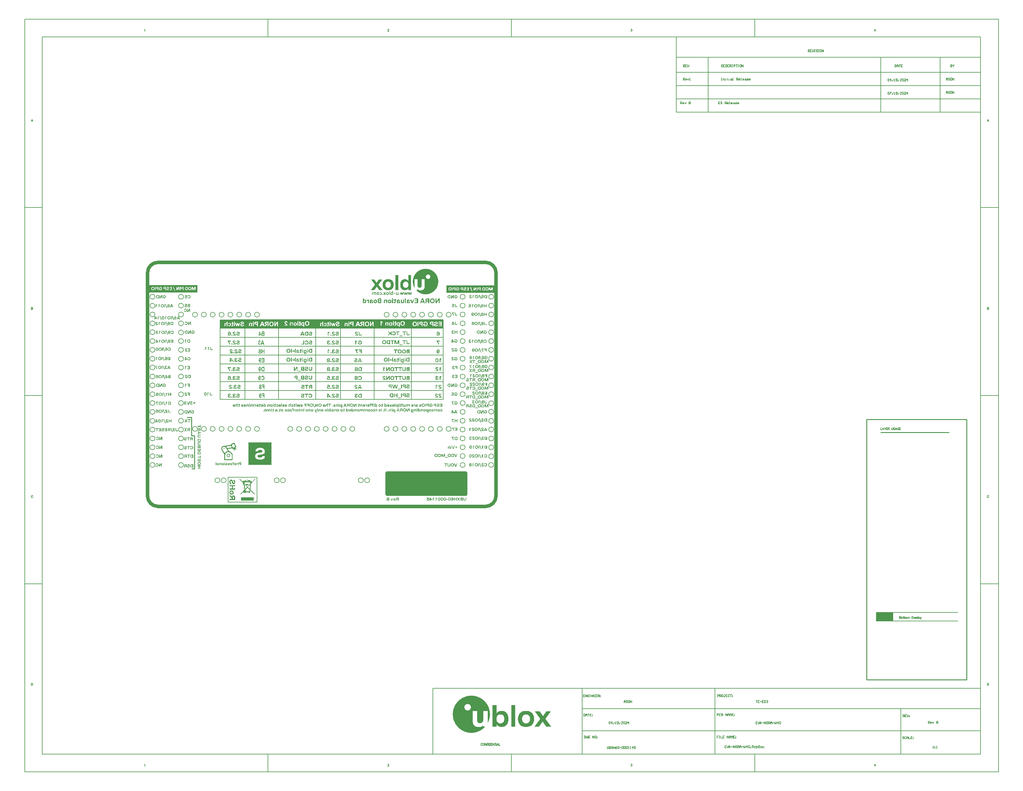
<source format=gbo>
G04*
G04 #@! TF.GenerationSoftware,Altium Limited,Altium Designer,24.5.2 (23)*
G04*
G04 Layer_Color=32896*
%FSLAX44Y44*%
%MOMM*%
G71*
G04*
G04 #@! TF.SameCoordinates,92D1E149-34EC-4A89-AFD8-A094A270A496*
G04*
G04*
G04 #@! TF.FilePolarity,Positive*
G04*
G01*
G75*
%ADD10C,0.1270*%
%ADD12C,0.2000*%
%ADD14C,0.2540*%
%ADD16C,0.1500*%
%ADD18C,0.1524*%
%ADD21R,4.8260X2.4130*%
%ADD22C,1.0000*%
%ADD185C,0.1950*%
%ADD186C,0.2303*%
%ADD187C,0.2687*%
%ADD188C,0.0762*%
%ADD189C,0.0254*%
%ADD190C,0.0508*%
%ADD191C,0.3838*%
%ADD192R,0.0390X0.0500*%
G04:AMPARAMS|DCode=193|XSize=0.1266mm|YSize=2.8173mm|CornerRadius=0mm|HoleSize=0mm|Usage=FLASHONLY|Rotation=185.000|XOffset=0mm|YOffset=0mm|HoleType=Round|Shape=Rectangle|*
%AMROTATEDRECTD193*
4,1,4,-0.0597,1.4088,0.1858,-1.3978,0.0597,-1.4088,-0.1858,1.3978,-0.0597,1.4088,0.0*
%
%ADD193ROTATEDRECTD193*%

G04:AMPARAMS|DCode=194|XSize=5.9129mm|YSize=0.0972mm|CornerRadius=0mm|HoleSize=0mm|Usage=FLASHONLY|Rotation=226.500|XOffset=0mm|YOffset=0mm|HoleType=Round|Shape=Rectangle|*
%AMROTATEDRECTD194*
4,1,4,1.9999,2.1780,2.0703,2.1111,-1.9999,-2.1780,-2.0703,-2.1111,1.9999,2.1780,0.0*
%
%ADD194ROTATEDRECTD194*%

G04:AMPARAMS|DCode=195|XSize=6.0522mm|YSize=0.0972mm|CornerRadius=0mm|HoleSize=0mm|Usage=FLASHONLY|Rotation=134.500|XOffset=0mm|YOffset=0mm|HoleType=Round|Shape=Rectangle|*
%AMROTATEDRECTD195*
4,1,4,2.1557,-2.1243,2.0864,-2.1924,-2.1557,2.1243,-2.0864,2.1924,2.1557,-2.1243,0.0*
%
%ADD195ROTATEDRECTD195*%

%ADD196R,3.6216X0.8819*%
%ADD197R,0.1087X0.3013*%
%ADD198R,0.1059X0.3013*%
%ADD199R,0.6146X0.1059*%
%ADD200R,0.6146X0.1015*%
%ADD201R,0.1094X0.4359*%
%ADD202R,0.4973X0.1016*%
%ADD203R,0.2075X0.2003*%
G04:AMPARAMS|DCode=204|XSize=0.2241mm|YSize=0.0947mm|CornerRadius=0mm|HoleSize=0mm|Usage=FLASHONLY|Rotation=225.000|XOffset=0mm|YOffset=0mm|HoleType=Round|Shape=Rectangle|*
%AMROTATEDRECTD204*
4,1,4,0.0457,0.1127,0.1127,0.0457,-0.0457,-0.1127,-0.1127,-0.0457,0.0457,0.1127,0.0*
%
%ADD204ROTATEDRECTD204*%

G04:AMPARAMS|DCode=205|XSize=0.2241mm|YSize=0.0947mm|CornerRadius=0mm|HoleSize=0mm|Usage=FLASHONLY|Rotation=135.000|XOffset=0mm|YOffset=0mm|HoleType=Round|Shape=Rectangle|*
%AMROTATEDRECTD205*
4,1,4,0.1127,-0.0457,0.0457,-0.1127,-0.1127,0.0457,-0.0457,0.1127,0.1127,-0.0457,0.0*
%
%ADD205ROTATEDRECTD205*%

%ADD206R,0.2241X0.0947*%
%ADD207R,0.0947X0.2241*%
%ADD208R,1.0776X0.1283*%
%ADD209R,0.2202X0.3131*%
%ADD210R,0.7659X0.2523*%
%ADD211R,2.0603X0.1302*%
%ADD212R,0.2136X0.3334*%
G04:AMPARAMS|DCode=213|XSize=0.1266mm|YSize=2.8609mm|CornerRadius=0mm|HoleSize=0mm|Usage=FLASHONLY|Rotation=175.000|XOffset=0mm|YOffset=0mm|HoleType=Round|Shape=Rectangle|*
%AMROTATEDRECTD213*
4,1,4,0.1878,1.4195,-0.0616,-1.4306,-0.1878,-1.4195,0.0616,1.4306,0.1878,1.4195,0.0*
%
%ADD213ROTATEDRECTD213*%

%ADD214R,0.4686X0.1302*%
G36*
X756234Y662788D02*
Y662478D01*
Y662168D01*
Y661858D01*
Y661547D01*
Y661237D01*
Y660927D01*
Y660617D01*
Y660306D01*
Y659996D01*
Y659686D01*
Y659375D01*
Y659065D01*
Y658755D01*
Y658445D01*
Y658134D01*
Y657824D01*
Y657514D01*
Y657203D01*
Y656893D01*
Y656583D01*
Y656273D01*
Y655962D01*
Y655652D01*
Y655342D01*
Y655031D01*
Y654721D01*
Y654411D01*
Y654100D01*
Y653790D01*
Y653480D01*
Y653170D01*
Y652859D01*
Y652549D01*
Y652239D01*
Y651928D01*
Y651618D01*
Y651308D01*
Y650998D01*
Y650687D01*
Y650377D01*
Y650067D01*
Y649756D01*
Y649446D01*
Y649136D01*
Y648826D01*
Y648515D01*
Y648205D01*
Y647895D01*
Y647585D01*
Y647274D01*
Y646964D01*
Y646654D01*
Y646343D01*
Y646033D01*
Y645723D01*
Y645413D01*
Y645102D01*
Y644792D01*
Y644482D01*
Y644171D01*
Y643861D01*
Y643551D01*
Y643241D01*
Y642930D01*
Y642620D01*
Y642310D01*
Y641999D01*
Y641689D01*
Y641379D01*
Y641069D01*
Y640758D01*
Y640448D01*
Y640138D01*
Y639827D01*
Y639517D01*
Y639207D01*
Y638897D01*
Y638586D01*
Y638276D01*
Y637966D01*
Y637655D01*
Y637345D01*
Y637035D01*
Y636725D01*
Y636414D01*
Y636104D01*
Y635794D01*
Y635483D01*
Y635173D01*
Y634863D01*
Y634553D01*
Y634242D01*
Y633932D01*
Y633622D01*
Y633311D01*
Y633001D01*
Y632691D01*
Y632381D01*
Y632070D01*
Y631760D01*
Y631450D01*
Y631139D01*
Y630829D01*
Y630519D01*
Y630209D01*
Y629898D01*
Y629588D01*
Y629278D01*
Y628967D01*
Y628657D01*
Y628347D01*
Y628037D01*
Y627726D01*
Y627416D01*
Y627106D01*
Y626796D01*
Y626485D01*
Y626175D01*
Y625865D01*
Y625554D01*
Y625244D01*
Y624934D01*
Y624623D01*
Y624313D01*
Y624003D01*
Y623693D01*
Y623382D01*
Y623072D01*
Y622762D01*
Y622452D01*
Y622141D01*
Y621831D01*
Y621521D01*
Y621210D01*
Y620900D01*
Y620590D01*
X748477D01*
Y620900D01*
Y621210D01*
Y621521D01*
Y621831D01*
Y622141D01*
Y622452D01*
Y622762D01*
Y623072D01*
Y623382D01*
Y623693D01*
Y624003D01*
Y624313D01*
Y624623D01*
X747857D01*
Y624313D01*
Y624003D01*
X747546D01*
Y623693D01*
X747236D01*
Y623382D01*
X746926D01*
Y623072D01*
X746616D01*
Y622762D01*
X746305D01*
Y622452D01*
X745995D01*
Y622141D01*
X745374D01*
Y621831D01*
X745064D01*
Y621521D01*
X744444D01*
Y621210D01*
X743823D01*
Y620900D01*
X743202D01*
Y620590D01*
X742272D01*
Y620280D01*
X740720D01*
Y619969D01*
X736066D01*
Y620280D01*
X734514D01*
Y620590D01*
X733584D01*
Y620900D01*
X732653D01*
Y621210D01*
X732032D01*
Y621521D01*
X731412D01*
Y621831D01*
X731101D01*
Y622141D01*
X730481D01*
Y622452D01*
X730170D01*
Y622762D01*
X729860D01*
Y623072D01*
X729550D01*
Y623382D01*
X729240D01*
Y623693D01*
X728929D01*
Y624003D01*
X728619D01*
Y624313D01*
X728309D01*
Y624623D01*
X727998D01*
Y624934D01*
Y625244D01*
X727688D01*
Y625554D01*
X727378D01*
Y625865D01*
Y626175D01*
X727068D01*
Y626485D01*
Y626796D01*
X726757D01*
Y627106D01*
Y627416D01*
X726447D01*
Y627726D01*
Y628037D01*
X726137D01*
Y628347D01*
Y628657D01*
Y628967D01*
X725826D01*
Y629278D01*
Y629588D01*
Y629898D01*
X725516D01*
Y630209D01*
Y630519D01*
Y630829D01*
Y631139D01*
Y631450D01*
X725206D01*
Y631760D01*
Y632070D01*
Y632381D01*
Y632691D01*
Y633001D01*
Y633311D01*
Y633622D01*
Y633932D01*
Y634242D01*
Y634553D01*
X724896D01*
Y634863D01*
X725206D01*
Y635173D01*
Y635483D01*
Y635794D01*
Y636104D01*
Y636414D01*
Y636725D01*
X724896D01*
Y637035D01*
X725206D01*
Y637345D01*
Y637655D01*
Y637966D01*
Y638276D01*
Y638586D01*
Y638897D01*
Y639207D01*
Y639517D01*
Y639827D01*
Y640138D01*
X725516D01*
Y640448D01*
Y640758D01*
Y641069D01*
Y641379D01*
Y641689D01*
X725826D01*
Y641999D01*
Y642310D01*
Y642620D01*
X726137D01*
Y642930D01*
Y643241D01*
Y643551D01*
X726447D01*
Y643861D01*
Y644171D01*
X726757D01*
Y644482D01*
Y644792D01*
Y645102D01*
X727068D01*
Y645413D01*
X727378D01*
Y645723D01*
Y646033D01*
X727688D01*
Y646343D01*
Y646654D01*
X727998D01*
Y646964D01*
X728309D01*
Y647274D01*
X728619D01*
Y647585D01*
X728929D01*
Y647895D01*
X729240D01*
Y648205D01*
X729550D01*
Y648515D01*
X729860D01*
Y648826D01*
X730170D01*
Y649136D01*
X730481D01*
Y649446D01*
X731101D01*
Y649756D01*
X731412D01*
Y650067D01*
X732032D01*
Y650377D01*
X732653D01*
Y650687D01*
X733584D01*
Y650998D01*
X734514D01*
Y651308D01*
X736066D01*
Y651618D01*
X740720D01*
Y651308D01*
X742272D01*
Y650998D01*
X743202D01*
Y650687D01*
X743823D01*
Y650377D01*
X744444D01*
Y650067D01*
X745064D01*
Y649756D01*
X745374D01*
Y649446D01*
X745685D01*
Y649136D01*
X746305D01*
Y648826D01*
X746616D01*
Y648515D01*
X746926D01*
Y648205D01*
X747236D01*
Y647895D01*
X747546D01*
Y647585D01*
Y647274D01*
X748167D01*
Y647585D01*
Y647895D01*
Y648205D01*
Y648515D01*
Y648826D01*
Y649136D01*
Y649446D01*
Y649756D01*
Y650067D01*
Y650377D01*
Y650687D01*
Y650998D01*
Y651308D01*
Y651618D01*
Y651928D01*
Y652239D01*
Y652549D01*
Y652859D01*
Y653170D01*
Y653480D01*
Y653790D01*
Y654100D01*
Y654411D01*
Y654721D01*
Y655031D01*
Y655342D01*
Y655652D01*
Y655962D01*
Y656273D01*
Y656583D01*
Y656893D01*
Y657203D01*
Y657514D01*
Y657824D01*
Y658134D01*
Y658445D01*
Y658755D01*
Y659065D01*
Y659375D01*
Y659686D01*
Y659996D01*
Y660306D01*
Y660617D01*
Y660927D01*
Y661237D01*
Y661547D01*
Y661858D01*
Y662168D01*
Y662478D01*
Y662788D01*
Y663099D01*
X756234D01*
Y662788D01*
D02*
G37*
G36*
X673388Y650687D02*
X673078D01*
Y650377D01*
X672768D01*
Y650067D01*
Y649756D01*
X672458D01*
Y649446D01*
X672147D01*
Y649136D01*
Y648826D01*
X671837D01*
Y648515D01*
X671527D01*
Y648205D01*
X671216D01*
Y647895D01*
Y647585D01*
X670906D01*
Y647274D01*
X670596D01*
Y646964D01*
X670285D01*
Y646654D01*
Y646343D01*
X669975D01*
Y646033D01*
X669665D01*
Y645723D01*
Y645413D01*
X669355D01*
Y645102D01*
X669044D01*
Y644792D01*
X668734D01*
Y644482D01*
Y644171D01*
X668424D01*
Y643861D01*
X668113D01*
Y643551D01*
Y643241D01*
X667803D01*
Y642930D01*
X667493D01*
Y642620D01*
X667183D01*
Y642310D01*
Y641999D01*
X666872D01*
Y641689D01*
X666562D01*
Y641379D01*
X666252D01*
Y641069D01*
Y640758D01*
X665941D01*
Y640448D01*
X665631D01*
Y640138D01*
Y639827D01*
X665321D01*
Y639517D01*
X665011D01*
Y639207D01*
X664700D01*
Y638897D01*
Y638586D01*
X664390D01*
Y638276D01*
X664080D01*
Y637966D01*
X663770D01*
Y637655D01*
Y637345D01*
X663459D01*
Y637035D01*
X663149D01*
Y636725D01*
Y636414D01*
X662839D01*
Y636104D01*
X662528D01*
Y635794D01*
Y635483D01*
X662839D01*
Y635173D01*
X663149D01*
Y634863D01*
X663459D01*
Y634553D01*
X663770D01*
Y634242D01*
Y633932D01*
X664080D01*
Y633622D01*
X664390D01*
Y633311D01*
Y633001D01*
X664700D01*
Y632691D01*
X665011D01*
Y632381D01*
X665321D01*
Y632070D01*
Y631760D01*
X665631D01*
Y631450D01*
X665941D01*
Y631139D01*
X666252D01*
Y630829D01*
Y630519D01*
X666562D01*
Y630209D01*
X666872D01*
Y629898D01*
X667183D01*
Y629588D01*
Y629278D01*
X667493D01*
Y628967D01*
X667803D01*
Y628657D01*
X668113D01*
Y628347D01*
Y628037D01*
X668424D01*
Y627726D01*
X668734D01*
Y627416D01*
X669044D01*
Y627106D01*
Y626796D01*
X669355D01*
Y626485D01*
X669665D01*
Y626175D01*
Y625865D01*
X669975D01*
Y625554D01*
X670285D01*
Y625244D01*
X670596D01*
Y624934D01*
Y624623D01*
X670906D01*
Y624313D01*
X671216D01*
Y624003D01*
X671527D01*
Y623693D01*
Y623382D01*
X671837D01*
Y623072D01*
X672147D01*
Y622762D01*
X672458D01*
Y622452D01*
Y622141D01*
X672768D01*
Y621831D01*
X673078D01*
Y621521D01*
X673388D01*
Y621210D01*
Y620900D01*
X673699D01*
Y620590D01*
X664700D01*
Y620900D01*
Y621210D01*
X664390D01*
Y621521D01*
X664080D01*
Y621831D01*
X663770D01*
Y622141D01*
Y622452D01*
X663459D01*
Y622762D01*
X663149D01*
Y623072D01*
Y623382D01*
X662839D01*
Y623693D01*
X662528D01*
Y624003D01*
X662218D01*
Y624313D01*
Y624623D01*
X661908D01*
Y624934D01*
X661598D01*
Y625244D01*
Y625554D01*
X661287D01*
Y625865D01*
X660977D01*
Y626175D01*
X660667D01*
Y626485D01*
Y626796D01*
X660356D01*
Y627106D01*
X660046D01*
Y627416D01*
Y627726D01*
X659736D01*
Y628037D01*
X659426D01*
Y628347D01*
X659115D01*
Y628657D01*
Y628967D01*
X658805D01*
Y629278D01*
X658495D01*
Y629588D01*
Y629898D01*
X658184D01*
Y630209D01*
X657564D01*
Y629898D01*
Y629588D01*
X657253D01*
Y629278D01*
X656943D01*
Y628967D01*
X656633D01*
Y628657D01*
Y628347D01*
X656323D01*
Y628037D01*
X656012D01*
Y627726D01*
Y627416D01*
X655702D01*
Y627106D01*
X655392D01*
Y626796D01*
X655081D01*
Y626485D01*
Y626175D01*
X654771D01*
Y625865D01*
X654461D01*
Y625554D01*
X654151D01*
Y625244D01*
Y624934D01*
X653840D01*
Y624623D01*
X653530D01*
Y624313D01*
Y624003D01*
X653220D01*
Y623693D01*
X652909D01*
Y623382D01*
X652599D01*
Y623072D01*
Y622762D01*
X652289D01*
Y622452D01*
X651979D01*
Y622141D01*
X651668D01*
Y621831D01*
Y621521D01*
X651358D01*
Y621210D01*
X651048D01*
Y620900D01*
Y620590D01*
X641119D01*
Y620900D01*
X641429D01*
Y621210D01*
X641739D01*
Y621521D01*
X642049D01*
Y621831D01*
Y622141D01*
X642360D01*
Y622452D01*
X642670D01*
Y622762D01*
X642980D01*
Y623072D01*
Y623382D01*
X643291D01*
Y623693D01*
X643601D01*
Y624003D01*
X643911D01*
Y624313D01*
Y624623D01*
X644221D01*
Y624934D01*
X644532D01*
Y625244D01*
X644842D01*
Y625554D01*
Y625865D01*
X645152D01*
Y626175D01*
X645463D01*
Y626485D01*
Y626796D01*
X645773D01*
Y627106D01*
X646083D01*
Y627416D01*
X646394D01*
Y627726D01*
Y628037D01*
X646704D01*
Y628347D01*
X647014D01*
Y628657D01*
X647324D01*
Y628967D01*
Y629278D01*
X647635D01*
Y629588D01*
X647945D01*
Y629898D01*
X648255D01*
Y630209D01*
Y630519D01*
X648566D01*
Y630829D01*
X648876D01*
Y631139D01*
X649186D01*
Y631450D01*
Y631760D01*
X649496D01*
Y632070D01*
X649807D01*
Y632381D01*
Y632691D01*
X650117D01*
Y633001D01*
X650427D01*
Y633311D01*
X650738D01*
Y633622D01*
Y633932D01*
X651048D01*
Y634242D01*
X651358D01*
Y634553D01*
X651668D01*
Y634863D01*
Y635173D01*
X651979D01*
Y635483D01*
X652289D01*
Y635794D01*
Y636104D01*
Y636414D01*
X651979D01*
Y636725D01*
X651668D01*
Y637035D01*
Y637345D01*
X651358D01*
Y637655D01*
X651048D01*
Y637966D01*
X650738D01*
Y638276D01*
Y638586D01*
X650427D01*
Y638897D01*
X650117D01*
Y639207D01*
Y639517D01*
X649807D01*
Y639827D01*
X649496D01*
Y640138D01*
X649186D01*
Y640448D01*
Y640758D01*
X648876D01*
Y641069D01*
X648566D01*
Y641379D01*
X648255D01*
Y641689D01*
Y641999D01*
X647945D01*
Y642310D01*
X647635D01*
Y642620D01*
Y642930D01*
X647324D01*
Y643241D01*
X647014D01*
Y643551D01*
X646704D01*
Y643861D01*
Y644171D01*
X646394D01*
Y644482D01*
X646083D01*
Y644792D01*
X645773D01*
Y645102D01*
Y645413D01*
X645463D01*
Y645723D01*
X645152D01*
Y646033D01*
Y646343D01*
X644842D01*
Y646654D01*
X644532D01*
Y646964D01*
X644221D01*
Y647274D01*
Y647585D01*
X643911D01*
Y647895D01*
X643601D01*
Y648205D01*
X643291D01*
Y648515D01*
Y648826D01*
X642980D01*
Y649136D01*
X642670D01*
Y649446D01*
Y649756D01*
X642360D01*
Y650067D01*
X642049D01*
Y650377D01*
X641739D01*
Y650687D01*
X641429D01*
Y650998D01*
X650427D01*
Y650687D01*
X650738D01*
Y650377D01*
Y650067D01*
X651048D01*
Y649756D01*
X651358D01*
Y649446D01*
X651668D01*
Y649136D01*
Y648826D01*
X651979D01*
Y648515D01*
X652289D01*
Y648205D01*
Y647895D01*
X652599D01*
Y647585D01*
X652909D01*
Y647274D01*
X653220D01*
Y646964D01*
Y646654D01*
X653530D01*
Y646343D01*
X653840D01*
Y646033D01*
Y645723D01*
X654151D01*
Y645413D01*
X654461D01*
Y645102D01*
X654771D01*
Y644792D01*
Y644482D01*
X655081D01*
Y644171D01*
X655392D01*
Y643861D01*
Y643551D01*
X655702D01*
Y643241D01*
X656012D01*
Y642930D01*
Y642620D01*
X656323D01*
Y642310D01*
X656633D01*
Y641999D01*
X656943D01*
Y641689D01*
X657564D01*
Y641999D01*
Y642310D01*
X657874D01*
Y642620D01*
X658184D01*
Y642930D01*
Y643241D01*
X658495D01*
Y643551D01*
X658805D01*
Y643861D01*
X659115D01*
Y644171D01*
Y644482D01*
X659426D01*
Y644792D01*
X659736D01*
Y645102D01*
Y645413D01*
X660046D01*
Y645723D01*
X660356D01*
Y646033D01*
Y646343D01*
X660667D01*
Y646654D01*
X660977D01*
Y646964D01*
X661287D01*
Y647274D01*
Y647585D01*
X661598D01*
Y647895D01*
X661908D01*
Y648205D01*
Y648515D01*
X662218D01*
Y648826D01*
X662528D01*
Y649136D01*
X662839D01*
Y649446D01*
Y649756D01*
X663149D01*
Y650067D01*
X663459D01*
Y650377D01*
Y650687D01*
X663770D01*
Y650998D01*
X673388D01*
Y650687D01*
D02*
G37*
G36*
X719311Y662788D02*
Y662478D01*
Y662168D01*
Y661858D01*
Y661547D01*
Y661237D01*
Y660927D01*
Y660617D01*
Y660306D01*
Y659996D01*
Y659686D01*
Y659375D01*
Y659065D01*
Y658755D01*
Y658445D01*
Y658134D01*
Y657824D01*
Y657514D01*
Y657203D01*
Y656893D01*
Y656583D01*
Y656273D01*
Y655962D01*
Y655652D01*
Y655342D01*
Y655031D01*
Y654721D01*
Y654411D01*
Y654100D01*
Y653790D01*
Y653480D01*
Y653170D01*
Y652859D01*
Y652549D01*
Y652239D01*
Y651928D01*
Y651618D01*
Y651308D01*
Y650998D01*
Y650687D01*
Y650377D01*
Y650067D01*
Y649756D01*
Y649446D01*
Y649136D01*
Y648826D01*
Y648515D01*
Y648205D01*
Y647895D01*
Y647585D01*
Y647274D01*
Y646964D01*
Y646654D01*
Y646343D01*
Y646033D01*
Y645723D01*
Y645413D01*
Y645102D01*
Y644792D01*
Y644482D01*
Y644171D01*
Y643861D01*
Y643551D01*
Y643241D01*
Y642930D01*
Y642620D01*
Y642310D01*
Y641999D01*
Y641689D01*
Y641379D01*
Y641069D01*
Y640758D01*
Y640448D01*
Y640138D01*
Y639827D01*
Y639517D01*
Y639207D01*
Y638897D01*
Y638586D01*
Y638276D01*
Y637966D01*
Y637655D01*
Y637345D01*
Y637035D01*
Y636725D01*
Y636414D01*
Y636104D01*
Y635794D01*
Y635483D01*
Y635173D01*
Y634863D01*
Y634553D01*
Y634242D01*
Y633932D01*
Y633622D01*
Y633311D01*
Y633001D01*
Y632691D01*
Y632381D01*
Y632070D01*
Y631760D01*
Y631450D01*
Y631139D01*
Y630829D01*
Y630519D01*
Y630209D01*
Y629898D01*
Y629588D01*
Y629278D01*
Y628967D01*
Y628657D01*
Y628347D01*
Y628037D01*
Y627726D01*
Y627416D01*
Y627106D01*
Y626796D01*
Y626485D01*
Y626175D01*
Y625865D01*
Y625554D01*
Y625244D01*
Y624934D01*
Y624623D01*
Y624313D01*
Y624003D01*
Y623693D01*
Y623382D01*
Y623072D01*
Y622762D01*
Y622452D01*
Y622141D01*
Y621831D01*
Y621521D01*
Y621210D01*
Y620900D01*
Y620590D01*
X711553D01*
Y620900D01*
Y621210D01*
Y621521D01*
Y621831D01*
Y622141D01*
Y622452D01*
Y622762D01*
Y623072D01*
Y623382D01*
Y623693D01*
Y624003D01*
Y624313D01*
Y624623D01*
Y624934D01*
Y625244D01*
Y625554D01*
Y625865D01*
Y626175D01*
Y626485D01*
Y626796D01*
Y627106D01*
Y627416D01*
Y627726D01*
Y628037D01*
Y628347D01*
Y628657D01*
Y628967D01*
Y629278D01*
Y629588D01*
Y629898D01*
Y630209D01*
Y630519D01*
Y630829D01*
Y631139D01*
Y631450D01*
Y631760D01*
Y632070D01*
Y632381D01*
Y632691D01*
Y633001D01*
Y633311D01*
Y633622D01*
Y633932D01*
Y634242D01*
Y634553D01*
Y634863D01*
Y635173D01*
Y635483D01*
Y635794D01*
Y636104D01*
Y636414D01*
Y636725D01*
Y637035D01*
Y637345D01*
Y637655D01*
Y637966D01*
Y638276D01*
Y638586D01*
Y638897D01*
Y639207D01*
Y639517D01*
Y639827D01*
Y640138D01*
Y640448D01*
Y640758D01*
Y641069D01*
Y641379D01*
Y641689D01*
Y641999D01*
Y642310D01*
Y642620D01*
Y642930D01*
Y643241D01*
Y643551D01*
Y643861D01*
Y644171D01*
Y644482D01*
Y644792D01*
Y645102D01*
Y645413D01*
Y645723D01*
Y646033D01*
Y646343D01*
Y646654D01*
Y646964D01*
Y647274D01*
Y647585D01*
Y647895D01*
Y648205D01*
Y648515D01*
Y648826D01*
Y649136D01*
Y649446D01*
Y649756D01*
Y650067D01*
Y650377D01*
Y650687D01*
Y650998D01*
Y651308D01*
Y651618D01*
Y651928D01*
Y652239D01*
Y652549D01*
Y652859D01*
Y653170D01*
Y653480D01*
Y653790D01*
Y654100D01*
Y654411D01*
Y654721D01*
Y655031D01*
Y655342D01*
Y655652D01*
Y655962D01*
Y656273D01*
Y656583D01*
Y656893D01*
Y657203D01*
Y657514D01*
Y657824D01*
Y658134D01*
Y658445D01*
Y658755D01*
Y659065D01*
Y659375D01*
Y659686D01*
Y659996D01*
Y660306D01*
Y660617D01*
Y660927D01*
Y661237D01*
Y661547D01*
Y661858D01*
Y662168D01*
Y662478D01*
Y662788D01*
Y663099D01*
X719311D01*
Y662788D01*
D02*
G37*
G36*
X693247Y651308D02*
X695108D01*
Y650998D01*
X696349D01*
Y650687D01*
X697280D01*
Y650377D01*
X697901D01*
Y650067D01*
X698832D01*
Y649756D01*
X699142D01*
Y649446D01*
X699762D01*
Y649136D01*
X700383D01*
Y648826D01*
X700693D01*
Y648515D01*
X701004D01*
Y648205D01*
X701624D01*
Y647895D01*
X701935D01*
Y647585D01*
X702245D01*
Y647274D01*
X702555D01*
Y646964D01*
X702865D01*
Y646654D01*
X703176D01*
Y646343D01*
Y646033D01*
X703486D01*
Y645723D01*
X703796D01*
Y645413D01*
Y645102D01*
X704107D01*
Y644792D01*
X704417D01*
Y644482D01*
Y644171D01*
X704727D01*
Y643861D01*
Y643551D01*
X705037D01*
Y643241D01*
Y642930D01*
Y642620D01*
X705348D01*
Y642310D01*
Y641999D01*
Y641689D01*
X705658D01*
Y641379D01*
Y641069D01*
Y640758D01*
Y640448D01*
Y640138D01*
X705968D01*
Y639827D01*
Y639517D01*
Y639207D01*
Y638897D01*
Y638586D01*
Y638276D01*
Y637966D01*
X706279D01*
Y637655D01*
Y637345D01*
Y637035D01*
Y636725D01*
Y636414D01*
Y636104D01*
Y635794D01*
Y635483D01*
Y635173D01*
Y634863D01*
Y634553D01*
Y634242D01*
Y633932D01*
X705968D01*
Y633622D01*
Y633311D01*
Y633001D01*
Y632691D01*
Y632381D01*
Y632070D01*
Y631760D01*
Y631450D01*
X705658D01*
Y631139D01*
Y630829D01*
Y630519D01*
Y630209D01*
Y629898D01*
X705348D01*
Y629588D01*
Y629278D01*
Y628967D01*
X705037D01*
Y628657D01*
Y628347D01*
X704727D01*
Y628037D01*
Y627726D01*
Y627416D01*
X704417D01*
Y627106D01*
Y626796D01*
X704107D01*
Y626485D01*
X703796D01*
Y626175D01*
Y625865D01*
X703486D01*
Y625554D01*
X703176D01*
Y625244D01*
X702865D01*
Y624934D01*
Y624623D01*
X702555D01*
Y624313D01*
X702245D01*
Y624003D01*
X701935D01*
Y623693D01*
X701624D01*
Y623382D01*
X701004D01*
Y623072D01*
X700693D01*
Y622762D01*
X700383D01*
Y622452D01*
X699762D01*
Y622141D01*
X699142D01*
Y621831D01*
X698832D01*
Y621521D01*
X697901D01*
Y621210D01*
X697280D01*
Y620900D01*
X696349D01*
Y620590D01*
X695108D01*
Y620280D01*
X693247D01*
Y619969D01*
X687661D01*
Y620280D01*
X685800D01*
Y620590D01*
X684559D01*
Y620900D01*
X683628D01*
Y621210D01*
X683007D01*
Y621521D01*
X682076D01*
Y621831D01*
X681766D01*
Y622141D01*
X681145D01*
Y622452D01*
X680525D01*
Y622762D01*
X680215D01*
Y623072D01*
X679904D01*
Y623382D01*
X679284D01*
Y623693D01*
X678973D01*
Y624003D01*
X678663D01*
Y624313D01*
X678353D01*
Y624623D01*
X678043D01*
Y624934D01*
X677732D01*
Y625244D01*
Y625554D01*
X677422D01*
Y625865D01*
X677112D01*
Y626175D01*
Y626485D01*
X676801D01*
Y626796D01*
X676491D01*
Y627106D01*
Y627416D01*
X676181D01*
Y627726D01*
Y628037D01*
Y628347D01*
X675871D01*
Y628657D01*
Y628967D01*
X675560D01*
Y629278D01*
Y629588D01*
Y629898D01*
X675250D01*
Y630209D01*
Y630519D01*
Y630829D01*
Y631139D01*
X674940D01*
Y631450D01*
Y631760D01*
Y632070D01*
Y632381D01*
Y632691D01*
Y633001D01*
Y633311D01*
X674630D01*
Y633622D01*
Y633932D01*
Y634242D01*
Y634553D01*
Y634863D01*
Y635173D01*
Y635483D01*
Y635794D01*
Y636104D01*
Y636414D01*
Y636725D01*
Y637035D01*
Y637345D01*
Y637655D01*
Y637966D01*
Y638276D01*
X674940D01*
Y638586D01*
Y638897D01*
Y639207D01*
Y639517D01*
Y639827D01*
Y640138D01*
Y640448D01*
X675250D01*
Y640758D01*
Y641069D01*
Y641379D01*
Y641689D01*
X675560D01*
Y641999D01*
Y642310D01*
Y642620D01*
X675871D01*
Y642930D01*
Y643241D01*
Y643551D01*
X676181D01*
Y643861D01*
Y644171D01*
X676491D01*
Y644482D01*
Y644792D01*
X676801D01*
Y645102D01*
X677112D01*
Y645413D01*
Y645723D01*
X677422D01*
Y646033D01*
X677732D01*
Y646343D01*
Y646654D01*
X678043D01*
Y646964D01*
X678353D01*
Y647274D01*
X678663D01*
Y647585D01*
X678973D01*
Y647895D01*
X679284D01*
Y648205D01*
X679904D01*
Y648515D01*
X680215D01*
Y648826D01*
X680525D01*
Y649136D01*
X681145D01*
Y649446D01*
X681456D01*
Y649756D01*
X682076D01*
Y650067D01*
X683007D01*
Y650377D01*
X683628D01*
Y650687D01*
X684559D01*
Y650998D01*
X685800D01*
Y651308D01*
X687661D01*
Y651618D01*
X693247D01*
Y651308D01*
D02*
G37*
G36*
X799054Y681406D02*
X802157D01*
Y681095D01*
X804329D01*
Y680785D01*
X805880D01*
Y680475D01*
X807121D01*
Y680164D01*
X808362D01*
Y679854D01*
X809293D01*
Y679544D01*
X810224D01*
Y679234D01*
X810844D01*
Y678923D01*
X811775D01*
Y678613D01*
X812396D01*
Y678303D01*
X813017D01*
Y677992D01*
X813637D01*
Y677682D01*
X814258D01*
Y677372D01*
X814878D01*
Y677062D01*
X815499D01*
Y676751D01*
X816119D01*
Y676441D01*
X816740D01*
Y676131D01*
X817050D01*
Y675820D01*
X817671D01*
Y675510D01*
X817981D01*
Y675200D01*
X818602D01*
Y674890D01*
X818912D01*
Y674579D01*
X819532D01*
Y674269D01*
X819843D01*
Y673959D01*
X820153D01*
Y673649D01*
X820774D01*
Y673338D01*
X821084D01*
Y673028D01*
X821394D01*
Y672718D01*
X821704D01*
Y672407D01*
X822015D01*
Y672097D01*
X822325D01*
Y671787D01*
X822635D01*
Y671477D01*
X823256D01*
Y671166D01*
Y670856D01*
X823566D01*
Y670546D01*
X823876D01*
Y670235D01*
X824187D01*
Y669925D01*
X824497D01*
Y669615D01*
X824807D01*
Y669305D01*
X825118D01*
Y668994D01*
X825428D01*
Y668684D01*
X825738D01*
Y668374D01*
X826049D01*
Y668063D01*
Y667753D01*
X826359D01*
Y667443D01*
X826669D01*
Y667132D01*
X826979D01*
Y666822D01*
X827290D01*
Y666512D01*
Y666202D01*
X827600D01*
Y665891D01*
X827910D01*
Y665581D01*
Y665271D01*
X828221D01*
Y664960D01*
X828531D01*
Y664650D01*
Y664340D01*
X828841D01*
Y664030D01*
X829151D01*
Y663719D01*
Y663409D01*
X829462D01*
Y663099D01*
Y662788D01*
X829772D01*
Y662478D01*
Y662168D01*
X830082D01*
Y661858D01*
Y661547D01*
X830393D01*
Y661237D01*
Y660927D01*
X830703D01*
Y660617D01*
Y660306D01*
X831013D01*
Y659996D01*
Y659686D01*
X831323D01*
Y659375D01*
Y659065D01*
X831634D01*
Y658755D01*
Y658445D01*
Y658134D01*
X831944D01*
Y657824D01*
Y657514D01*
Y657203D01*
X832254D01*
Y656893D01*
Y656583D01*
X832564D01*
Y656273D01*
Y655962D01*
Y655652D01*
Y655342D01*
X832875D01*
Y655031D01*
Y654721D01*
Y654411D01*
X833185D01*
Y654100D01*
Y653790D01*
Y653480D01*
Y653170D01*
X833495D01*
Y652859D01*
Y652549D01*
Y652239D01*
Y651928D01*
Y651618D01*
Y651308D01*
X833806D01*
Y650998D01*
Y650687D01*
Y650377D01*
Y650067D01*
Y649756D01*
Y649446D01*
X834116D01*
Y649136D01*
Y648826D01*
Y648515D01*
Y648205D01*
Y647895D01*
Y647585D01*
Y647274D01*
Y646964D01*
Y646654D01*
Y646343D01*
X834426D01*
Y646033D01*
Y645723D01*
Y645413D01*
Y645102D01*
Y644792D01*
Y644482D01*
Y644171D01*
Y643861D01*
Y643551D01*
X834116D01*
Y643241D01*
Y642930D01*
Y642620D01*
Y642310D01*
Y641999D01*
Y641689D01*
Y641379D01*
Y641069D01*
Y640758D01*
Y640448D01*
X833806D01*
Y640138D01*
Y639827D01*
Y639517D01*
Y639207D01*
Y638897D01*
Y638586D01*
X833495D01*
Y638276D01*
Y637966D01*
Y637655D01*
Y637345D01*
Y637035D01*
X833185D01*
Y636725D01*
Y636414D01*
Y636104D01*
Y635794D01*
X832875D01*
Y635483D01*
Y635173D01*
Y634863D01*
Y634553D01*
X832564D01*
Y634242D01*
Y633932D01*
Y633622D01*
X832254D01*
Y633311D01*
Y633001D01*
Y632691D01*
X831944D01*
Y632381D01*
Y632070D01*
Y631760D01*
X831634D01*
Y631450D01*
Y631139D01*
X831323D01*
Y630829D01*
Y630519D01*
Y630209D01*
X831013D01*
Y629898D01*
Y629588D01*
X830703D01*
Y629278D01*
Y628967D01*
X830393D01*
Y628657D01*
Y628347D01*
X830082D01*
Y628037D01*
Y627726D01*
X829772D01*
Y627416D01*
Y627106D01*
X829462D01*
Y626796D01*
Y626485D01*
X829151D01*
Y626175D01*
X828841D01*
Y625865D01*
Y625554D01*
X828531D01*
Y625244D01*
Y624934D01*
X828221D01*
Y624623D01*
X827910D01*
Y624313D01*
Y624003D01*
X827600D01*
Y623693D01*
X827290D01*
Y623382D01*
X826979D01*
Y623072D01*
Y622762D01*
X826669D01*
Y622452D01*
X826359D01*
Y622141D01*
X826049D01*
Y621831D01*
X825738D01*
Y621521D01*
Y621210D01*
X825428D01*
Y620900D01*
X825118D01*
Y620590D01*
X824807D01*
Y620280D01*
X824497D01*
Y619969D01*
X824187D01*
Y619659D01*
X823876D01*
Y619349D01*
X823566D01*
Y619038D01*
X823256D01*
Y618728D01*
X822946D01*
Y618418D01*
X822635D01*
Y618107D01*
X822325D01*
Y617797D01*
X822015D01*
Y617487D01*
X821704D01*
Y617177D01*
X821394D01*
Y616866D01*
X821084D01*
Y616556D01*
X820463D01*
Y616246D01*
X820153D01*
Y615936D01*
X819843D01*
Y615625D01*
X819222D01*
Y615315D01*
X818912D01*
Y615005D01*
X818291D01*
Y614694D01*
X817981D01*
Y614384D01*
X817671D01*
Y614074D01*
X817050D01*
Y613764D01*
X816430D01*
Y613453D01*
X816119D01*
Y613143D01*
X815499D01*
Y612833D01*
X814878D01*
Y612522D01*
X814258D01*
Y612212D01*
X813637D01*
Y611902D01*
X813017D01*
Y611591D01*
X812396D01*
Y611281D01*
X811465D01*
Y610971D01*
X810844D01*
Y610661D01*
X809914D01*
Y610350D01*
X808983D01*
Y610040D01*
X808052D01*
Y609730D01*
X806811D01*
Y609420D01*
X805570D01*
Y609109D01*
X804018D01*
Y608799D01*
X801846D01*
Y608489D01*
X793779D01*
Y608799D01*
X791607D01*
Y609109D01*
X790055D01*
Y609420D01*
X788504D01*
Y609730D01*
X787573D01*
Y610040D01*
X786642D01*
Y610350D01*
X785711D01*
Y610661D01*
X784781D01*
Y610971D01*
X783850D01*
Y611281D01*
X783229D01*
Y611591D01*
X782609D01*
Y611902D01*
X781988D01*
Y612212D01*
X781367D01*
Y612522D01*
X780747D01*
Y612833D01*
X780126D01*
Y613143D01*
X779506D01*
Y613453D01*
X778885D01*
Y613764D01*
X778575D01*
Y614074D01*
X777954D01*
Y614384D01*
X777644D01*
Y614694D01*
X777023D01*
Y615005D01*
X776713D01*
Y615315D01*
X776093D01*
Y615625D01*
X775782D01*
Y615936D01*
X775472D01*
Y616246D01*
X774852D01*
Y616556D01*
X774541D01*
Y616866D01*
X774231D01*
Y617177D01*
X773921D01*
Y617487D01*
X773610D01*
Y617797D01*
X773300D01*
Y618107D01*
X772680D01*
Y618418D01*
X772369D01*
Y618728D01*
X772059D01*
Y619038D01*
X771749D01*
Y619349D01*
X771438D01*
Y619659D01*
X771128D01*
Y619969D01*
X770818D01*
Y620280D01*
X774231D01*
Y620590D01*
Y620900D01*
Y621210D01*
Y621521D01*
Y621831D01*
Y622141D01*
Y622452D01*
Y622762D01*
Y623072D01*
Y623382D01*
X774541D01*
Y623072D01*
X774852D01*
Y622762D01*
X775162D01*
Y622452D01*
X775472D01*
Y622141D01*
X775782D01*
Y621831D01*
X776093D01*
Y621521D01*
X776713D01*
Y621210D01*
X777023D01*
Y620900D01*
X777644D01*
Y620590D01*
X778265D01*
Y620280D01*
X779195D01*
Y619969D01*
X780437D01*
Y619659D01*
X786022D01*
Y619969D01*
X787263D01*
Y620280D01*
X788504D01*
Y620590D01*
X789125D01*
Y620900D01*
X789745D01*
Y621210D01*
X790366D01*
Y621521D01*
X790676D01*
Y621831D01*
X791297D01*
Y622141D01*
X791607D01*
Y622452D01*
X791917D01*
Y622762D01*
X792227D01*
Y623072D01*
X792538D01*
Y623382D01*
X792848D01*
Y623693D01*
X793158D01*
Y624003D01*
Y624313D01*
X793469D01*
Y624623D01*
Y624934D01*
X793779D01*
Y625244D01*
Y625554D01*
X794089D01*
Y625865D01*
Y626175D01*
X794399D01*
Y626485D01*
Y626796D01*
Y627106D01*
X794710D01*
Y627416D01*
Y627726D01*
Y628037D01*
Y628347D01*
X795020D01*
Y628657D01*
Y628967D01*
Y629278D01*
Y629588D01*
Y629898D01*
Y630209D01*
Y630519D01*
Y630829D01*
Y631139D01*
Y631450D01*
Y631760D01*
Y632070D01*
Y632381D01*
Y632691D01*
Y633001D01*
Y633311D01*
Y633622D01*
Y633932D01*
Y634242D01*
Y634553D01*
Y634863D01*
Y635173D01*
Y635483D01*
Y635794D01*
Y636104D01*
Y636414D01*
Y636725D01*
Y637035D01*
Y637345D01*
Y637655D01*
Y637966D01*
Y638276D01*
Y638586D01*
Y638897D01*
Y639207D01*
Y639517D01*
Y639827D01*
Y640138D01*
Y640448D01*
Y640758D01*
Y641069D01*
Y641379D01*
Y641689D01*
Y641999D01*
Y642310D01*
Y642620D01*
Y642930D01*
Y643241D01*
Y643551D01*
Y643861D01*
Y644171D01*
Y644482D01*
Y644792D01*
Y645102D01*
Y645413D01*
Y645723D01*
Y646033D01*
Y646343D01*
Y646654D01*
Y646964D01*
Y647274D01*
Y647585D01*
Y647895D01*
Y648205D01*
Y648515D01*
Y648826D01*
Y649136D01*
Y649446D01*
Y649756D01*
Y650067D01*
Y650377D01*
Y650687D01*
Y650998D01*
Y651308D01*
X786332D01*
Y650998D01*
Y650687D01*
Y650377D01*
Y650067D01*
Y649756D01*
Y649446D01*
Y649136D01*
Y648826D01*
Y648515D01*
Y648205D01*
Y647895D01*
Y647585D01*
Y647274D01*
Y646964D01*
Y646654D01*
Y646343D01*
Y646033D01*
Y645723D01*
Y645413D01*
Y645102D01*
Y644792D01*
Y644482D01*
Y644171D01*
Y643861D01*
Y643551D01*
Y643241D01*
Y642930D01*
Y642620D01*
Y642310D01*
Y641999D01*
Y641689D01*
Y641379D01*
Y641069D01*
Y640758D01*
Y640448D01*
Y640138D01*
Y639827D01*
Y639517D01*
Y639207D01*
Y638897D01*
Y638586D01*
Y638276D01*
Y637966D01*
Y637655D01*
Y637345D01*
Y637035D01*
Y636725D01*
Y636414D01*
Y636104D01*
Y635794D01*
Y635483D01*
Y635173D01*
Y634863D01*
Y634553D01*
Y634242D01*
Y633932D01*
Y633622D01*
Y633311D01*
Y633001D01*
Y632691D01*
Y632381D01*
Y632070D01*
Y631760D01*
Y631450D01*
X786022D01*
Y631139D01*
Y630829D01*
Y630519D01*
Y630209D01*
X785711D01*
Y629898D01*
Y629588D01*
X785401D01*
Y629278D01*
Y628967D01*
X785091D01*
Y628657D01*
X784781D01*
Y628347D01*
X784160D01*
Y628037D01*
X783540D01*
Y627726D01*
X782609D01*
Y627416D01*
X778885D01*
Y627726D01*
X777954D01*
Y628037D01*
X777334D01*
Y628347D01*
X776713D01*
Y628657D01*
X776403D01*
Y628967D01*
X776093D01*
Y629278D01*
X775782D01*
Y629588D01*
X775472D01*
Y629898D01*
Y630209D01*
X775162D01*
Y630519D01*
Y630829D01*
X774852D01*
Y631139D01*
Y631450D01*
Y631760D01*
Y632070D01*
X774541D01*
Y632381D01*
Y632691D01*
Y633001D01*
Y633311D01*
Y633622D01*
Y633932D01*
Y634242D01*
Y634553D01*
Y634863D01*
Y635173D01*
Y635483D01*
Y635794D01*
Y636104D01*
Y636414D01*
Y636725D01*
Y637035D01*
Y637345D01*
Y637655D01*
Y637966D01*
Y638276D01*
Y638586D01*
Y638897D01*
Y639207D01*
Y639517D01*
Y639827D01*
Y640138D01*
Y640448D01*
Y640758D01*
Y641069D01*
Y641379D01*
Y641689D01*
Y641999D01*
Y642310D01*
Y642620D01*
Y642930D01*
Y643241D01*
Y643551D01*
Y643861D01*
Y644171D01*
Y644482D01*
Y644792D01*
Y645102D01*
Y645413D01*
Y645723D01*
Y646033D01*
Y646343D01*
Y646654D01*
Y646964D01*
Y647274D01*
Y647585D01*
Y647895D01*
Y648205D01*
Y648515D01*
Y648826D01*
Y649136D01*
Y649446D01*
Y649756D01*
Y650067D01*
Y650377D01*
Y650687D01*
Y650998D01*
Y651308D01*
X765853D01*
Y650998D01*
Y650687D01*
Y650377D01*
Y650067D01*
Y649756D01*
Y649446D01*
Y649136D01*
Y648826D01*
Y648515D01*
Y648205D01*
Y647895D01*
Y647585D01*
Y647274D01*
Y646964D01*
Y646654D01*
Y646343D01*
Y646033D01*
Y645723D01*
Y645413D01*
Y645102D01*
Y644792D01*
Y644482D01*
Y644171D01*
Y643861D01*
Y643551D01*
Y643241D01*
Y642930D01*
Y642620D01*
Y642310D01*
Y641999D01*
Y641689D01*
Y641379D01*
Y641069D01*
Y640758D01*
Y640448D01*
Y640138D01*
Y639827D01*
Y639517D01*
Y639207D01*
Y638897D01*
Y638586D01*
Y638276D01*
Y637966D01*
Y637655D01*
Y637345D01*
Y637035D01*
Y636725D01*
Y636414D01*
Y636104D01*
Y635794D01*
Y635483D01*
Y635173D01*
Y634863D01*
Y634553D01*
Y634242D01*
Y633932D01*
Y633622D01*
Y633311D01*
Y633001D01*
Y632691D01*
Y632381D01*
Y632070D01*
Y631760D01*
Y631450D01*
Y631139D01*
Y630829D01*
Y630519D01*
Y630209D01*
Y629898D01*
Y629588D01*
Y629278D01*
Y628967D01*
Y628657D01*
Y628347D01*
Y628037D01*
Y627726D01*
Y627416D01*
X765543D01*
Y627726D01*
Y628037D01*
X765233D01*
Y628347D01*
Y628657D01*
X764922D01*
Y628967D01*
Y629278D01*
X764612D01*
Y629588D01*
Y629898D01*
X764302D01*
Y630209D01*
Y630519D01*
Y630829D01*
X763991D01*
Y631139D01*
Y631450D01*
X763681D01*
Y631760D01*
Y632070D01*
Y632381D01*
X763371D01*
Y632691D01*
Y633001D01*
Y633311D01*
X763061D01*
Y633622D01*
Y633932D01*
Y634242D01*
X762750D01*
Y634553D01*
Y634863D01*
Y635173D01*
X762440D01*
Y635483D01*
Y635794D01*
Y636104D01*
Y636414D01*
X762130D01*
Y636725D01*
Y637035D01*
Y637345D01*
Y637655D01*
Y637966D01*
X761820D01*
Y638276D01*
Y638586D01*
Y638897D01*
Y639207D01*
Y639517D01*
Y639827D01*
Y640138D01*
X761509D01*
Y640448D01*
Y640758D01*
Y641069D01*
Y641379D01*
Y641689D01*
Y641999D01*
Y642310D01*
Y642620D01*
Y642930D01*
Y643241D01*
Y643551D01*
X761199D01*
Y643861D01*
Y644171D01*
Y644482D01*
Y644792D01*
Y645102D01*
Y645413D01*
Y645723D01*
Y646033D01*
Y646343D01*
Y646654D01*
X761509D01*
Y646964D01*
Y647274D01*
Y647585D01*
Y647895D01*
Y648205D01*
Y648515D01*
Y648826D01*
Y649136D01*
Y649446D01*
Y649756D01*
Y650067D01*
X761820D01*
Y650377D01*
Y650687D01*
Y650998D01*
Y651308D01*
Y651618D01*
Y651928D01*
X762130D01*
Y652239D01*
Y652549D01*
Y652859D01*
Y653170D01*
Y653480D01*
X762440D01*
Y653790D01*
Y654100D01*
Y654411D01*
Y654721D01*
X762750D01*
Y655031D01*
Y655342D01*
Y655652D01*
X763061D01*
Y655962D01*
Y656273D01*
Y656583D01*
X763371D01*
Y656893D01*
Y657203D01*
Y657514D01*
X763681D01*
Y657824D01*
Y658134D01*
Y658445D01*
X763991D01*
Y658755D01*
Y659065D01*
X764302D01*
Y659375D01*
Y659686D01*
Y659996D01*
X764612D01*
Y660306D01*
Y660617D01*
X764922D01*
Y660927D01*
Y661237D01*
X765233D01*
Y661547D01*
Y661858D01*
X765543D01*
Y662168D01*
Y662478D01*
X765853D01*
Y662788D01*
Y663099D01*
X766163D01*
Y663409D01*
X766474D01*
Y663719D01*
Y664030D01*
X766784D01*
Y664340D01*
Y664650D01*
X767094D01*
Y664960D01*
X767405D01*
Y665271D01*
Y665581D01*
X767715D01*
Y665891D01*
X768025D01*
Y666202D01*
Y666512D01*
X768335D01*
Y666822D01*
X768646D01*
Y667132D01*
X768956D01*
Y667443D01*
Y667753D01*
X769266D01*
Y668063D01*
X769577D01*
Y668374D01*
X769887D01*
Y668684D01*
X770197D01*
Y668994D01*
X770508D01*
Y669305D01*
Y669615D01*
X770818D01*
Y669925D01*
X771128D01*
Y670235D01*
X771438D01*
Y670546D01*
X771749D01*
Y670856D01*
X772059D01*
Y671166D01*
X772369D01*
Y671477D01*
X772680D01*
Y671787D01*
X772990D01*
Y672097D01*
X773300D01*
Y672407D01*
X773921D01*
Y672718D01*
X774231D01*
Y673028D01*
X774541D01*
Y673338D01*
X774852D01*
Y673649D01*
X775162D01*
Y673959D01*
X775782D01*
Y674269D01*
X776093D01*
Y674579D01*
X776713D01*
Y674890D01*
X777023D01*
Y675200D01*
X777334D01*
Y675510D01*
X777954D01*
Y675820D01*
X778265D01*
Y676131D01*
X778885D01*
Y676441D01*
X779506D01*
Y676751D01*
X780126D01*
Y677062D01*
X780437D01*
Y677372D01*
X781057D01*
Y677682D01*
X781678D01*
Y677992D01*
X782298D01*
Y678303D01*
X783229D01*
Y678613D01*
X783850D01*
Y678923D01*
X784470D01*
Y679234D01*
X785401D01*
Y679544D01*
X786332D01*
Y679854D01*
X787263D01*
Y680164D01*
X788504D01*
Y680475D01*
X789745D01*
Y680785D01*
X791297D01*
Y681095D01*
X793158D01*
Y681406D01*
X796261D01*
Y681716D01*
X799054D01*
Y681406D01*
D02*
G37*
G36*
X143002Y613664D02*
X5334D01*
Y635000D01*
X143002D01*
Y613664D01*
D02*
G37*
G36*
X704771Y606798D02*
X702818D01*
Y607703D01*
X702802D01*
X702659Y607513D01*
X702501Y607354D01*
X702342Y607211D01*
X702167Y607084D01*
X701992Y606973D01*
X701818Y606893D01*
X701485Y606766D01*
X701183Y606687D01*
X701056Y606655D01*
X700929Y606639D01*
X700834Y606623D01*
X700707D01*
X700437Y606639D01*
X700167Y606671D01*
X699929Y606719D01*
X699691Y606798D01*
X699484Y606878D01*
X699278Y606973D01*
X699103Y607068D01*
X698929Y607179D01*
X698786Y607274D01*
X698659Y607370D01*
X698548Y607465D01*
X698452Y607544D01*
X698389Y607624D01*
X698341Y607671D01*
X698309Y607703D01*
X698294Y607719D01*
X698135Y607941D01*
X697992Y608163D01*
X697881Y608401D01*
X697770Y608656D01*
X697674Y608894D01*
X697611Y609148D01*
X697500Y609608D01*
X697468Y609830D01*
X697436Y610037D01*
X697421Y610211D01*
X697405Y610370D01*
X697389Y610497D01*
Y610592D01*
Y610656D01*
Y610672D01*
X697405Y610973D01*
X697421Y611275D01*
X697468Y611545D01*
X697516Y611799D01*
X697579Y612037D01*
X697643Y612243D01*
X697706Y612450D01*
X697786Y612624D01*
X697865Y612783D01*
X697928Y612926D01*
X697992Y613053D01*
X698055Y613148D01*
X698103Y613228D01*
X698151Y613275D01*
X698167Y613307D01*
X698183Y613323D01*
X698341Y613497D01*
X698500Y613640D01*
X698675Y613783D01*
X698865Y613894D01*
X699040Y613989D01*
X699230Y614069D01*
X699579Y614180D01*
X699881Y614259D01*
X700024Y614275D01*
X700135Y614291D01*
X700246Y614307D01*
X700373D01*
X700659Y614291D01*
X700929Y614244D01*
X701183Y614180D01*
X701421Y614101D01*
X701627Y614005D01*
X701834Y613878D01*
X702008Y613767D01*
X702183Y613640D01*
X702326Y613513D01*
X702453Y613402D01*
X702548Y613291D01*
X702643Y613180D01*
X702707Y613101D01*
X702755Y613037D01*
X702786Y612989D01*
X702802Y612974D01*
X702818D01*
Y617657D01*
X704771D01*
Y606798D01*
D02*
G37*
G36*
X651621Y614291D02*
X651891Y614243D01*
X652129Y614180D01*
X652367Y614100D01*
X652574Y614005D01*
X652764Y613878D01*
X652939Y613767D01*
X653098Y613640D01*
X653240Y613513D01*
X653352Y613402D01*
X653463Y613291D01*
X653542Y613180D01*
X653621Y613100D01*
X653669Y613037D01*
X653685Y612989D01*
X653701Y612973D01*
X653717D01*
Y614132D01*
X655669D01*
Y606798D01*
X653717D01*
Y610910D01*
X653701Y611211D01*
X653653Y611481D01*
X653590Y611719D01*
X653510Y611910D01*
X653447Y612068D01*
X653383Y612180D01*
X653336Y612259D01*
X653320Y612275D01*
X653161Y612449D01*
X652986Y612576D01*
X652828Y612672D01*
X652669Y612735D01*
X652526Y612767D01*
X652399Y612799D01*
X652304D01*
X652082Y612783D01*
X651875Y612719D01*
X651701Y612640D01*
X651558Y612529D01*
X651431Y612402D01*
X651320Y612259D01*
X651240Y612100D01*
X651161Y611941D01*
X651066Y611624D01*
X651034Y611465D01*
X651018Y611338D01*
Y611227D01*
X651002Y611148D01*
Y611084D01*
Y611068D01*
Y606798D01*
X649049D01*
Y610925D01*
X649034Y611211D01*
X648986Y611465D01*
X648922Y611688D01*
X648843Y611878D01*
X648780Y612037D01*
X648716Y612148D01*
X648668Y612211D01*
X648652Y612243D01*
X648494Y612434D01*
X648319Y612561D01*
X648145Y612656D01*
X647986Y612735D01*
X647843Y612767D01*
X647716Y612783D01*
X647652Y612799D01*
X647621D01*
X647383Y612783D01*
X647192Y612719D01*
X647001Y612640D01*
X646859Y612513D01*
X646732Y612386D01*
X646620Y612227D01*
X646541Y612068D01*
X646462Y611894D01*
X646367Y611561D01*
X646351Y611402D01*
X646319Y611275D01*
Y611164D01*
X646303Y611068D01*
Y611005D01*
Y610989D01*
Y606798D01*
X644366D01*
Y611354D01*
Y611624D01*
X644398Y611878D01*
X644430Y612116D01*
X644462Y612323D01*
X644588Y612719D01*
X644747Y613069D01*
X644922Y613354D01*
X645128Y613592D01*
X645350Y613783D01*
X645573Y613942D01*
X645795Y614053D01*
X646017Y614148D01*
X646224Y614212D01*
X646398Y614259D01*
X646557Y614291D01*
X646668Y614307D01*
X646779D01*
X647081Y614291D01*
X647351Y614243D01*
X647605Y614180D01*
X647843Y614085D01*
X648065Y613974D01*
X648271Y613862D01*
X648446Y613735D01*
X648621Y613608D01*
X648764Y613465D01*
X648891Y613339D01*
X649002Y613227D01*
X649081Y613116D01*
X649145Y613021D01*
X649192Y612957D01*
X649224Y612910D01*
X649240Y612894D01*
X649351Y613148D01*
X649494Y613354D01*
X649637Y613545D01*
X649811Y613704D01*
X649970Y613847D01*
X650145Y613958D01*
X650335Y614053D01*
X650510Y614132D01*
X650669Y614196D01*
X650827Y614227D01*
X650970Y614259D01*
X651097Y614291D01*
X651208D01*
X651288Y614307D01*
X651351D01*
X651621Y614291D01*
D02*
G37*
G36*
X995680Y612394D02*
X858012D01*
Y633730D01*
X995680D01*
Y612394D01*
D02*
G37*
G36*
X681434Y610433D02*
X683927Y606798D01*
X681688D01*
X680498Y608909D01*
X680418Y609068D01*
X680339Y609195D01*
X680291Y609306D01*
X680244Y609386D01*
X680228Y609449D01*
X680212Y609497D01*
X680196Y609529D01*
X680164D01*
X680069Y609322D01*
X679958Y609116D01*
X679910Y609021D01*
X679879Y608957D01*
X679863Y608909D01*
X679847Y608894D01*
X678672Y606798D01*
X676418D01*
X678847Y610529D01*
X676402Y614132D01*
X678529D01*
X679736Y611941D01*
X679847Y611719D01*
X679942Y611513D01*
X679990Y611418D01*
X680006Y611354D01*
X680037Y611306D01*
Y611291D01*
X680069D01*
X680101Y611386D01*
X680148Y611497D01*
X680244Y611703D01*
X680291Y611799D01*
X680339Y611878D01*
X680355Y611926D01*
X680371Y611941D01*
X681530Y614132D01*
X683784D01*
X681434Y610433D01*
D02*
G37*
G36*
X710692Y610068D02*
X706771D01*
Y611465D01*
X710692D01*
Y610068D01*
D02*
G37*
G36*
X756079Y606798D02*
X754062D01*
X752761Y611386D01*
X752729Y611513D01*
X752697Y611656D01*
X752665Y611942D01*
X752650Y612053D01*
X752634Y612164D01*
Y612227D01*
Y612243D01*
X752586D01*
X752570Y612053D01*
X752554Y611894D01*
X752539Y611735D01*
X752507Y611608D01*
X752491Y611513D01*
X752475Y611434D01*
X752459Y611386D01*
Y611370D01*
X751253Y606798D01*
X749221D01*
X747077Y614132D01*
X748903D01*
X750014Y609116D01*
X750046Y608941D01*
X750078Y608798D01*
X750094Y608656D01*
X750110Y608544D01*
Y608465D01*
X750126Y608386D01*
Y608354D01*
Y608338D01*
X750173D01*
X750189Y608529D01*
X750221Y608703D01*
X750237Y608830D01*
X750253Y608941D01*
X750268Y609021D01*
Y609068D01*
X750284Y609100D01*
Y609116D01*
X751523Y614132D01*
X753364D01*
X754761Y609148D01*
X754825Y608846D01*
X754856Y608703D01*
X754872Y608592D01*
Y608497D01*
X754888Y608417D01*
Y608370D01*
Y608354D01*
X754936D01*
X754951Y608624D01*
X754983Y608767D01*
X754999Y608878D01*
X755015Y608989D01*
X755031Y609068D01*
X755047Y609116D01*
Y609132D01*
X756206Y614132D01*
X758206D01*
X756079Y606798D01*
D02*
G37*
G36*
X744696D02*
X742680D01*
X741378Y611386D01*
X741347Y611513D01*
X741315Y611656D01*
X741283Y611942D01*
X741267Y612053D01*
X741251Y612164D01*
Y612227D01*
Y612243D01*
X741204D01*
X741188Y612053D01*
X741172Y611894D01*
X741156Y611735D01*
X741124Y611608D01*
X741108Y611513D01*
X741093Y611434D01*
X741077Y611386D01*
Y611370D01*
X739870Y606798D01*
X737838D01*
X735695Y614132D01*
X737521D01*
X738632Y609116D01*
X738664Y608941D01*
X738696Y608798D01*
X738711Y608656D01*
X738727Y608544D01*
Y608465D01*
X738743Y608386D01*
Y608354D01*
Y608338D01*
X738791D01*
X738807Y608529D01*
X738838Y608703D01*
X738854Y608830D01*
X738870Y608941D01*
X738886Y609021D01*
Y609068D01*
X738902Y609100D01*
Y609116D01*
X740140Y614132D01*
X741982D01*
X743379Y609148D01*
X743442Y608846D01*
X743474Y608703D01*
X743490Y608592D01*
Y608497D01*
X743506Y608417D01*
Y608370D01*
Y608354D01*
X743553D01*
X743569Y608624D01*
X743601Y608767D01*
X743617Y608878D01*
X743633Y608989D01*
X743649Y609068D01*
X743664Y609116D01*
Y609132D01*
X744823Y614132D01*
X746824D01*
X744696Y606798D01*
D02*
G37*
G36*
X733314D02*
X731298D01*
X729996Y611386D01*
X729964Y611513D01*
X729932Y611656D01*
X729901Y611942D01*
X729885Y612053D01*
X729869Y612164D01*
Y612227D01*
Y612243D01*
X729821D01*
X729806Y612053D01*
X729790Y611894D01*
X729774Y611735D01*
X729742Y611608D01*
X729726Y611513D01*
X729710Y611434D01*
X729694Y611386D01*
Y611370D01*
X728488Y606798D01*
X726456D01*
X724313Y614132D01*
X726138D01*
X727250Y609116D01*
X727281Y608941D01*
X727313Y608798D01*
X727329Y608656D01*
X727345Y608544D01*
Y608465D01*
X727361Y608386D01*
Y608354D01*
Y608338D01*
X727408D01*
X727424Y608529D01*
X727456Y608703D01*
X727472Y608830D01*
X727488Y608941D01*
X727504Y609021D01*
Y609068D01*
X727520Y609100D01*
Y609116D01*
X728758Y614132D01*
X730599D01*
X731996Y609148D01*
X732060Y608846D01*
X732092Y608703D01*
X732107Y608592D01*
Y608497D01*
X732123Y608417D01*
Y608370D01*
Y608354D01*
X732171D01*
X732187Y608624D01*
X732218Y608767D01*
X732234Y608878D01*
X732250Y608989D01*
X732266Y609068D01*
X732282Y609116D01*
Y609132D01*
X733441Y614132D01*
X735441D01*
X733314Y606798D01*
D02*
G37*
G36*
X719534Y609719D02*
Y609433D01*
X719503Y609179D01*
X719471Y608925D01*
X719423Y608703D01*
X719360Y608481D01*
X719296Y608290D01*
X719137Y607925D01*
X718931Y607624D01*
X718725Y607385D01*
X718487Y607179D01*
X718249Y607005D01*
X718010Y606878D01*
X717772Y606782D01*
X717566Y606719D01*
X717359Y606671D01*
X717201Y606639D01*
X717074Y606623D01*
X716963D01*
X716693Y606639D01*
X716455Y606687D01*
X716217Y606750D01*
X715994Y606830D01*
X715804Y606925D01*
X715613Y607036D01*
X715439Y607147D01*
X715296Y607274D01*
X715153Y607401D01*
X715042Y607513D01*
X714947Y607624D01*
X714851Y607719D01*
X714788Y607798D01*
X714740Y607878D01*
X714724Y607909D01*
X714708Y607925D01*
X714677D01*
Y606798D01*
X712724D01*
Y614132D01*
X714677D01*
Y609925D01*
X714693Y609640D01*
X714740Y609370D01*
X714819Y609148D01*
X714883Y608957D01*
X714962Y608814D01*
X715042Y608703D01*
X715089Y608624D01*
X715105Y608608D01*
X715264Y608449D01*
X715454Y608338D01*
X715629Y608243D01*
X715804Y608195D01*
X715963Y608163D01*
X716089Y608148D01*
X716169Y608132D01*
X716201D01*
X716439Y608148D01*
X716661Y608211D01*
X716836Y608290D01*
X716994Y608417D01*
X717137Y608544D01*
X717248Y608687D01*
X717328Y608862D01*
X717407Y609021D01*
X717471Y609179D01*
X717502Y609354D01*
X717534Y609497D01*
X717566Y609640D01*
Y609751D01*
X717582Y609830D01*
Y609894D01*
Y609910D01*
Y614132D01*
X719534D01*
Y609719D01*
D02*
G37*
G36*
X668290Y614291D02*
X668607Y614259D01*
X668909Y614212D01*
X669179Y614132D01*
X669449Y614053D01*
X669687Y613974D01*
X669909Y613862D01*
X670100Y613767D01*
X670274Y613672D01*
X670433Y613577D01*
X670560Y613481D01*
X670671Y613402D01*
X670766Y613323D01*
X670830Y613275D01*
X670862Y613243D01*
X670878Y613227D01*
X671068Y613021D01*
X671243Y612799D01*
X671385Y612561D01*
X671513Y612323D01*
X671624Y612068D01*
X671703Y611830D01*
X671782Y611592D01*
X671830Y611354D01*
X671878Y611148D01*
X671909Y610941D01*
X671941Y610751D01*
X671957Y610608D01*
X671973Y610465D01*
Y610370D01*
Y610306D01*
Y610290D01*
X671957Y609989D01*
X671925Y609703D01*
X671878Y609433D01*
X671814Y609179D01*
X671735Y608941D01*
X671655Y608719D01*
X671560Y608528D01*
X671465Y608338D01*
X671370Y608179D01*
X671274Y608036D01*
X671195Y607909D01*
X671116Y607814D01*
X671052Y607735D01*
X671004Y607671D01*
X670973Y607639D01*
X670957Y607623D01*
X670751Y607449D01*
X670544Y607290D01*
X670322Y607163D01*
X670100Y607052D01*
X669877Y606957D01*
X669655Y606861D01*
X669227Y606750D01*
X669036Y606703D01*
X668846Y606671D01*
X668687Y606655D01*
X668544Y606639D01*
X668433Y606623D01*
X668274D01*
X667782Y606639D01*
X667353Y606703D01*
X666988Y606766D01*
X666829Y606814D01*
X666686Y606861D01*
X666560Y606893D01*
X666432Y606941D01*
X666337Y606973D01*
X666258Y607020D01*
X666194Y607036D01*
X666147Y607068D01*
X666131Y607084D01*
X666115D01*
Y608687D01*
X666432Y608497D01*
X666734Y608370D01*
X667020Y608274D01*
X667274Y608195D01*
X667512Y608163D01*
X667671Y608147D01*
X667734Y608131D01*
X667830D01*
X668195Y608163D01*
X668512Y608227D01*
X668782Y608322D01*
X669004Y608433D01*
X669195Y608544D01*
X669322Y608639D01*
X669401Y608703D01*
X669433Y608735D01*
X669623Y608989D01*
X669766Y609259D01*
X669862Y609544D01*
X669925Y609814D01*
X669973Y610052D01*
X669988Y610163D01*
Y610259D01*
X670004Y610322D01*
Y610386D01*
Y610418D01*
Y610433D01*
X669973Y610814D01*
X669909Y611164D01*
X669814Y611449D01*
X669703Y611703D01*
X669592Y611894D01*
X669496Y612037D01*
X669433Y612116D01*
X669401Y612148D01*
X669147Y612370D01*
X668877Y612529D01*
X668607Y612640D01*
X668337Y612719D01*
X668115Y612767D01*
X667925Y612783D01*
X667845Y612799D01*
X667750D01*
X667417Y612783D01*
X667115Y612719D01*
X666845Y612624D01*
X666591Y612529D01*
X666401Y612418D01*
X666242Y612338D01*
X666147Y612275D01*
X666131Y612243D01*
X666115D01*
Y613958D01*
X666369Y614069D01*
X666671Y614164D01*
X666972Y614227D01*
X667274Y614259D01*
X667544Y614291D01*
X667655D01*
X667750Y614307D01*
X667956D01*
X668290Y614291D01*
D02*
G37*
G36*
X695833Y606798D02*
X693896D01*
Y617657D01*
X695833D01*
Y606798D01*
D02*
G37*
G36*
X722471Y608735D02*
X722630Y608703D01*
X722773Y608656D01*
X722900Y608608D01*
X722995Y608544D01*
X723074Y608497D01*
X723122Y608465D01*
X723138Y608449D01*
X723249Y608338D01*
X723344Y608211D01*
X723408Y608068D01*
X723440Y607957D01*
X723471Y607846D01*
X723487Y607766D01*
Y607703D01*
Y607687D01*
X723471Y607528D01*
X723440Y607370D01*
X723376Y607243D01*
X723313Y607132D01*
X723265Y607052D01*
X723202Y606973D01*
X723170Y606941D01*
X723154Y606925D01*
X723011Y606830D01*
X722884Y606750D01*
X722741Y606703D01*
X722614Y606655D01*
X722503Y606639D01*
X722408Y606623D01*
X722328D01*
X722138Y606639D01*
X721979Y606671D01*
X721836Y606719D01*
X721709Y606766D01*
X721614Y606814D01*
X721535Y606862D01*
X721487Y606893D01*
X721471Y606909D01*
X721360Y607036D01*
X721265Y607163D01*
X721201Y607290D01*
X721170Y607417D01*
X721138Y607528D01*
X721122Y607608D01*
Y607671D01*
Y607687D01*
X721138Y607846D01*
X721170Y608005D01*
X721233Y608132D01*
X721296Y608243D01*
X721360Y608322D01*
X721423Y608401D01*
X721455Y608433D01*
X721471Y608449D01*
X721614Y608544D01*
X721741Y608624D01*
X721884Y608671D01*
X722011Y608719D01*
X722122Y608735D01*
X722217Y608751D01*
X722297D01*
X722471Y608735D01*
D02*
G37*
G36*
X688705Y614291D02*
X689007Y614259D01*
X689308Y614212D01*
X689578Y614148D01*
X689832Y614069D01*
X690070Y613974D01*
X690293Y613878D01*
X690483Y613783D01*
X690658Y613688D01*
X690816Y613593D01*
X690944Y613497D01*
X691055Y613418D01*
X691134Y613354D01*
X691198Y613307D01*
X691229Y613275D01*
X691245Y613259D01*
X691436Y613053D01*
X691594Y612846D01*
X691737Y612608D01*
X691864Y612386D01*
X691960Y612148D01*
X692055Y611910D01*
X692182Y611450D01*
X692214Y611243D01*
X692245Y611053D01*
X692277Y610862D01*
X692293Y610719D01*
X692309Y610592D01*
Y610497D01*
Y610434D01*
Y610418D01*
X692293Y610100D01*
X692261Y609799D01*
X692214Y609513D01*
X692150Y609243D01*
X692071Y609005D01*
X691975Y608767D01*
X691896Y608560D01*
X691785Y608370D01*
X691690Y608211D01*
X691610Y608052D01*
X691515Y607925D01*
X691436Y607830D01*
X691372Y607751D01*
X691324Y607687D01*
X691293Y607655D01*
X691277Y607640D01*
X691070Y607465D01*
X690864Y607306D01*
X690642Y607163D01*
X690404Y607052D01*
X690166Y606957D01*
X689943Y606878D01*
X689499Y606750D01*
X689293Y606703D01*
X689102Y606671D01*
X688927Y606655D01*
X688769Y606639D01*
X688658Y606623D01*
X688483D01*
X688149Y606639D01*
X687848Y606671D01*
X687546Y606719D01*
X687276Y606798D01*
X687022Y606878D01*
X686800Y606957D01*
X686578Y607052D01*
X686387Y607163D01*
X686213Y607258D01*
X686070Y607354D01*
X685943Y607433D01*
X685832Y607528D01*
X685752Y607592D01*
X685689Y607640D01*
X685657Y607671D01*
X685641Y607687D01*
X685451Y607893D01*
X685292Y608116D01*
X685149Y608354D01*
X685022Y608576D01*
X684927Y608814D01*
X684832Y609052D01*
X684705Y609513D01*
X684673Y609719D01*
X684641Y609925D01*
X684609Y610100D01*
X684594Y610243D01*
X684578Y610370D01*
Y610465D01*
Y610529D01*
Y610545D01*
X684594Y610862D01*
X684625Y611148D01*
X684673Y611433D01*
X684736Y611688D01*
X684816Y611941D01*
X684895Y612164D01*
X684990Y612370D01*
X685086Y612561D01*
X685181Y612719D01*
X685276Y612862D01*
X685356Y612989D01*
X685435Y613084D01*
X685498Y613164D01*
X685546Y613227D01*
X685578Y613259D01*
X685594Y613275D01*
X685784Y613450D01*
X686006Y613609D01*
X686229Y613751D01*
X686451Y613878D01*
X686689Y613974D01*
X686911Y614053D01*
X687356Y614180D01*
X687562Y614228D01*
X687753Y614259D01*
X687927Y614275D01*
X688086Y614291D01*
X688197Y614307D01*
X688372D01*
X688705Y614291D01*
D02*
G37*
G36*
X674592Y608735D02*
X674751Y608703D01*
X674894Y608655D01*
X675021Y608608D01*
X675116Y608544D01*
X675195Y608497D01*
X675243Y608465D01*
X675259Y608449D01*
X675370Y608338D01*
X675465Y608211D01*
X675529Y608068D01*
X675561Y607957D01*
X675592Y607846D01*
X675608Y607766D01*
Y607703D01*
Y607687D01*
X675592Y607528D01*
X675561Y607369D01*
X675497Y607243D01*
X675434Y607131D01*
X675386Y607052D01*
X675322Y606973D01*
X675291Y606941D01*
X675275Y606925D01*
X675132Y606830D01*
X675005Y606750D01*
X674862Y606703D01*
X674735Y606655D01*
X674624Y606639D01*
X674529Y606623D01*
X674449D01*
X674259Y606639D01*
X674100Y606671D01*
X673957Y606719D01*
X673830Y606766D01*
X673735Y606814D01*
X673656Y606861D01*
X673608Y606893D01*
X673592Y606909D01*
X673481Y607036D01*
X673386Y607163D01*
X673322Y607290D01*
X673290Y607417D01*
X673259Y607528D01*
X673243Y607608D01*
Y607671D01*
Y607687D01*
X673259Y607846D01*
X673290Y608004D01*
X673354Y608131D01*
X673418Y608243D01*
X673481Y608322D01*
X673544Y608401D01*
X673576Y608433D01*
X673592Y608449D01*
X673735Y608544D01*
X673862Y608624D01*
X674005Y608671D01*
X674132Y608719D01*
X674243Y608735D01*
X674338Y608751D01*
X674418D01*
X674592Y608735D01*
D02*
G37*
G36*
X661384Y614291D02*
X661686Y614259D01*
X661988Y614212D01*
X662257Y614148D01*
X662511Y614069D01*
X662749Y613974D01*
X662972Y613878D01*
X663162Y613783D01*
X663337Y613688D01*
X663496Y613592D01*
X663623Y613497D01*
X663734Y613418D01*
X663813Y613354D01*
X663877Y613307D01*
X663908Y613275D01*
X663924Y613259D01*
X664115Y613053D01*
X664274Y612846D01*
X664416Y612608D01*
X664543Y612386D01*
X664639Y612148D01*
X664734Y611910D01*
X664861Y611449D01*
X664893Y611243D01*
X664924Y611053D01*
X664956Y610862D01*
X664972Y610719D01*
X664988Y610592D01*
Y610497D01*
Y610433D01*
Y610418D01*
X664972Y610100D01*
X664940Y609798D01*
X664893Y609513D01*
X664829Y609243D01*
X664750Y609005D01*
X664654Y608767D01*
X664575Y608560D01*
X664464Y608370D01*
X664369Y608211D01*
X664289Y608052D01*
X664194Y607925D01*
X664115Y607830D01*
X664051Y607751D01*
X664004Y607687D01*
X663972Y607655D01*
X663956Y607639D01*
X663750Y607465D01*
X663543Y607306D01*
X663321Y607163D01*
X663083Y607052D01*
X662845Y606957D01*
X662623Y606877D01*
X662178Y606750D01*
X661972Y606703D01*
X661781Y606671D01*
X661607Y606655D01*
X661448Y606639D01*
X661337Y606623D01*
X661162D01*
X660829Y606639D01*
X660527Y606671D01*
X660225Y606719D01*
X659956Y606798D01*
X659702Y606877D01*
X659479Y606957D01*
X659257Y607052D01*
X659066Y607163D01*
X658892Y607258D01*
X658749Y607354D01*
X658622Y607433D01*
X658511Y607528D01*
X658431Y607592D01*
X658368Y607639D01*
X658336Y607671D01*
X658320Y607687D01*
X658130Y607893D01*
X657971Y608116D01*
X657828Y608354D01*
X657701Y608576D01*
X657606Y608814D01*
X657511Y609052D01*
X657384Y609513D01*
X657352Y609719D01*
X657320Y609925D01*
X657289Y610100D01*
X657273Y610243D01*
X657257Y610370D01*
Y610465D01*
Y610529D01*
Y610545D01*
X657273Y610862D01*
X657304Y611148D01*
X657352Y611433D01*
X657415Y611688D01*
X657495Y611941D01*
X657574Y612164D01*
X657670Y612370D01*
X657765Y612561D01*
X657860Y612719D01*
X657955Y612862D01*
X658035Y612989D01*
X658114Y613084D01*
X658177Y613164D01*
X658225Y613227D01*
X658257Y613259D01*
X658273Y613275D01*
X658463Y613450D01*
X658686Y613608D01*
X658908Y613751D01*
X659130Y613878D01*
X659368Y613974D01*
X659590Y614053D01*
X660035Y614180D01*
X660241Y614227D01*
X660432Y614259D01*
X660606Y614275D01*
X660765Y614291D01*
X660876Y614307D01*
X661051D01*
X661384Y614291D01*
D02*
G37*
G36*
X934494Y606185D02*
X934627Y606051D01*
X934760Y605932D01*
X934893Y605839D01*
X935000Y605759D01*
X935093Y605705D01*
X935146Y605679D01*
X935173Y605665D01*
X935372Y605599D01*
X935585Y605546D01*
X935798Y605506D01*
X935998Y605479D01*
X936184Y605466D01*
X936331Y605452D01*
X936823D01*
Y603855D01*
X936158D01*
X935971Y603869D01*
X935798Y603895D01*
X935665Y603909D01*
X935545Y603935D01*
X935452Y603949D01*
X935399Y603962D01*
X935386D01*
X935226Y604002D01*
X935093Y604055D01*
X934960Y604108D01*
X934840Y604175D01*
X934760Y604215D01*
X934680Y604255D01*
X934640Y604281D01*
X934627Y604295D01*
Y597613D01*
X932870D01*
Y606344D01*
X934374D01*
X934494Y606185D01*
D02*
G37*
G36*
X926655Y606477D02*
X927027Y606424D01*
X927347Y606371D01*
X927613Y606291D01*
X927733Y606251D01*
X927839Y606224D01*
X927919Y606185D01*
X927999Y606158D01*
X928052Y606131D01*
X928092Y606105D01*
X928119Y606091D01*
X928132D01*
X928385Y605932D01*
X928611Y605759D01*
X928797Y605586D01*
X928957Y605413D01*
X929077Y605253D01*
X929170Y605133D01*
X929223Y605053D01*
X929237Y605040D01*
Y605027D01*
X929356Y604774D01*
X929450Y604534D01*
X929516Y604295D01*
X929569Y604068D01*
X929596Y603882D01*
X929609Y603736D01*
X929623Y603682D01*
Y603642D01*
Y603616D01*
Y603602D01*
X927826D01*
X927786Y603829D01*
X927719Y604028D01*
X927639Y604201D01*
X927546Y604334D01*
X927467Y604454D01*
X927400Y604521D01*
X927347Y604574D01*
X927333Y604587D01*
X927160Y604707D01*
X926987Y604787D01*
X926801Y604854D01*
X926628Y604893D01*
X926468Y604920D01*
X926348Y604933D01*
X926242D01*
X926016Y604920D01*
X925816Y604893D01*
X925656Y604840D01*
X925523Y604787D01*
X925417Y604734D01*
X925337Y604680D01*
X925297Y604654D01*
X925284Y604641D01*
X925177Y604534D01*
X925097Y604401D01*
X925031Y604281D01*
X924991Y604161D01*
X924964Y604055D01*
X924951Y603962D01*
Y603909D01*
Y603882D01*
Y603762D01*
X924978Y603656D01*
X924991Y603563D01*
X925017Y603483D01*
X925044Y603403D01*
X925071Y603350D01*
X925084Y603323D01*
X925097Y603310D01*
X925164Y603217D01*
X925244Y603137D01*
X925430Y602977D01*
X925523Y602924D01*
X925603Y602870D01*
X925656Y602844D01*
X925670Y602831D01*
X925843Y602737D01*
X926042Y602644D01*
X926255Y602564D01*
X926468Y602484D01*
X926655Y602418D01*
X926801Y602365D01*
X926868Y602338D01*
X926908Y602325D01*
X926934Y602311D01*
X926947D01*
X927200Y602218D01*
X927440Y602125D01*
X927653Y602019D01*
X927852Y601912D01*
X928039Y601806D01*
X928212Y601699D01*
X928372Y601593D01*
X928505Y601486D01*
X928624Y601393D01*
X928731Y601300D01*
X928811Y601220D01*
X928891Y601153D01*
X928944Y601100D01*
X928984Y601060D01*
X928997Y601034D01*
X929010Y601020D01*
X929130Y600861D01*
X929223Y600701D01*
X929316Y600515D01*
X929383Y600342D01*
X929503Y599982D01*
X929583Y599636D01*
X929609Y599477D01*
X929623Y599330D01*
X929636Y599197D01*
X929649Y599090D01*
X929663Y598997D01*
Y598918D01*
Y598877D01*
Y598864D01*
Y597613D01*
X923261D01*
Y599210D01*
X927719D01*
X927706Y599357D01*
X927679Y599490D01*
X927653Y599610D01*
X927626Y599716D01*
X927600Y599796D01*
X927573Y599863D01*
X927546Y599902D01*
Y599916D01*
X927480Y600022D01*
X927400Y600115D01*
X927307Y600209D01*
X927227Y600288D01*
X927147Y600342D01*
X927081Y600395D01*
X927041Y600421D01*
X927027Y600435D01*
X926881Y600528D01*
X926708Y600608D01*
X926535Y600688D01*
X926362Y600754D01*
X926215Y600821D01*
X926082Y600861D01*
X926002Y600887D01*
X925989Y600901D01*
X925976D01*
X925563Y601047D01*
X925377Y601127D01*
X925217Y601193D01*
X925057Y601260D01*
X924911Y601340D01*
X924778Y601393D01*
X924658Y601460D01*
X924565Y601513D01*
X924472Y601566D01*
X924392Y601606D01*
X924325Y601646D01*
X924286Y601673D01*
X924246Y601699D01*
X924219Y601712D01*
X924006Y601872D01*
X923833Y602032D01*
X923687Y602178D01*
X923580Y602325D01*
X923487Y602444D01*
X923434Y602551D01*
X923407Y602604D01*
X923394Y602631D01*
X923314Y602831D01*
X923261Y603043D01*
X923221Y603243D01*
X923194Y603443D01*
X923181Y603602D01*
X923167Y603736D01*
Y603789D01*
Y603829D01*
Y603842D01*
Y603855D01*
X923181Y604122D01*
X923221Y604374D01*
X923274Y604601D01*
X923327Y604787D01*
X923394Y604947D01*
X923447Y605066D01*
X923487Y605146D01*
X923500Y605173D01*
X923633Y605386D01*
X923806Y605572D01*
X923966Y605745D01*
X924139Y605878D01*
X924286Y605985D01*
X924405Y606065D01*
X924498Y606118D01*
X924512Y606131D01*
X924525D01*
X924791Y606251D01*
X925084Y606344D01*
X925377Y606398D01*
X925643Y606451D01*
X925883Y606477D01*
X925989D01*
X926082Y606491D01*
X926255D01*
X926655Y606477D01*
D02*
G37*
G36*
X113461Y600653D02*
X111757D01*
X111691Y600746D01*
X111611Y600840D01*
X111424Y600986D01*
X111344Y601039D01*
X111291Y601079D01*
X111238Y601092D01*
X111225Y601106D01*
X111078Y601172D01*
X110919Y601226D01*
X110772Y601252D01*
X110639Y601279D01*
X110519Y601292D01*
X110413Y601306D01*
X110333D01*
X110120Y601292D01*
X109920Y601252D01*
X109734Y601199D01*
X109588Y601133D01*
X109454Y601066D01*
X109361Y601013D01*
X109308Y600973D01*
X109282Y600959D01*
X109122Y600813D01*
X109015Y600653D01*
X108935Y600467D01*
X108869Y600294D01*
X108842Y600134D01*
X108829Y600001D01*
X108816Y599948D01*
Y599908D01*
Y599895D01*
Y599881D01*
X108829Y599615D01*
X108882Y599389D01*
X108962Y599203D01*
X109042Y599056D01*
X109122Y598936D01*
X109202Y598857D01*
X109255Y598803D01*
X109268Y598790D01*
X109441Y598684D01*
X109628Y598604D01*
X109801Y598537D01*
X109960Y598497D01*
X110107Y598470D01*
X110213Y598457D01*
X110320D01*
X110559Y598470D01*
X110772Y598497D01*
X110945Y598524D01*
X111105Y598577D01*
X111225Y598617D01*
X111305Y598644D01*
X111371Y598670D01*
X111384Y598684D01*
X111517Y598790D01*
X111624Y598896D01*
X111691Y599016D01*
X111757Y599136D01*
X111797Y599243D01*
X111824Y599322D01*
X111837Y599376D01*
Y599402D01*
X113674D01*
X113647Y599109D01*
X113594Y598843D01*
X113527Y598617D01*
X113447Y598417D01*
X113368Y598258D01*
X113301Y598138D01*
X113248Y598058D01*
X113234Y598031D01*
X113061Y597832D01*
X112875Y597659D01*
X112675Y597512D01*
X112489Y597393D01*
X112329Y597299D01*
X112196Y597233D01*
X112143Y597206D01*
X112103Y597193D01*
X112090Y597179D01*
X112077D01*
X111784Y597086D01*
X111491Y597020D01*
X111198Y596967D01*
X110932Y596940D01*
X110692Y596913D01*
X110599D01*
X110506Y596900D01*
X110346D01*
X109987Y596913D01*
X109667Y596953D01*
X109375Y597020D01*
X109122Y597086D01*
X108922Y597153D01*
X108829Y597193D01*
X108762Y597219D01*
X108709Y597233D01*
X108669Y597259D01*
X108643Y597273D01*
X108629D01*
X108363Y597432D01*
X108124Y597605D01*
X107924Y597778D01*
X107764Y597952D01*
X107631Y598111D01*
X107538Y598231D01*
X107498Y598284D01*
X107471Y598324D01*
X107458Y598337D01*
Y598351D01*
X107312Y598630D01*
X107205Y598910D01*
X107139Y599189D01*
X107085Y599442D01*
X107059Y599668D01*
X107045Y599762D01*
X107032Y599841D01*
Y599908D01*
Y599961D01*
Y599988D01*
Y600001D01*
X107045Y600334D01*
X107085Y600640D01*
X107152Y600919D01*
X107219Y601146D01*
X107285Y601319D01*
X107352Y601465D01*
X107365Y601505D01*
X107392Y601545D01*
X107405Y601558D01*
Y601572D01*
X107551Y601798D01*
X107711Y601998D01*
X107884Y602157D01*
X108044Y602290D01*
X108190Y602397D01*
X108297Y602477D01*
X108376Y602517D01*
X108390Y602530D01*
X108403D01*
X108643Y602636D01*
X108869Y602716D01*
X109095Y602783D01*
X109308Y602823D01*
X109481Y602849D01*
X109628Y602863D01*
X109960D01*
X110160Y602836D01*
X110346Y602809D01*
X110493Y602783D01*
X110626Y602756D01*
X110719Y602730D01*
X110772Y602716D01*
X110799Y602703D01*
X110958Y602636D01*
X111118Y602570D01*
X111251Y602503D01*
X111358Y602437D01*
X111451Y602370D01*
X111531Y602317D01*
X111571Y602290D01*
X111584Y602277D01*
X111464Y604180D01*
X107418D01*
Y605778D01*
X113101D01*
X113461Y600653D01*
D02*
G37*
G36*
X879005Y597046D02*
X877248D01*
Y603515D01*
X873401Y597046D01*
X871032D01*
Y605778D01*
X872789D01*
Y599203D01*
X876662Y605778D01*
X879005D01*
Y597046D01*
D02*
G37*
G36*
X42074D02*
X40318D01*
Y603515D01*
X36471Y597046D01*
X34102D01*
Y605778D01*
X35859D01*
Y599203D01*
X39732Y605778D01*
X42074D01*
Y597046D01*
D02*
G37*
G36*
X119357Y605897D02*
X119769Y605844D01*
X120155Y605764D01*
X120328Y605724D01*
X120488Y605684D01*
X120635Y605631D01*
X120768Y605591D01*
X120874Y605551D01*
X120967Y605511D01*
X121047Y605471D01*
X121100Y605458D01*
X121127Y605432D01*
X121140D01*
X121486Y605232D01*
X121792Y605005D01*
X122045Y604753D01*
X122258Y604513D01*
X122431Y604300D01*
X122498Y604207D01*
X122551Y604114D01*
X122604Y604047D01*
X122631Y603994D01*
X122644Y603967D01*
X122658Y603954D01*
X122831Y603555D01*
X122964Y603142D01*
X123057Y602716D01*
X123124Y602304D01*
X123150Y602117D01*
X123163Y601958D01*
X123177Y601798D01*
Y601665D01*
X123190Y601558D01*
Y601479D01*
Y601425D01*
Y601412D01*
Y601133D01*
X123163Y600853D01*
X123137Y600600D01*
X123110Y600360D01*
X123070Y600134D01*
X123017Y599921D01*
X122977Y599722D01*
X122924Y599549D01*
X122871Y599389D01*
X122831Y599256D01*
X122777Y599136D01*
X122738Y599043D01*
X122711Y598963D01*
X122684Y598896D01*
X122658Y598870D01*
Y598857D01*
X122431Y598511D01*
X122192Y598204D01*
X121939Y597952D01*
X121699Y597738D01*
X121486Y597579D01*
X121393Y597526D01*
X121313Y597472D01*
X121247Y597432D01*
X121194Y597406D01*
X121167Y597379D01*
X121154D01*
X120781Y597219D01*
X120395Y597100D01*
X120022Y597020D01*
X119676Y596967D01*
X119517Y596940D01*
X119383Y596927D01*
X119250Y596913D01*
X119144D01*
X119051Y596900D01*
X118931D01*
X118478Y596913D01*
X118053Y596967D01*
X117866Y596993D01*
X117693Y597033D01*
X117533Y597060D01*
X117387Y597100D01*
X117254Y597140D01*
X117134Y597179D01*
X117041Y597206D01*
X116948Y597233D01*
X116895Y597259D01*
X116841Y597286D01*
X116815Y597299D01*
X116801D01*
X116495Y597472D01*
X116229Y597645D01*
X116003Y597845D01*
X115830Y598018D01*
X115683Y598178D01*
X115577Y598311D01*
X115537Y598364D01*
X115524Y598404D01*
X115497Y598417D01*
Y598431D01*
X115351Y598710D01*
X115231Y599003D01*
X115151Y599296D01*
X115098Y599562D01*
X115058Y599788D01*
X115044Y599881D01*
X115031Y599975D01*
X115018Y600041D01*
Y600094D01*
Y600121D01*
Y600134D01*
X116815D01*
X116855Y599868D01*
X116934Y599642D01*
X117028Y599442D01*
X117121Y599269D01*
X117227Y599136D01*
X117307Y599043D01*
X117360Y598990D01*
X117387Y598963D01*
X117600Y598830D01*
X117839Y598723D01*
X118092Y598657D01*
X118345Y598604D01*
X118572Y598577D01*
X118678Y598564D01*
X118758D01*
X118825Y598550D01*
X118931D01*
X119131Y598564D01*
X119317Y598577D01*
X119663Y598657D01*
X119969Y598763D01*
X120222Y598896D01*
X120328Y598950D01*
X120422Y599016D01*
X120501Y599070D01*
X120581Y599123D01*
X120635Y599163D01*
X120674Y599203D01*
X120688Y599216D01*
X120701Y599229D01*
X120821Y599362D01*
X120927Y599522D01*
X121020Y599682D01*
X121100Y599855D01*
X121220Y600214D01*
X121300Y600573D01*
X121340Y600746D01*
X121353Y600906D01*
X121367Y601039D01*
X121380Y601172D01*
X121393Y601265D01*
Y601345D01*
Y601399D01*
Y601412D01*
X121380Y601678D01*
X121367Y601931D01*
X121327Y602171D01*
X121287Y602384D01*
X121234Y602570D01*
X121180Y602756D01*
X121114Y602916D01*
X121047Y603062D01*
X120981Y603182D01*
X120914Y603289D01*
X120861Y603382D01*
X120808Y603448D01*
X120768Y603515D01*
X120728Y603555D01*
X120714Y603568D01*
X120701Y603581D01*
X120568Y603701D01*
X120422Y603808D01*
X120275Y603901D01*
X120115Y603981D01*
X119823Y604100D01*
X119530Y604194D01*
X119277Y604234D01*
X119171Y604247D01*
X119077Y604260D01*
X118997Y604273D01*
X118891D01*
X118545Y604260D01*
X118239Y604207D01*
X117986Y604127D01*
X117773Y604047D01*
X117613Y603967D01*
X117493Y603887D01*
X117427Y603834D01*
X117400Y603821D01*
X117227Y603648D01*
X117094Y603462D01*
X117001Y603275D01*
X116921Y603089D01*
X116881Y602929D01*
X116841Y602809D01*
Y602756D01*
X116828Y602716D01*
Y602703D01*
Y602690D01*
X115044D01*
X115071Y602969D01*
X115111Y603235D01*
X115164Y603475D01*
X115231Y603714D01*
X115324Y603927D01*
X115417Y604114D01*
X115510Y604300D01*
X115604Y604460D01*
X115710Y604593D01*
X115803Y604726D01*
X115896Y604832D01*
X115976Y604912D01*
X116043Y604979D01*
X116096Y605032D01*
X116123Y605059D01*
X116136Y605072D01*
X116336Y605219D01*
X116549Y605352D01*
X116775Y605471D01*
X117001Y605564D01*
X117227Y605644D01*
X117454Y605711D01*
X117893Y605817D01*
X118106Y605857D01*
X118292Y605884D01*
X118452Y605897D01*
X118598Y605911D01*
X118718Y605924D01*
X118891D01*
X119357Y605897D01*
D02*
G37*
G36*
X884861Y605911D02*
X885220Y605871D01*
X885566Y605817D01*
X885886Y605751D01*
X886178Y605658D01*
X886458Y605564D01*
X886711Y605458D01*
X886937Y605352D01*
X887137Y605245D01*
X887310Y605139D01*
X887456Y605046D01*
X887576Y604952D01*
X887682Y604886D01*
X887749Y604832D01*
X887789Y604793D01*
X887802Y604779D01*
X888015Y604553D01*
X888201Y604300D01*
X888361Y604047D01*
X888494Y603768D01*
X888614Y603488D01*
X888707Y603209D01*
X888787Y602929D01*
X888854Y602663D01*
X888894Y602410D01*
X888933Y602171D01*
X888960Y601958D01*
X888987Y601771D01*
Y601625D01*
X889000Y601505D01*
Y601439D01*
Y601412D01*
X888973Y600880D01*
X888947Y600627D01*
X888920Y600387D01*
X888880Y600174D01*
X888827Y599961D01*
X888787Y599775D01*
X888734Y599602D01*
X888681Y599442D01*
X888641Y599309D01*
X888587Y599189D01*
X888548Y599096D01*
X888521Y599016D01*
X888494Y598963D01*
X888468Y598923D01*
Y598910D01*
X888255Y598564D01*
X888002Y598258D01*
X887749Y597991D01*
X887509Y597778D01*
X887283Y597619D01*
X887190Y597552D01*
X887110Y597499D01*
X887044Y597459D01*
X886990Y597432D01*
X886964Y597406D01*
X886950D01*
X886564Y597233D01*
X886165Y597113D01*
X885766Y597020D01*
X885393Y596967D01*
X885220Y596940D01*
X885074Y596927D01*
X884927Y596913D01*
X884808D01*
X884714Y596900D01*
X884581D01*
X884102Y596913D01*
X883676Y596967D01*
X883476Y596993D01*
X883290Y597033D01*
X883130Y597073D01*
X882971Y597113D01*
X882838Y597153D01*
X882705Y597193D01*
X882611Y597233D01*
X882518Y597259D01*
X882452Y597286D01*
X882398Y597313D01*
X882372Y597326D01*
X882358D01*
X882039Y597499D01*
X881760Y597685D01*
X881533Y597885D01*
X881334Y598085D01*
X881187Y598244D01*
X881081Y598391D01*
X881054Y598444D01*
X881028Y598484D01*
X881001Y598497D01*
Y598511D01*
X880854Y598803D01*
X880735Y599096D01*
X880655Y599389D01*
X880602Y599655D01*
X880575Y599881D01*
X880562Y599988D01*
X880548Y600068D01*
Y600134D01*
Y600187D01*
Y600214D01*
Y600227D01*
Y601944D01*
X884741D01*
Y600374D01*
X882305D01*
Y600134D01*
X882332Y599881D01*
X882385Y599655D01*
X882452Y599455D01*
X882545Y599296D01*
X882638Y599163D01*
X882705Y599056D01*
X882758Y599003D01*
X882784Y598976D01*
X882878Y598896D01*
X882997Y598830D01*
X883250Y598723D01*
X883516Y598644D01*
X883796Y598590D01*
X884049Y598564D01*
X884155Y598550D01*
X884249D01*
X884342Y598537D01*
X884448D01*
X884728Y598550D01*
X884994Y598577D01*
X885233Y598630D01*
X885446Y598684D01*
X885619Y598723D01*
X885752Y598777D01*
X885832Y598803D01*
X885846Y598817D01*
X885859D01*
X886085Y598936D01*
X886272Y599083D01*
X886445Y599229D01*
X886591Y599376D01*
X886697Y599509D01*
X886777Y599615D01*
X886831Y599695D01*
X886844Y599708D01*
Y599722D01*
X886964Y599975D01*
X887057Y600254D01*
X887110Y600533D01*
X887163Y600813D01*
X887190Y601053D01*
Y601146D01*
X887203Y601239D01*
Y601306D01*
Y601372D01*
Y601399D01*
Y601412D01*
X887190Y601785D01*
X887150Y602104D01*
X887083Y602397D01*
X887017Y602636D01*
X886964Y602823D01*
X886924Y602903D01*
X886897Y602956D01*
X886870Y603009D01*
X886857Y603049D01*
X886844Y603062D01*
Y603076D01*
X886697Y603302D01*
X886538Y603488D01*
X886378Y603648D01*
X886218Y603781D01*
X886072Y603874D01*
X885965Y603941D01*
X885886Y603981D01*
X885872Y603994D01*
X885859D01*
X885619Y604087D01*
X885380Y604167D01*
X885140Y604220D01*
X884914Y604247D01*
X884728Y604273D01*
X884581Y604287D01*
X884448D01*
X884089Y604273D01*
X883783Y604234D01*
X883530Y604167D01*
X883317Y604100D01*
X883157Y604034D01*
X883037Y603967D01*
X882971Y603927D01*
X882944Y603914D01*
X882771Y603781D01*
X882638Y603635D01*
X882545Y603502D01*
X882465Y603382D01*
X882425Y603275D01*
X882385Y603195D01*
X882372Y603142D01*
Y603116D01*
X880575D01*
X880602Y603368D01*
X880655Y603621D01*
X880735Y603848D01*
X880815Y604047D01*
X880881Y604207D01*
X880948Y604340D01*
X881001Y604420D01*
X881014Y604433D01*
Y604446D01*
X881187Y604686D01*
X881374Y604886D01*
X881587Y605072D01*
X881786Y605219D01*
X881973Y605352D01*
X882119Y605432D01*
X882186Y605471D01*
X882225Y605498D01*
X882252Y605511D01*
X882265D01*
X882598Y605644D01*
X882971Y605751D01*
X883343Y605817D01*
X883689Y605871D01*
X883849Y605884D01*
X883996Y605897D01*
X884129Y605911D01*
X884249Y605924D01*
X884475D01*
X884861Y605911D01*
D02*
G37*
G36*
X47931D02*
X48290Y605871D01*
X48636Y605817D01*
X48956Y605751D01*
X49248Y605658D01*
X49528Y605564D01*
X49781Y605458D01*
X50007Y605352D01*
X50207Y605245D01*
X50380Y605139D01*
X50526Y605046D01*
X50646Y604952D01*
X50752Y604886D01*
X50819Y604832D01*
X50859Y604793D01*
X50872Y604779D01*
X51085Y604553D01*
X51271Y604300D01*
X51431Y604047D01*
X51564Y603768D01*
X51684Y603488D01*
X51777Y603209D01*
X51857Y602929D01*
X51924Y602663D01*
X51964Y602410D01*
X52003Y602171D01*
X52030Y601958D01*
X52057Y601771D01*
Y601625D01*
X52070Y601505D01*
Y601439D01*
Y601412D01*
X52043Y600880D01*
X52017Y600627D01*
X51990Y600387D01*
X51950Y600174D01*
X51897Y599961D01*
X51857Y599775D01*
X51804Y599602D01*
X51751Y599442D01*
X51711Y599309D01*
X51657Y599189D01*
X51617Y599096D01*
X51591Y599016D01*
X51564Y598963D01*
X51538Y598923D01*
Y598910D01*
X51325Y598564D01*
X51072Y598258D01*
X50819Y597991D01*
X50579Y597778D01*
X50353Y597619D01*
X50260Y597552D01*
X50180Y597499D01*
X50114Y597459D01*
X50060Y597432D01*
X50034Y597406D01*
X50020D01*
X49634Y597233D01*
X49235Y597113D01*
X48836Y597020D01*
X48463Y596967D01*
X48290Y596940D01*
X48144Y596927D01*
X47997Y596913D01*
X47877D01*
X47784Y596900D01*
X47651D01*
X47172Y596913D01*
X46746Y596967D01*
X46547Y596993D01*
X46360Y597033D01*
X46200Y597073D01*
X46041Y597113D01*
X45908Y597153D01*
X45775Y597193D01*
X45681Y597233D01*
X45588Y597259D01*
X45522Y597286D01*
X45468Y597313D01*
X45442Y597326D01*
X45429D01*
X45109Y597499D01*
X44830Y597685D01*
X44603Y597885D01*
X44404Y598085D01*
X44257Y598244D01*
X44151Y598391D01*
X44124Y598444D01*
X44097Y598484D01*
X44071Y598497D01*
Y598511D01*
X43924Y598803D01*
X43805Y599096D01*
X43725Y599389D01*
X43672Y599655D01*
X43645Y599881D01*
X43632Y599988D01*
X43618Y600068D01*
Y600134D01*
Y600187D01*
Y600214D01*
Y600227D01*
Y601944D01*
X47811D01*
Y600374D01*
X45375D01*
Y600134D01*
X45402Y599881D01*
X45455Y599655D01*
X45522Y599455D01*
X45615Y599296D01*
X45708Y599163D01*
X45775Y599056D01*
X45828Y599003D01*
X45854Y598976D01*
X45948Y598896D01*
X46067Y598830D01*
X46320Y598723D01*
X46586Y598644D01*
X46866Y598590D01*
X47119Y598564D01*
X47225Y598550D01*
X47319D01*
X47412Y598537D01*
X47518D01*
X47798Y598550D01*
X48064Y598577D01*
X48303Y598630D01*
X48516Y598684D01*
X48689Y598723D01*
X48822Y598777D01*
X48902Y598803D01*
X48916Y598817D01*
X48929D01*
X49155Y598936D01*
X49342Y599083D01*
X49515Y599229D01*
X49661Y599376D01*
X49767Y599509D01*
X49847Y599615D01*
X49900Y599695D01*
X49914Y599708D01*
Y599722D01*
X50034Y599975D01*
X50127Y600254D01*
X50180Y600533D01*
X50233Y600813D01*
X50260Y601053D01*
Y601146D01*
X50273Y601239D01*
Y601306D01*
Y601372D01*
Y601399D01*
Y601412D01*
X50260Y601785D01*
X50220Y602104D01*
X50153Y602397D01*
X50087Y602636D01*
X50034Y602823D01*
X49994Y602903D01*
X49967Y602956D01*
X49941Y603009D01*
X49927Y603049D01*
X49914Y603062D01*
Y603076D01*
X49767Y603302D01*
X49608Y603488D01*
X49448Y603648D01*
X49288Y603781D01*
X49142Y603874D01*
X49035Y603941D01*
X48956Y603981D01*
X48942Y603994D01*
X48929D01*
X48689Y604087D01*
X48450Y604167D01*
X48210Y604220D01*
X47984Y604247D01*
X47798Y604273D01*
X47651Y604287D01*
X47518D01*
X47159Y604273D01*
X46853Y604234D01*
X46600Y604167D01*
X46387Y604100D01*
X46227Y604034D01*
X46107Y603967D01*
X46041Y603927D01*
X46014Y603914D01*
X45841Y603781D01*
X45708Y603635D01*
X45615Y603502D01*
X45535Y603382D01*
X45495Y603275D01*
X45455Y603195D01*
X45442Y603142D01*
Y603116D01*
X43645D01*
X43672Y603368D01*
X43725Y603621D01*
X43805Y603848D01*
X43885Y604047D01*
X43951Y604207D01*
X44018Y604340D01*
X44071Y604420D01*
X44084Y604433D01*
Y604446D01*
X44257Y604686D01*
X44444Y604886D01*
X44657Y605072D01*
X44856Y605219D01*
X45043Y605352D01*
X45189Y605432D01*
X45255Y605471D01*
X45295Y605498D01*
X45322Y605511D01*
X45335D01*
X45668Y605644D01*
X46041Y605751D01*
X46413Y605817D01*
X46760Y605871D01*
X46919Y605884D01*
X47066Y605897D01*
X47199Y605911D01*
X47319Y605924D01*
X47545D01*
X47931Y605911D01*
D02*
G37*
G36*
X974090Y597613D02*
X970496D01*
X970124Y597626D01*
X969764Y597653D01*
X969445Y597706D01*
X969126Y597786D01*
X968846Y597866D01*
X968580Y597946D01*
X968340Y598052D01*
X968127Y598145D01*
X967928Y598239D01*
X967768Y598345D01*
X967622Y598425D01*
X967502Y598518D01*
X967409Y598585D01*
X967342Y598638D01*
X967302Y598665D01*
X967289Y598678D01*
X967076Y598891D01*
X966903Y599130D01*
X966743Y599383D01*
X966610Y599650D01*
X966504Y599916D01*
X966397Y600195D01*
X966330Y600475D01*
X966264Y600728D01*
X966211Y600980D01*
X966184Y601220D01*
X966158Y601433D01*
X966131Y601619D01*
Y601766D01*
X966117Y601885D01*
Y601952D01*
Y601979D01*
X966131Y602378D01*
X966171Y602751D01*
X966224Y603097D01*
X966304Y603416D01*
X966384Y603709D01*
X966490Y603975D01*
X966597Y604228D01*
X966703Y604441D01*
X966810Y604627D01*
X966916Y604800D01*
X967023Y604933D01*
X967103Y605053D01*
X967182Y605133D01*
X967236Y605200D01*
X967275Y605239D01*
X967289Y605253D01*
X967515Y605439D01*
X967755Y605612D01*
X968021Y605759D01*
X968274Y605878D01*
X968540Y605985D01*
X968806Y606078D01*
X969072Y606145D01*
X969325Y606211D01*
X969565Y606251D01*
X969791Y606291D01*
X969991Y606318D01*
X970164Y606331D01*
X970297D01*
X970403Y606344D01*
X974090D01*
Y597613D01*
D02*
G37*
G36*
X951331D02*
X949547D01*
Y606344D01*
X951331D01*
Y597613D01*
D02*
G37*
G36*
X962005Y606477D02*
X962205Y606451D01*
X962404Y606437D01*
X962577Y606411D01*
X962750Y606371D01*
X962897Y606344D01*
X963043Y606304D01*
X963163Y606264D01*
X963269Y606238D01*
X963363Y606211D01*
X963442Y606171D01*
X963496Y606158D01*
X963536Y606131D01*
X963562Y606118D01*
X963575D01*
X963828Y605972D01*
X964055Y605812D01*
X964241Y605652D01*
X964374Y605506D01*
X964494Y605373D01*
X964560Y605266D01*
X964614Y605200D01*
X964627Y605186D01*
Y605173D01*
X964733Y604960D01*
X964800Y604747D01*
X964853Y604547D01*
X964893Y604361D01*
X964920Y604201D01*
X964933Y604082D01*
Y604002D01*
Y603988D01*
Y603975D01*
X964920Y603722D01*
X964880Y603496D01*
X964827Y603296D01*
X964760Y603137D01*
X964693Y603004D01*
X964640Y602897D01*
X964600Y602844D01*
X964587Y602817D01*
X964441Y602658D01*
X964294Y602511D01*
X964134Y602391D01*
X963988Y602298D01*
X963855Y602218D01*
X963748Y602165D01*
X963682Y602125D01*
X963655Y602112D01*
X963895Y601992D01*
X964108Y601859D01*
X964281Y601712D01*
X964441Y601579D01*
X964547Y601460D01*
X964640Y601366D01*
X964693Y601300D01*
X964707Y601273D01*
X964827Y601074D01*
X964920Y600847D01*
X964973Y600648D01*
X965026Y600448D01*
X965053Y600275D01*
X965066Y600142D01*
Y600089D01*
Y600049D01*
Y600036D01*
Y600022D01*
X965053Y599756D01*
X965013Y599516D01*
X964946Y599290D01*
X964880Y599104D01*
X964827Y598944D01*
X964760Y598824D01*
X964720Y598744D01*
X964707Y598731D01*
Y598718D01*
X964547Y598518D01*
X964374Y598332D01*
X964174Y598172D01*
X963988Y598039D01*
X963828Y597946D01*
X963682Y597866D01*
X963642Y597839D01*
X963602Y597813D01*
X963575Y597799D01*
X963562D01*
X963256Y597693D01*
X962910Y597613D01*
X962577Y597547D01*
X962258Y597507D01*
X962111Y597493D01*
X961978Y597480D01*
X961859D01*
X961752Y597467D01*
X961552D01*
X961113Y597480D01*
X960714Y597520D01*
X960541Y597547D01*
X960368Y597573D01*
X960221Y597600D01*
X960088Y597640D01*
X959955Y597666D01*
X959849Y597693D01*
X959756Y597720D01*
X959676Y597746D01*
X959622Y597773D01*
X959583Y597786D01*
X959556Y597799D01*
X959543D01*
X959276Y597933D01*
X959037Y598092D01*
X958850Y598239D01*
X958691Y598385D01*
X958571Y598518D01*
X958478Y598625D01*
X958425Y598691D01*
X958411Y598718D01*
X958291Y598944D01*
X958198Y599170D01*
X958145Y599383D01*
X958092Y599596D01*
X958065Y599769D01*
X958052Y599902D01*
Y599956D01*
Y599995D01*
Y600009D01*
Y600022D01*
X958065Y600288D01*
X958105Y600528D01*
X958172Y600741D01*
X958225Y600914D01*
X958291Y601074D01*
X958358Y601180D01*
X958398Y601247D01*
X958411Y601273D01*
X958558Y601473D01*
X958731Y601633D01*
X958904Y601779D01*
X959063Y601899D01*
X959210Y601992D01*
X959343Y602058D01*
X959423Y602099D01*
X959436Y602112D01*
X959449D01*
X959250Y602218D01*
X959063Y602325D01*
X958904Y602444D01*
X958771Y602564D01*
X958664Y602658D01*
X958598Y602737D01*
X958544Y602804D01*
X958531Y602817D01*
X958411Y603004D01*
X958318Y603190D01*
X958265Y603390D01*
X958212Y603563D01*
X958185Y603722D01*
X958172Y603855D01*
Y603909D01*
Y603949D01*
Y603962D01*
Y603975D01*
X958185Y604201D01*
X958225Y604428D01*
X958265Y604627D01*
X958318Y604814D01*
X958385Y604960D01*
X958425Y605080D01*
X958465Y605146D01*
X958478Y605173D01*
X958611Y605373D01*
X958771Y605559D01*
X958944Y605719D01*
X959117Y605865D01*
X959276Y605972D01*
X959409Y606051D01*
X959463Y606078D01*
X959503Y606105D01*
X959516Y606118D01*
X959529D01*
X959835Y606238D01*
X960155Y606331D01*
X960501Y606398D01*
X960820Y606451D01*
X960967Y606464D01*
X961113Y606477D01*
X961233D01*
X961339Y606491D01*
X961552D01*
X962005Y606477D01*
D02*
G37*
G36*
X943984D02*
X944356Y606437D01*
X944689Y606384D01*
X945008Y606304D01*
X945301Y606224D01*
X945581Y606118D01*
X945820Y606012D01*
X946047Y605905D01*
X946246Y605798D01*
X946419Y605692D01*
X946566Y605586D01*
X946685Y605506D01*
X946779Y605426D01*
X946845Y605373D01*
X946885Y605333D01*
X946898Y605319D01*
X947098Y605093D01*
X947284Y604840D01*
X947431Y604587D01*
X947564Y604308D01*
X947684Y604028D01*
X947777Y603749D01*
X947843Y603483D01*
X947910Y603217D01*
X947963Y602964D01*
X947990Y602737D01*
X948017Y602524D01*
X948043Y602338D01*
Y602192D01*
X948056Y602072D01*
Y602005D01*
Y601979D01*
X948043Y601579D01*
X948003Y601207D01*
X947950Y600861D01*
X947870Y600528D01*
X947790Y600222D01*
X947684Y599956D01*
X947591Y599703D01*
X947471Y599477D01*
X947364Y599277D01*
X947258Y599104D01*
X947165Y598957D01*
X947085Y598838D01*
X947005Y598744D01*
X946952Y598678D01*
X946912Y598638D01*
X946898Y598625D01*
X946672Y598425D01*
X946419Y598239D01*
X946153Y598092D01*
X945887Y597959D01*
X945608Y597839D01*
X945341Y597746D01*
X945075Y597680D01*
X944809Y597613D01*
X944556Y597560D01*
X944330Y597533D01*
X944130Y597507D01*
X943944Y597480D01*
X943797D01*
X943691Y597467D01*
X943598D01*
X943212Y597480D01*
X942852Y597520D01*
X942506Y597573D01*
X942187Y597653D01*
X941894Y597733D01*
X941628Y597839D01*
X941375Y597933D01*
X941162Y598052D01*
X940962Y598159D01*
X940789Y598265D01*
X940643Y598358D01*
X940523Y598438D01*
X940430Y598518D01*
X940363Y598571D01*
X940323Y598611D01*
X940310Y598625D01*
X940097Y598851D01*
X939924Y599104D01*
X939764Y599370D01*
X939631Y599636D01*
X939525Y599916D01*
X939418Y600195D01*
X939352Y600475D01*
X939285Y600741D01*
X939232Y600994D01*
X939205Y601220D01*
X939179Y601433D01*
X939152Y601619D01*
Y601766D01*
X939139Y601885D01*
Y601952D01*
Y601979D01*
X939152Y602378D01*
X939192Y602751D01*
X939246Y603097D01*
X939325Y603416D01*
X939405Y603722D01*
X939512Y604002D01*
X939618Y604241D01*
X939725Y604468D01*
X939831Y604667D01*
X939938Y604840D01*
X940044Y604987D01*
X940124Y605106D01*
X940204Y605200D01*
X940257Y605266D01*
X940297Y605306D01*
X940310Y605319D01*
X940536Y605532D01*
X940789Y605705D01*
X941042Y605865D01*
X941322Y605998D01*
X941588Y606105D01*
X941868Y606211D01*
X942134Y606278D01*
X942386Y606344D01*
X942639Y606398D01*
X942866Y606424D01*
X943065Y606451D01*
X943252Y606477D01*
X943398D01*
X943504Y606491D01*
X943598D01*
X943984Y606477D01*
D02*
G37*
G36*
X869049Y597046D02*
X865455D01*
X865083Y597060D01*
X864723Y597086D01*
X864404Y597140D01*
X864084Y597219D01*
X863805Y597299D01*
X863539Y597379D01*
X863299Y597486D01*
X863086Y597579D01*
X862887Y597672D01*
X862727Y597778D01*
X862580Y597858D01*
X862461Y597952D01*
X862367Y598018D01*
X862301Y598071D01*
X862261Y598098D01*
X862248Y598111D01*
X862035Y598324D01*
X861862Y598564D01*
X861702Y598817D01*
X861569Y599083D01*
X861462Y599349D01*
X861356Y599628D01*
X861289Y599908D01*
X861223Y600161D01*
X861170Y600414D01*
X861143Y600653D01*
X861116Y600866D01*
X861090Y601053D01*
Y601199D01*
X861077Y601319D01*
Y601385D01*
Y601412D01*
X861090Y601811D01*
X861130Y602184D01*
X861183Y602530D01*
X861263Y602849D01*
X861343Y603142D01*
X861449Y603408D01*
X861556Y603661D01*
X861662Y603874D01*
X861769Y604061D01*
X861875Y604234D01*
X861982Y604367D01*
X862061Y604487D01*
X862141Y604566D01*
X862195Y604633D01*
X862234Y604673D01*
X862248Y604686D01*
X862474Y604873D01*
X862713Y605046D01*
X862980Y605192D01*
X863233Y605312D01*
X863499Y605418D01*
X863765Y605511D01*
X864031Y605578D01*
X864284Y605644D01*
X864524Y605684D01*
X864750Y605724D01*
X864950Y605751D01*
X865123Y605764D01*
X865256D01*
X865362Y605778D01*
X869049D01*
Y597046D01*
D02*
G37*
G36*
X32119D02*
X28525D01*
X28153Y597060D01*
X27793Y597086D01*
X27474Y597140D01*
X27154Y597219D01*
X26875Y597299D01*
X26609Y597379D01*
X26369Y597486D01*
X26156Y597579D01*
X25957Y597672D01*
X25797Y597778D01*
X25650Y597858D01*
X25531Y597952D01*
X25438Y598018D01*
X25371Y598071D01*
X25331Y598098D01*
X25318Y598111D01*
X25105Y598324D01*
X24932Y598564D01*
X24772Y598817D01*
X24639Y599083D01*
X24532Y599349D01*
X24426Y599628D01*
X24359Y599908D01*
X24293Y600161D01*
X24240Y600414D01*
X24213Y600653D01*
X24186Y600866D01*
X24160Y601053D01*
Y601199D01*
X24146Y601319D01*
Y601385D01*
Y601412D01*
X24160Y601811D01*
X24200Y602184D01*
X24253Y602530D01*
X24333Y602849D01*
X24413Y603142D01*
X24519Y603408D01*
X24626Y603661D01*
X24732Y603874D01*
X24839Y604061D01*
X24945Y604234D01*
X25052Y604367D01*
X25131Y604487D01*
X25211Y604566D01*
X25264Y604633D01*
X25304Y604673D01*
X25318Y604686D01*
X25544Y604873D01*
X25784Y605046D01*
X26050Y605192D01*
X26303Y605312D01*
X26569Y605418D01*
X26835Y605511D01*
X27101Y605578D01*
X27354Y605644D01*
X27594Y605684D01*
X27820Y605724D01*
X28020Y605751D01*
X28193Y605764D01*
X28326D01*
X28432Y605778D01*
X32119D01*
Y597046D01*
D02*
G37*
G36*
X958025Y595630D02*
X956242D01*
X951783Y607023D01*
X953593D01*
X958025Y595630D01*
D02*
G37*
G36*
X704116Y594104D02*
X701278D01*
Y596663D01*
X704116D01*
Y594104D01*
D02*
G37*
G36*
X635151Y583190D02*
X632513D01*
Y587148D01*
Y587448D01*
X632473Y587747D01*
X632433Y588007D01*
X632393Y588247D01*
X632333Y588467D01*
X632253Y588667D01*
X632193Y588847D01*
X632113Y589007D01*
X631973Y589267D01*
X631833Y589446D01*
X631753Y589546D01*
X631713Y589586D01*
X631553Y589726D01*
X631353Y589826D01*
X630914Y590006D01*
X630454Y590146D01*
X629994Y590226D01*
X629554Y590286D01*
X629374Y590306D01*
X629194D01*
X629075Y590326D01*
X628875D01*
Y592825D01*
X629354Y592805D01*
X629794Y592745D01*
X630194Y592665D01*
X630574Y592545D01*
X630914Y592425D01*
X631213Y592265D01*
X631493Y592105D01*
X631733Y591945D01*
X631953Y591785D01*
X632133Y591625D01*
X632293Y591465D01*
X632413Y591345D01*
X632513Y591226D01*
X632573Y591146D01*
X632613Y591086D01*
X632633Y591066D01*
Y592825D01*
X635151D01*
Y583190D01*
D02*
G37*
G36*
X748893Y593005D02*
X749213Y592965D01*
X749533Y592925D01*
X749813Y592865D01*
X750073Y592785D01*
X750313Y592725D01*
X750533Y592645D01*
X750712Y592565D01*
X750892Y592505D01*
X751032Y592425D01*
X751152Y592365D01*
X751252Y592325D01*
X751312Y592285D01*
X751352Y592245D01*
X751372D01*
X751592Y592085D01*
X751772Y591925D01*
X751932Y591745D01*
X752072Y591545D01*
X752192Y591366D01*
X752312Y591166D01*
X752451Y590786D01*
X752571Y590446D01*
X752591Y590306D01*
X752611Y590186D01*
X752631Y590066D01*
X752651Y589986D01*
Y589946D01*
Y589926D01*
X749993D01*
X749953Y590126D01*
X749873Y590286D01*
X749773Y590426D01*
X749653Y590546D01*
X749373Y590746D01*
X749053Y590866D01*
X748733Y590946D01*
X748594Y590966D01*
X748454Y590986D01*
X748354Y591006D01*
X748194D01*
X747894Y590986D01*
X747614Y590966D01*
X747394Y590906D01*
X747194Y590826D01*
X747014Y590746D01*
X746874Y590646D01*
X746754Y590546D01*
X746674Y590446D01*
X746594Y590326D01*
X746554Y590226D01*
X746475Y590046D01*
Y589966D01*
X746455Y589906D01*
Y589886D01*
Y589866D01*
X746475Y589686D01*
X746495Y589546D01*
X746535Y589426D01*
X746574Y589327D01*
X746635Y589247D01*
X746674Y589187D01*
X746694Y589167D01*
X746714Y589147D01*
X746814Y589067D01*
X746934Y589027D01*
X747194Y588947D01*
X747314Y588927D01*
X747414Y588907D01*
X747494D01*
X749493Y588767D01*
X749813Y588727D01*
X750133Y588687D01*
X750413Y588627D01*
X750672Y588567D01*
X750912Y588507D01*
X751132Y588427D01*
X751312Y588367D01*
X751492Y588287D01*
X751652Y588207D01*
X751792Y588147D01*
X751892Y588087D01*
X751992Y588027D01*
X752052Y587967D01*
X752112Y587947D01*
X752132Y587907D01*
X752152D01*
X752431Y587607D01*
X752631Y587288D01*
X752791Y586928D01*
X752891Y586608D01*
X752951Y586288D01*
X752971Y586168D01*
Y586048D01*
X752991Y585968D01*
Y585888D01*
Y585848D01*
Y585828D01*
X752971Y585588D01*
X752951Y585349D01*
X752851Y584929D01*
X752711Y584569D01*
X752532Y584269D01*
X752372Y584049D01*
X752232Y583869D01*
X752132Y583769D01*
X752092Y583729D01*
X751912Y583590D01*
X751712Y583470D01*
X751292Y583290D01*
X750852Y583150D01*
X750433Y583070D01*
X750033Y583010D01*
X749873Y582990D01*
X749713D01*
X749593Y582970D01*
X749433D01*
X749073Y582990D01*
X748733Y583030D01*
X748434Y583070D01*
X748174Y583150D01*
X747974Y583210D01*
X747814Y583250D01*
X747714Y583290D01*
X747674Y583310D01*
X747394Y583450D01*
X747154Y583610D01*
X746934Y583769D01*
X746754Y583909D01*
X746615Y584049D01*
X746495Y584169D01*
X746435Y584249D01*
X746415Y584269D01*
X746335Y583849D01*
X746295Y583669D01*
X746255Y583509D01*
X746235Y583370D01*
X746195Y583270D01*
X746175Y583210D01*
Y583190D01*
X743576D01*
X743656Y583509D01*
X743716Y583789D01*
X743736Y583909D01*
X743756Y583989D01*
X743776Y584049D01*
Y584069D01*
X743816Y584429D01*
Y584609D01*
X743836Y584789D01*
Y584929D01*
Y585029D01*
Y585109D01*
Y585129D01*
Y589487D01*
X743856Y589806D01*
X743876Y590086D01*
X744016Y590606D01*
X744176Y591066D01*
X744376Y591426D01*
X744496Y591585D01*
X744595Y591725D01*
X744676Y591845D01*
X744755Y591945D01*
X744835Y592005D01*
X744895Y592065D01*
X744915Y592085D01*
X744935Y592105D01*
X745155Y592265D01*
X745375Y592425D01*
X745895Y592645D01*
X746435Y592825D01*
X746974Y592925D01*
X747214Y592965D01*
X747454Y593005D01*
X747654Y593025D01*
X747834D01*
X747994Y593045D01*
X748194D01*
X748893Y593005D01*
D02*
G37*
G36*
X720688D02*
X721008Y592965D01*
X721327Y592925D01*
X721607Y592865D01*
X721867Y592785D01*
X722107Y592725D01*
X722327Y592645D01*
X722507Y592565D01*
X722687Y592505D01*
X722827Y592425D01*
X722947Y592365D01*
X723046Y592325D01*
X723107Y592285D01*
X723147Y592245D01*
X723166D01*
X723386Y592085D01*
X723566Y591925D01*
X723726Y591745D01*
X723866Y591545D01*
X723986Y591366D01*
X724106Y591166D01*
X724246Y590786D01*
X724366Y590446D01*
X724386Y590306D01*
X724406Y590186D01*
X724426Y590066D01*
X724446Y589986D01*
Y589946D01*
Y589926D01*
X721787D01*
X721747Y590126D01*
X721667Y590286D01*
X721567Y590426D01*
X721447Y590546D01*
X721168Y590746D01*
X720848Y590866D01*
X720528Y590946D01*
X720388Y590966D01*
X720248Y590986D01*
X720148Y591006D01*
X719988D01*
X719688Y590986D01*
X719408Y590966D01*
X719189Y590906D01*
X718989Y590826D01*
X718809Y590746D01*
X718669Y590646D01*
X718549Y590546D01*
X718469Y590446D01*
X718389Y590326D01*
X718349Y590226D01*
X718269Y590046D01*
Y589966D01*
X718249Y589906D01*
Y589886D01*
Y589866D01*
X718269Y589686D01*
X718289Y589546D01*
X718329Y589426D01*
X718369Y589327D01*
X718429Y589247D01*
X718469Y589187D01*
X718489Y589167D01*
X718509Y589147D01*
X718609Y589067D01*
X718729Y589027D01*
X718989Y588947D01*
X719109Y588927D01*
X719209Y588907D01*
X719288D01*
X721287Y588767D01*
X721607Y588727D01*
X721927Y588687D01*
X722207Y588627D01*
X722467Y588567D01*
X722707Y588507D01*
X722927Y588427D01*
X723107Y588367D01*
X723286Y588287D01*
X723446Y588207D01*
X723586Y588147D01*
X723686Y588087D01*
X723786Y588027D01*
X723846Y587967D01*
X723906Y587947D01*
X723926Y587907D01*
X723946D01*
X724226Y587607D01*
X724426Y587288D01*
X724586Y586928D01*
X724686Y586608D01*
X724746Y586288D01*
X724766Y586168D01*
Y586048D01*
X724786Y585968D01*
Y585888D01*
Y585848D01*
Y585828D01*
X724766Y585588D01*
X724746Y585349D01*
X724646Y584929D01*
X724506Y584569D01*
X724326Y584269D01*
X724166Y584049D01*
X724026Y583869D01*
X723926Y583769D01*
X723886Y583729D01*
X723706Y583590D01*
X723506Y583470D01*
X723086Y583290D01*
X722647Y583150D01*
X722227Y583070D01*
X721827Y583010D01*
X721667Y582990D01*
X721507D01*
X721387Y582970D01*
X721227D01*
X720868Y582990D01*
X720528Y583030D01*
X720228Y583070D01*
X719968Y583150D01*
X719768Y583210D01*
X719608Y583250D01*
X719508Y583290D01*
X719468Y583310D01*
X719189Y583450D01*
X718949Y583610D01*
X718729Y583769D01*
X718549Y583909D01*
X718409Y584049D01*
X718289Y584169D01*
X718229Y584249D01*
X718209Y584269D01*
X718129Y583849D01*
X718089Y583669D01*
X718049Y583509D01*
X718029Y583370D01*
X717989Y583270D01*
X717969Y583210D01*
Y583190D01*
X715370D01*
X715450Y583509D01*
X715510Y583789D01*
X715530Y583909D01*
X715550Y583989D01*
X715570Y584049D01*
Y584069D01*
X715610Y584429D01*
Y584609D01*
X715630Y584789D01*
Y584929D01*
Y585029D01*
Y585109D01*
Y585129D01*
Y589487D01*
X715650Y589806D01*
X715670Y590086D01*
X715810Y590606D01*
X715970Y591066D01*
X716170Y591426D01*
X716290Y591585D01*
X716390Y591725D01*
X716470Y591845D01*
X716550Y591945D01*
X716630Y592005D01*
X716690Y592065D01*
X716710Y592085D01*
X716730Y592105D01*
X716950Y592265D01*
X717169Y592425D01*
X717689Y592645D01*
X718229Y592825D01*
X718769Y592925D01*
X719009Y592965D01*
X719248Y593005D01*
X719448Y593025D01*
X719628D01*
X719788Y593045D01*
X719988D01*
X720688Y593005D01*
D02*
G37*
G36*
X642827D02*
X643147Y592965D01*
X643467Y592925D01*
X643747Y592865D01*
X644007Y592785D01*
X644247Y592725D01*
X644467Y592645D01*
X644647Y592565D01*
X644826Y592505D01*
X644966Y592425D01*
X645086Y592365D01*
X645186Y592325D01*
X645246Y592285D01*
X645286Y592245D01*
X645306D01*
X645526Y592085D01*
X645706Y591925D01*
X645866Y591745D01*
X646006Y591545D01*
X646126Y591366D01*
X646246Y591166D01*
X646386Y590786D01*
X646506Y590446D01*
X646526Y590306D01*
X646545Y590186D01*
X646565Y590066D01*
X646585Y589986D01*
Y589946D01*
Y589926D01*
X643927D01*
X643887Y590126D01*
X643807Y590286D01*
X643707Y590426D01*
X643587Y590546D01*
X643307Y590746D01*
X642987Y590866D01*
X642667Y590946D01*
X642528Y590966D01*
X642388Y590986D01*
X642288Y591006D01*
X642128D01*
X641828Y590986D01*
X641548Y590966D01*
X641328Y590906D01*
X641128Y590826D01*
X640948Y590746D01*
X640808Y590646D01*
X640688Y590546D01*
X640609Y590446D01*
X640529Y590326D01*
X640489Y590226D01*
X640409Y590046D01*
Y589966D01*
X640389Y589906D01*
Y589886D01*
Y589866D01*
X640409Y589686D01*
X640429Y589546D01*
X640469Y589426D01*
X640509Y589327D01*
X640569Y589247D01*
X640609Y589187D01*
X640629Y589167D01*
X640649Y589147D01*
X640749Y589067D01*
X640868Y589027D01*
X641128Y588947D01*
X641248Y588927D01*
X641348Y588907D01*
X641428D01*
X643427Y588767D01*
X643747Y588727D01*
X644067Y588687D01*
X644347Y588627D01*
X644606Y588567D01*
X644846Y588507D01*
X645066Y588427D01*
X645246Y588367D01*
X645426Y588287D01*
X645586Y588207D01*
X645726Y588147D01*
X645826Y588087D01*
X645926Y588027D01*
X645986Y587967D01*
X646046Y587947D01*
X646066Y587907D01*
X646086D01*
X646366Y587607D01*
X646565Y587288D01*
X646725Y586928D01*
X646825Y586608D01*
X646885Y586288D01*
X646905Y586168D01*
Y586048D01*
X646925Y585968D01*
Y585888D01*
Y585848D01*
Y585828D01*
X646905Y585588D01*
X646885Y585349D01*
X646785Y584929D01*
X646646Y584569D01*
X646466Y584269D01*
X646306Y584049D01*
X646166Y583869D01*
X646066Y583769D01*
X646026Y583729D01*
X645846Y583590D01*
X645646Y583470D01*
X645226Y583290D01*
X644786Y583150D01*
X644367Y583070D01*
X643967Y583010D01*
X643807Y582990D01*
X643647D01*
X643527Y582970D01*
X643367D01*
X643007Y582990D01*
X642667Y583030D01*
X642368Y583070D01*
X642108Y583150D01*
X641908Y583210D01*
X641748Y583250D01*
X641648Y583290D01*
X641608Y583310D01*
X641328Y583450D01*
X641088Y583609D01*
X640868Y583769D01*
X640688Y583909D01*
X640549Y584049D01*
X640429Y584169D01*
X640369Y584249D01*
X640349Y584269D01*
X640269Y583849D01*
X640229Y583669D01*
X640189Y583509D01*
X640169Y583370D01*
X640129Y583270D01*
X640109Y583210D01*
Y583190D01*
X637510D01*
X637590Y583509D01*
X637650Y583789D01*
X637670Y583909D01*
X637690Y583989D01*
X637710Y584049D01*
Y584069D01*
X637750Y584429D01*
Y584609D01*
X637770Y584789D01*
Y584929D01*
Y585029D01*
Y585109D01*
Y585129D01*
Y589487D01*
X637790Y589806D01*
X637810Y590086D01*
X637950Y590606D01*
X638110Y591066D01*
X638310Y591426D01*
X638430Y591585D01*
X638530Y591725D01*
X638610Y591845D01*
X638690Y591945D01*
X638769Y592005D01*
X638829Y592065D01*
X638849Y592085D01*
X638870Y592105D01*
X639089Y592265D01*
X639309Y592425D01*
X639829Y592645D01*
X640369Y592825D01*
X640908Y592925D01*
X641148Y592965D01*
X641388Y593005D01*
X641588Y593025D01*
X641768D01*
X641928Y593045D01*
X642128D01*
X642827Y593005D01*
D02*
G37*
G36*
X838108Y583190D02*
X835469D01*
Y592905D01*
X829692Y583190D01*
X826134D01*
Y596303D01*
X828773D01*
Y586428D01*
X834590Y596303D01*
X838108D01*
Y583190D01*
D02*
G37*
G36*
X760807Y583190D02*
X757869D01*
X753891Y592825D01*
X756729D01*
X759328Y585868D01*
X761887Y592825D01*
X764785D01*
X760807Y583190D01*
D02*
G37*
G36*
X736040Y586688D02*
X736020Y586328D01*
X736000Y586008D01*
X735940Y585708D01*
X735880Y585429D01*
X735800Y585169D01*
X735720Y584929D01*
X735620Y584729D01*
X735520Y584549D01*
X735440Y584369D01*
X735340Y584229D01*
X735260Y584109D01*
X735180Y584029D01*
X735120Y583949D01*
X735060Y583889D01*
X735040Y583869D01*
X735020Y583849D01*
X734820Y583689D01*
X734601Y583569D01*
X734161Y583350D01*
X733701Y583190D01*
X733261Y583090D01*
X732881Y583010D01*
X732722Y582990D01*
X732582D01*
X732462Y582970D01*
X732302D01*
X731962Y582990D01*
X731662Y583030D01*
X731362Y583090D01*
X731102Y583170D01*
X730843Y583270D01*
X730603Y583390D01*
X730403Y583509D01*
X730203Y583629D01*
X730043Y583749D01*
X729903Y583869D01*
X729763Y583989D01*
X729663Y584089D01*
X729583Y584169D01*
X729523Y584229D01*
X729503Y584269D01*
X729483Y584289D01*
Y583190D01*
X726925D01*
Y592825D01*
X729563D01*
Y587528D01*
X729583Y587128D01*
X729643Y586768D01*
X729743Y586488D01*
X729843Y586248D01*
X729943Y586068D01*
X730043Y585928D01*
X730103Y585848D01*
X730123Y585828D01*
X730343Y585648D01*
X730583Y585528D01*
X730823Y585429D01*
X731062Y585369D01*
X731262Y585329D01*
X731422Y585309D01*
X731582D01*
X731902Y585329D01*
X732182Y585369D01*
X732402Y585448D01*
X732602Y585528D01*
X732742Y585588D01*
X732861Y585668D01*
X732922Y585708D01*
X732942Y585728D01*
X733101Y585908D01*
X733201Y586128D01*
X733281Y586368D01*
X733341Y586588D01*
X733381Y586808D01*
X733401Y586968D01*
Y587088D01*
Y587108D01*
Y587128D01*
Y592825D01*
X736040D01*
Y586688D01*
D02*
G37*
G36*
X712072Y592825D02*
X714051D01*
Y590586D01*
X712072D01*
Y586548D01*
X712052Y586188D01*
X712032Y585868D01*
X711992Y585549D01*
X711932Y585289D01*
X711852Y585029D01*
X711772Y584809D01*
X711692Y584589D01*
X711592Y584409D01*
X711512Y584269D01*
X711432Y584129D01*
X711352Y584009D01*
X711273Y583929D01*
X711212Y583849D01*
X711173Y583809D01*
X711133Y583789D01*
Y583769D01*
X710953Y583629D01*
X710753Y583509D01*
X710313Y583310D01*
X709853Y583170D01*
X709414Y583070D01*
X709014Y583010D01*
X708834Y582990D01*
X708694D01*
X708574Y582970D01*
X708134D01*
X707894Y582990D01*
X707674D01*
X707494Y583010D01*
X707335D01*
X707215Y583030D01*
X707115D01*
X706895Y583050D01*
X706715Y583090D01*
X706535Y583110D01*
X706395Y583130D01*
X706255Y583150D01*
X706175Y583170D01*
X706115Y583190D01*
X706095D01*
Y585409D01*
X706395Y585369D01*
X706635Y585329D01*
X706755D01*
X706835Y585309D01*
X706895D01*
X707195Y585289D01*
X707694D01*
X708034Y585309D01*
X708314Y585349D01*
X708554Y585409D01*
X708734Y585468D01*
X708874Y585528D01*
X708974Y585588D01*
X709034Y585628D01*
X709054Y585648D01*
X709174Y585808D01*
X709274Y586008D01*
X709333Y586208D01*
X709393Y586408D01*
X709414Y586588D01*
X709434Y586728D01*
Y586828D01*
Y586868D01*
Y590586D01*
X706095D01*
Y592825D01*
X709434D01*
Y595344D01*
X712072D01*
Y592825D01*
D02*
G37*
G36*
X808223Y583190D02*
X805544D01*
Y587947D01*
X802386D01*
X802026Y587927D01*
X801726Y587887D01*
X801487Y587827D01*
X801287Y587767D01*
X801147Y587687D01*
X801047Y587627D01*
X800987Y587588D01*
X800967Y587567D01*
X800827Y587408D01*
X800727Y587208D01*
X800627Y587008D01*
X800567Y586808D01*
X800507Y586628D01*
X800467Y586468D01*
X800447Y586368D01*
Y586348D01*
Y586328D01*
X800207Y584769D01*
X800147Y584469D01*
X800107Y584209D01*
X800087Y584089D01*
X800067Y584009D01*
X800047Y583969D01*
Y583949D01*
X799967Y583670D01*
X799887Y583430D01*
X799847Y583330D01*
X799827Y583250D01*
X799807Y583210D01*
Y583190D01*
X796969D01*
X797109Y583510D01*
X797169Y583649D01*
X797229Y583789D01*
X797249Y583889D01*
X797289Y583969D01*
X797309Y584009D01*
Y584029D01*
X797389Y584329D01*
X797449Y584629D01*
X797468Y584729D01*
X797488Y584829D01*
X797508Y584889D01*
Y584909D01*
X797788Y586808D01*
X797848Y587108D01*
X797908Y587388D01*
X797988Y587647D01*
X798068Y587847D01*
X798128Y588027D01*
X798188Y588167D01*
X798208Y588247D01*
X798228Y588267D01*
X798348Y588487D01*
X798488Y588687D01*
X798648Y588867D01*
X798788Y589007D01*
X798928Y589107D01*
X799028Y589187D01*
X799108Y589227D01*
X799128Y589247D01*
X798828Y589426D01*
X798568Y589606D01*
X798348Y589806D01*
X798168Y590006D01*
X798008Y590186D01*
X797908Y590326D01*
X797828Y590406D01*
X797808Y590446D01*
X797648Y590746D01*
X797529Y591066D01*
X797429Y591405D01*
X797369Y591705D01*
X797329Y591965D01*
X797309Y592185D01*
Y592265D01*
Y592325D01*
Y592345D01*
Y592365D01*
X797329Y592765D01*
X797389Y593145D01*
X797468Y593484D01*
X797549Y593784D01*
X797648Y594024D01*
X797728Y594204D01*
X797788Y594324D01*
X797808Y594364D01*
X798028Y594684D01*
X798268Y594964D01*
X798528Y595204D01*
X798788Y595404D01*
X799028Y595563D01*
X799228Y595683D01*
X799308Y595723D01*
X799368Y595763D01*
X799388Y595783D01*
X799408D01*
X799847Y595963D01*
X800307Y596083D01*
X800767Y596183D01*
X801227Y596243D01*
X801626Y596283D01*
X801786D01*
X801946Y596303D01*
X808223D01*
Y583190D01*
D02*
G37*
G36*
X795610D02*
X792871D01*
X791911Y585848D01*
X785954Y585848D01*
X784995Y583190D01*
X782116D01*
X787134Y596303D01*
X790592Y596303D01*
X795610Y583190D01*
D02*
G37*
G36*
X775959Y583190D02*
X766025D01*
Y585588D01*
X773321D01*
Y588607D01*
X767104D01*
Y590966D01*
X773321D01*
Y593904D01*
X766245D01*
Y596303D01*
X775959D01*
Y583190D01*
D02*
G37*
G36*
X741217D02*
X738579D01*
Y596683D01*
X741217D01*
Y583190D01*
D02*
G37*
G36*
X704016D02*
X701378D01*
Y592825D01*
X704016D01*
Y583190D01*
D02*
G37*
G36*
X682107Y593025D02*
X682447Y592985D01*
X682767Y592925D01*
X683067Y592825D01*
X683347Y592725D01*
X683607Y592625D01*
X683847Y592485D01*
X684046Y592365D01*
X684226Y592245D01*
X684386Y592125D01*
X684526Y592005D01*
X684646Y591905D01*
X684726Y591805D01*
X684786Y591745D01*
X684826Y591705D01*
X684846Y591685D01*
Y592825D01*
X687365D01*
Y583190D01*
X684726D01*
Y588687D01*
X684706Y589047D01*
X684626Y589347D01*
X684546Y589606D01*
X684426Y589806D01*
X684326Y589966D01*
X684226Y590086D01*
X684166Y590166D01*
X684146Y590186D01*
X683906Y590366D01*
X683667Y590486D01*
X683407Y590586D01*
X683147Y590646D01*
X682927Y590686D01*
X682747Y590706D01*
X682587D01*
X682247Y590686D01*
X681947Y590626D01*
X681688Y590526D01*
X681448Y590386D01*
X681268Y590246D01*
X681108Y590066D01*
X680968Y589886D01*
X680868Y589706D01*
X680788Y589526D01*
X680728Y589347D01*
X680688Y589167D01*
X680648Y589027D01*
Y588887D01*
X680628Y588787D01*
Y588727D01*
Y588707D01*
Y583190D01*
X677990D01*
Y589187D01*
X678009Y589546D01*
X678029Y589866D01*
X678089Y590166D01*
X678149Y590466D01*
X678229Y590726D01*
X678309Y590966D01*
X678389Y591166D01*
X678489Y591366D01*
X678589Y591525D01*
X678669Y591685D01*
X678749Y591805D01*
X678829Y591905D01*
X678889Y591985D01*
X678949Y592045D01*
X678969Y592065D01*
X678989Y592085D01*
X679189Y592245D01*
X679389Y592405D01*
X679849Y592645D01*
X680308Y592805D01*
X680748Y592925D01*
X681128Y593005D01*
X681308Y593025D01*
X681448D01*
X681588Y593045D01*
X681748D01*
X682107Y593025D01*
D02*
G37*
G36*
X670873Y583190D02*
X664556D01*
X664017Y583210D01*
X663537Y583270D01*
X663117Y583350D01*
X662757Y583450D01*
X662457Y583530D01*
X662357Y583569D01*
X662258Y583610D01*
X662178Y583649D01*
X662118Y583669D01*
X662098Y583689D01*
X662078D01*
X661718Y583889D01*
X661418Y584109D01*
X661178Y584349D01*
X660978Y584549D01*
X660818Y584749D01*
X660698Y584909D01*
X660638Y585009D01*
X660618Y585049D01*
X660458Y585389D01*
X660339Y585728D01*
X660258Y586068D01*
X660199Y586368D01*
X660159Y586628D01*
X660139Y586848D01*
Y586928D01*
Y586988D01*
Y587008D01*
Y587028D01*
X660159Y587407D01*
X660219Y587747D01*
X660298Y588067D01*
X660398Y588327D01*
X660498Y588547D01*
X660578Y588707D01*
X660638Y588807D01*
X660658Y588847D01*
X660858Y589127D01*
X661078Y589366D01*
X661318Y589586D01*
X661538Y589746D01*
X661738Y589886D01*
X661898Y589966D01*
X661998Y590026D01*
X662018Y590046D01*
X662038D01*
X661778Y590186D01*
X661558Y590366D01*
X661378Y590526D01*
X661198Y590686D01*
X661078Y590846D01*
X660978Y590966D01*
X660918Y591046D01*
X660898Y591066D01*
X660758Y591325D01*
X660638Y591605D01*
X660558Y591885D01*
X660518Y592145D01*
X660478Y592385D01*
X660458Y592565D01*
Y592685D01*
Y592705D01*
Y592725D01*
X660478Y593045D01*
X660518Y593325D01*
X660578Y593604D01*
X660638Y593864D01*
X660838Y594304D01*
X661058Y594684D01*
X661178Y594844D01*
X661278Y594984D01*
X661378Y595104D01*
X661478Y595184D01*
X661538Y595263D01*
X661598Y595323D01*
X661638Y595344D01*
X661658Y595364D01*
X661898Y595523D01*
X662138Y595683D01*
X662677Y595903D01*
X663217Y596083D01*
X663757Y596183D01*
X664017Y596223D01*
X664237Y596263D01*
X664436Y596283D01*
X664616D01*
X664776Y596303D01*
X670873D01*
Y583190D01*
D02*
G37*
G36*
X817758Y596503D02*
X818318Y596443D01*
X818818Y596363D01*
X819297Y596243D01*
X819737Y596123D01*
X820157Y595963D01*
X820517Y595803D01*
X820857Y595643D01*
X821156Y595483D01*
X821416Y595323D01*
X821636Y595164D01*
X821816Y595044D01*
X821956Y594924D01*
X822056Y594844D01*
X822116Y594784D01*
X822136Y594764D01*
X822436Y594424D01*
X822716Y594044D01*
X822935Y593664D01*
X823135Y593245D01*
X823315Y592825D01*
X823455Y592405D01*
X823555Y592005D01*
X823655Y591605D01*
X823735Y591226D01*
X823775Y590886D01*
X823815Y590566D01*
X823855Y590286D01*
Y590066D01*
X823875Y589886D01*
Y589786D01*
Y589746D01*
X823855Y589147D01*
X823795Y588587D01*
X823715Y588067D01*
X823595Y587567D01*
X823475Y587108D01*
X823315Y586708D01*
X823175Y586328D01*
X822996Y585988D01*
X822836Y585688D01*
X822676Y585429D01*
X822536Y585209D01*
X822416Y585029D01*
X822296Y584889D01*
X822216Y584789D01*
X822156Y584729D01*
X822136Y584709D01*
X821796Y584409D01*
X821416Y584129D01*
X821016Y583909D01*
X820617Y583709D01*
X820197Y583530D01*
X819797Y583390D01*
X819397Y583290D01*
X818997Y583190D01*
X818618Y583110D01*
X818278Y583070D01*
X817978Y583030D01*
X817698Y582990D01*
X817478D01*
X817318Y582970D01*
X817178D01*
X816599Y582990D01*
X816059Y583050D01*
X815539Y583130D01*
X815060Y583250D01*
X814620Y583370D01*
X814220Y583530D01*
X813840Y583670D01*
X813520Y583849D01*
X813221Y584009D01*
X812961Y584169D01*
X812741Y584309D01*
X812561Y584429D01*
X812421Y584549D01*
X812321Y584629D01*
X812261Y584689D01*
X812241Y584709D01*
X811921Y585049D01*
X811661Y585429D01*
X811421Y585828D01*
X811221Y586228D01*
X811062Y586648D01*
X810902Y587068D01*
X810802Y587487D01*
X810702Y587887D01*
X810622Y588267D01*
X810582Y588607D01*
X810542Y588927D01*
X810502Y589207D01*
Y589426D01*
X810482Y589606D01*
Y589706D01*
Y589746D01*
X810502Y590346D01*
X810562Y590906D01*
X810642Y591426D01*
X810762Y591905D01*
X810882Y592365D01*
X811042Y592785D01*
X811201Y593145D01*
X811361Y593484D01*
X811521Y593784D01*
X811681Y594044D01*
X811841Y594264D01*
X811961Y594444D01*
X812081Y594584D01*
X812161Y594684D01*
X812221Y594744D01*
X812241Y594764D01*
X812581Y595084D01*
X812961Y595344D01*
X813340Y595583D01*
X813760Y595783D01*
X814160Y595943D01*
X814580Y596103D01*
X814980Y596203D01*
X815359Y596303D01*
X815739Y596383D01*
X816079Y596423D01*
X816379Y596463D01*
X816659Y596503D01*
X816879D01*
X817038Y596523D01*
X817178D01*
X817758Y596503D01*
D02*
G37*
G36*
X694781Y593025D02*
X695181Y592985D01*
X695561Y592925D01*
X695900Y592845D01*
X696240Y592745D01*
X696540Y592645D01*
X696820Y592525D01*
X697060Y592405D01*
X697280Y592285D01*
X697480Y592165D01*
X697639Y592065D01*
X697779Y591965D01*
X697899Y591885D01*
X697979Y591825D01*
X698019Y591785D01*
X698039Y591765D01*
X698279Y591505D01*
X698479Y591246D01*
X698659Y590946D01*
X698819Y590646D01*
X698959Y590326D01*
X699059Y590006D01*
X699219Y589407D01*
X699279Y589127D01*
X699319Y588867D01*
X699359Y588627D01*
X699379Y588407D01*
X699399Y588247D01*
Y588107D01*
Y588027D01*
Y588007D01*
X699379Y587547D01*
X699339Y587128D01*
X699279Y586748D01*
X699179Y586368D01*
X699079Y586028D01*
X698959Y585728D01*
X698839Y585448D01*
X698719Y585209D01*
X698599Y584969D01*
X698459Y584789D01*
X698359Y584629D01*
X698259Y584489D01*
X698159Y584389D01*
X698099Y584309D01*
X698059Y584269D01*
X698039Y584249D01*
X697779Y584029D01*
X697480Y583829D01*
X697180Y583649D01*
X696880Y583509D01*
X696580Y583390D01*
X696260Y583290D01*
X695680Y583130D01*
X695421Y583070D01*
X695161Y583030D01*
X694941Y583010D01*
X694741Y582990D01*
X694581Y582970D01*
X694361D01*
X693941Y582990D01*
X693542Y583030D01*
X693162Y583090D01*
X692822Y583170D01*
X692502Y583270D01*
X692202Y583370D01*
X691922Y583489D01*
X691663Y583610D01*
X691443Y583729D01*
X691263Y583849D01*
X691083Y583949D01*
X690943Y584049D01*
X690843Y584129D01*
X690763Y584189D01*
X690723Y584229D01*
X690703Y584249D01*
X690463Y584509D01*
X690263Y584769D01*
X690063Y585069D01*
X689923Y585369D01*
X689783Y585688D01*
X689684Y586008D01*
X689504Y586608D01*
X689464Y586888D01*
X689424Y587148D01*
X689384Y587388D01*
X689364Y587607D01*
X689344Y587767D01*
Y587907D01*
Y587987D01*
Y588007D01*
X689364Y588467D01*
X689404Y588887D01*
X689464Y589267D01*
X689564Y589646D01*
X689663Y589986D01*
X689763Y590286D01*
X689903Y590566D01*
X690023Y590826D01*
X690143Y591046D01*
X690263Y591226D01*
X690383Y591385D01*
X690483Y591525D01*
X690583Y591625D01*
X690643Y591705D01*
X690683Y591745D01*
X690703Y591765D01*
X690963Y591985D01*
X691243Y592185D01*
X691543Y592365D01*
X691842Y592505D01*
X692162Y592625D01*
X692462Y592725D01*
X693042Y592885D01*
X693302Y592945D01*
X693562Y592985D01*
X693781Y593005D01*
X693981Y593025D01*
X694141Y593045D01*
X694361D01*
X694781Y593025D01*
D02*
G37*
G36*
X653822D02*
X654222Y592985D01*
X654601Y592925D01*
X654941Y592845D01*
X655281Y592745D01*
X655581Y592645D01*
X655861Y592525D01*
X656101Y592405D01*
X656321Y592285D01*
X656520Y592165D01*
X656680Y592065D01*
X656820Y591965D01*
X656940Y591885D01*
X657020Y591825D01*
X657060Y591785D01*
X657080Y591765D01*
X657320Y591505D01*
X657520Y591246D01*
X657700Y590946D01*
X657860Y590646D01*
X658000Y590326D01*
X658100Y590006D01*
X658260Y589407D01*
X658319Y589127D01*
X658360Y588867D01*
X658400Y588627D01*
X658419Y588407D01*
X658439Y588247D01*
Y588107D01*
Y588027D01*
Y588007D01*
X658419Y587547D01*
X658380Y587128D01*
X658319Y586748D01*
X658220Y586368D01*
X658120Y586028D01*
X658000Y585728D01*
X657880Y585448D01*
X657760Y585209D01*
X657640Y584969D01*
X657500Y584789D01*
X657400Y584629D01*
X657300Y584489D01*
X657200Y584389D01*
X657140Y584309D01*
X657100Y584269D01*
X657080Y584249D01*
X656820Y584029D01*
X656520Y583829D01*
X656221Y583649D01*
X655921Y583509D01*
X655621Y583390D01*
X655301Y583290D01*
X654721Y583130D01*
X654462Y583070D01*
X654202Y583030D01*
X653982Y583010D01*
X653782Y582990D01*
X653622Y582970D01*
X653402D01*
X652982Y582990D01*
X652582Y583030D01*
X652203Y583090D01*
X651863Y583170D01*
X651543Y583270D01*
X651243Y583370D01*
X650963Y583489D01*
X650703Y583610D01*
X650483Y583729D01*
X650304Y583849D01*
X650124Y583949D01*
X649984Y584049D01*
X649884Y584129D01*
X649804Y584189D01*
X649764Y584229D01*
X649744Y584249D01*
X649504Y584509D01*
X649304Y584769D01*
X649104Y585069D01*
X648964Y585369D01*
X648824Y585688D01*
X648724Y586008D01*
X648544Y586608D01*
X648504Y586888D01*
X648465Y587148D01*
X648425Y587388D01*
X648405Y587607D01*
X648385Y587767D01*
Y587907D01*
Y587987D01*
Y588007D01*
X648405Y588467D01*
X648445Y588887D01*
X648504Y589267D01*
X648605Y589646D01*
X648704Y589986D01*
X648804Y590286D01*
X648944Y590566D01*
X649064Y590826D01*
X649184Y591046D01*
X649304Y591226D01*
X649424Y591385D01*
X649524Y591525D01*
X649624Y591625D01*
X649684Y591705D01*
X649724Y591745D01*
X649744Y591765D01*
X650004Y591985D01*
X650284Y592185D01*
X650583Y592365D01*
X650883Y592505D01*
X651203Y592625D01*
X651503Y592725D01*
X652083Y592885D01*
X652343Y592945D01*
X652602Y592985D01*
X652822Y593005D01*
X653022Y593025D01*
X653182Y593045D01*
X653402D01*
X653822Y593025D01*
D02*
G37*
G36*
X620459Y591645D02*
X620639Y591865D01*
X620859Y592085D01*
X621059Y592245D01*
X621239Y592405D01*
X621418Y592505D01*
X621558Y592605D01*
X621638Y592645D01*
X621678Y592665D01*
X621958Y592785D01*
X622258Y592885D01*
X622538Y592945D01*
X622798Y593005D01*
X623037Y593025D01*
X623237Y593045D01*
X623397D01*
X623757Y593025D01*
X624097Y592985D01*
X624417Y592925D01*
X624717Y592845D01*
X624996Y592745D01*
X625256Y592625D01*
X625496Y592505D01*
X625716Y592385D01*
X625916Y592265D01*
X626076Y592145D01*
X626216Y592025D01*
X626336Y591925D01*
X626436Y591845D01*
X626496Y591785D01*
X626536Y591745D01*
X626556Y591725D01*
X626756Y591465D01*
X626936Y591186D01*
X627095Y590906D01*
X627215Y590606D01*
X627335Y590286D01*
X627435Y589986D01*
X627575Y589386D01*
X627615Y589107D01*
X627655Y588847D01*
X627675Y588607D01*
X627695Y588407D01*
X627715Y588247D01*
Y588107D01*
Y588027D01*
Y588007D01*
X627695Y587567D01*
X627655Y587148D01*
X627615Y586748D01*
X627535Y586388D01*
X627455Y586068D01*
X627355Y585748D01*
X627235Y585468D01*
X627135Y585229D01*
X627035Y585009D01*
X626916Y584809D01*
X626816Y584649D01*
X626736Y584509D01*
X626656Y584409D01*
X626596Y584329D01*
X626576Y584289D01*
X626556Y584269D01*
X626316Y584049D01*
X626076Y583849D01*
X625816Y583669D01*
X625556Y583509D01*
X625296Y583390D01*
X625037Y583290D01*
X624537Y583130D01*
X624297Y583070D01*
X624077Y583030D01*
X623897Y583010D01*
X623717Y582990D01*
X623577Y582970D01*
X623397D01*
X623018Y582990D01*
X622678Y583030D01*
X622378Y583090D01*
X622098Y583170D01*
X621898Y583250D01*
X621738Y583310D01*
X621638Y583350D01*
X621598Y583370D01*
X621318Y583530D01*
X621078Y583709D01*
X620859Y583909D01*
X620679Y584089D01*
X620539Y584249D01*
X620419Y584369D01*
X620359Y584449D01*
X620339Y584489D01*
Y583190D01*
X617820D01*
Y596683D01*
X620459D01*
Y591645D01*
D02*
G37*
G36*
X932905Y579515D02*
X933038Y579381D01*
X933171Y579262D01*
X933304Y579169D01*
X933410Y579089D01*
X933503Y579035D01*
X933557Y579009D01*
X933583Y578995D01*
X933783Y578929D01*
X933996Y578876D01*
X934209Y578836D01*
X934408Y578809D01*
X934595Y578796D01*
X934741Y578783D01*
X935234D01*
Y577185D01*
X934568D01*
X934382Y577199D01*
X934209Y577225D01*
X934076Y577239D01*
X933956Y577265D01*
X933863Y577279D01*
X933810Y577292D01*
X933796D01*
X933636Y577332D01*
X933503Y577385D01*
X933370Y577438D01*
X933251Y577505D01*
X933171Y577545D01*
X933091Y577585D01*
X933051Y577611D01*
X933038Y577625D01*
Y570943D01*
X931281D01*
Y579674D01*
X932785D01*
X932905Y579515D01*
D02*
G37*
G36*
X33372D02*
X33505Y579381D01*
X33638Y579262D01*
X33771Y579169D01*
X33878Y579089D01*
X33971Y579035D01*
X34024Y579009D01*
X34051Y578995D01*
X34250Y578929D01*
X34463Y578876D01*
X34676Y578836D01*
X34876Y578809D01*
X35062Y578796D01*
X35209Y578783D01*
X35701D01*
Y577185D01*
X35036D01*
X34849Y577199D01*
X34676Y577225D01*
X34543Y577239D01*
X34423Y577265D01*
X34330Y577279D01*
X34277Y577292D01*
X34264D01*
X34104Y577332D01*
X33971Y577385D01*
X33838Y577438D01*
X33718Y577505D01*
X33638Y577545D01*
X33558Y577585D01*
X33518Y577611D01*
X33505Y577625D01*
Y570943D01*
X31748D01*
Y579674D01*
X33252D01*
X33372Y579515D01*
D02*
G37*
G36*
X25280D02*
X25413Y579381D01*
X25546Y579262D01*
X25679Y579169D01*
X25785Y579089D01*
X25879Y579035D01*
X25932Y579009D01*
X25958Y578995D01*
X26158Y578929D01*
X26371Y578876D01*
X26584Y578836D01*
X26784Y578809D01*
X26970Y578796D01*
X27116Y578783D01*
X27609D01*
Y577185D01*
X26943D01*
X26757Y577199D01*
X26584Y577225D01*
X26451Y577239D01*
X26331Y577265D01*
X26238Y577279D01*
X26185Y577292D01*
X26171D01*
X26012Y577332D01*
X25879Y577385D01*
X25745Y577438D01*
X25626Y577505D01*
X25546Y577545D01*
X25466Y577585D01*
X25426Y577611D01*
X25413Y577625D01*
Y570943D01*
X23656D01*
Y579674D01*
X25160D01*
X25280Y579515D01*
D02*
G37*
G36*
X880029Y575253D02*
X878326D01*
X878259Y575346D01*
X878179Y575440D01*
X877993Y575586D01*
X877913Y575639D01*
X877860Y575679D01*
X877807Y575692D01*
X877793Y575706D01*
X877647Y575772D01*
X877487Y575826D01*
X877341Y575852D01*
X877208Y575879D01*
X877088Y575892D01*
X876981Y575905D01*
X876902D01*
X876689Y575892D01*
X876489Y575852D01*
X876303Y575799D01*
X876156Y575732D01*
X876023Y575666D01*
X875930Y575613D01*
X875877Y575573D01*
X875850Y575559D01*
X875690Y575413D01*
X875584Y575253D01*
X875504Y575067D01*
X875437Y574894D01*
X875411Y574734D01*
X875398Y574601D01*
X875384Y574548D01*
Y574508D01*
Y574495D01*
Y574481D01*
X875398Y574215D01*
X875451Y573989D01*
X875531Y573803D01*
X875611Y573656D01*
X875690Y573536D01*
X875770Y573456D01*
X875824Y573403D01*
X875837Y573390D01*
X876010Y573284D01*
X876196Y573204D01*
X876369Y573137D01*
X876529Y573097D01*
X876675Y573070D01*
X876782Y573057D01*
X876888D01*
X877128Y573070D01*
X877341Y573097D01*
X877514Y573124D01*
X877673Y573177D01*
X877793Y573217D01*
X877873Y573244D01*
X877940Y573270D01*
X877953Y573284D01*
X878086Y573390D01*
X878193Y573496D01*
X878259Y573616D01*
X878326Y573736D01*
X878366Y573843D01*
X878392Y573922D01*
X878406Y573976D01*
Y574002D01*
X880242D01*
X880216Y573709D01*
X880162Y573443D01*
X880096Y573217D01*
X880016Y573017D01*
X879936Y572858D01*
X879870Y572738D01*
X879816Y572658D01*
X879803Y572631D01*
X879630Y572432D01*
X879444Y572259D01*
X879244Y572112D01*
X879058Y571992D01*
X878898Y571899D01*
X878765Y571833D01*
X878712Y571806D01*
X878672Y571793D01*
X878658Y571780D01*
X878645D01*
X878352Y571686D01*
X878059Y571620D01*
X877767Y571567D01*
X877501Y571540D01*
X877261Y571513D01*
X877168D01*
X877075Y571500D01*
X876915D01*
X876555Y571513D01*
X876236Y571553D01*
X875943Y571620D01*
X875690Y571686D01*
X875491Y571753D01*
X875398Y571793D01*
X875331Y571819D01*
X875278Y571833D01*
X875238Y571859D01*
X875211Y571873D01*
X875198D01*
X874932Y572032D01*
X874692Y572205D01*
X874492Y572378D01*
X874333Y572551D01*
X874200Y572711D01*
X874107Y572831D01*
X874067Y572884D01*
X874040Y572924D01*
X874027Y572937D01*
Y572951D01*
X873880Y573230D01*
X873774Y573510D01*
X873707Y573789D01*
X873654Y574042D01*
X873627Y574268D01*
X873614Y574362D01*
X873601Y574441D01*
Y574508D01*
Y574561D01*
Y574588D01*
Y574601D01*
X873614Y574934D01*
X873654Y575240D01*
X873721Y575519D01*
X873787Y575746D01*
X873854Y575919D01*
X873920Y576065D01*
X873933Y576105D01*
X873960Y576145D01*
X873973Y576158D01*
Y576172D01*
X874120Y576398D01*
X874280Y576598D01*
X874453Y576757D01*
X874612Y576890D01*
X874759Y576997D01*
X874865Y577077D01*
X874945Y577117D01*
X874958Y577130D01*
X874972D01*
X875211Y577236D01*
X875437Y577316D01*
X875664Y577383D01*
X875877Y577423D01*
X876050Y577449D01*
X876196Y577463D01*
X876529D01*
X876729Y577436D01*
X876915Y577410D01*
X877061Y577383D01*
X877194Y577356D01*
X877288Y577330D01*
X877341Y577316D01*
X877367Y577303D01*
X877527Y577236D01*
X877687Y577170D01*
X877820Y577103D01*
X877926Y577037D01*
X878020Y576970D01*
X878099Y576917D01*
X878139Y576890D01*
X878153Y576877D01*
X878033Y578780D01*
X873987D01*
Y580378D01*
X879670D01*
X880029Y575253D01*
D02*
G37*
G36*
X113029D02*
X111326D01*
X111259Y575346D01*
X111179Y575440D01*
X110993Y575586D01*
X110913Y575639D01*
X110860Y575679D01*
X110807Y575692D01*
X110793Y575706D01*
X110647Y575772D01*
X110487Y575826D01*
X110341Y575852D01*
X110208Y575879D01*
X110088Y575892D01*
X109981Y575905D01*
X109901D01*
X109689Y575892D01*
X109489Y575852D01*
X109303Y575799D01*
X109156Y575732D01*
X109023Y575666D01*
X108930Y575613D01*
X108877Y575573D01*
X108850Y575559D01*
X108690Y575413D01*
X108584Y575253D01*
X108504Y575067D01*
X108437Y574894D01*
X108411Y574734D01*
X108397Y574601D01*
X108384Y574548D01*
Y574508D01*
Y574495D01*
Y574481D01*
X108397Y574215D01*
X108451Y573989D01*
X108531Y573803D01*
X108610Y573656D01*
X108690Y573536D01*
X108770Y573456D01*
X108823Y573403D01*
X108837Y573390D01*
X109010Y573284D01*
X109196Y573204D01*
X109369Y573137D01*
X109529Y573097D01*
X109675Y573070D01*
X109782Y573057D01*
X109888D01*
X110128Y573070D01*
X110341Y573097D01*
X110514Y573124D01*
X110673Y573177D01*
X110793Y573217D01*
X110873Y573244D01*
X110940Y573270D01*
X110953Y573284D01*
X111086Y573390D01*
X111193Y573496D01*
X111259Y573616D01*
X111326Y573736D01*
X111365Y573843D01*
X111392Y573922D01*
X111405Y573976D01*
Y574002D01*
X113242D01*
X113216Y573709D01*
X113162Y573443D01*
X113096Y573217D01*
X113016Y573017D01*
X112936Y572858D01*
X112870Y572738D01*
X112816Y572658D01*
X112803Y572631D01*
X112630Y572432D01*
X112444Y572259D01*
X112244Y572112D01*
X112058Y571992D01*
X111898Y571899D01*
X111765Y571833D01*
X111712Y571806D01*
X111672Y571793D01*
X111658Y571780D01*
X111645D01*
X111352Y571686D01*
X111059Y571620D01*
X110767Y571567D01*
X110500Y571540D01*
X110261Y571513D01*
X110168D01*
X110075Y571500D01*
X109915D01*
X109555Y571513D01*
X109236Y571553D01*
X108943Y571620D01*
X108690Y571686D01*
X108491Y571753D01*
X108397Y571793D01*
X108331Y571819D01*
X108278Y571833D01*
X108238Y571859D01*
X108211Y571873D01*
X108198D01*
X107932Y572032D01*
X107692Y572205D01*
X107492Y572378D01*
X107333Y572551D01*
X107200Y572711D01*
X107106Y572831D01*
X107066Y572884D01*
X107040Y572924D01*
X107027Y572937D01*
Y572951D01*
X106880Y573230D01*
X106774Y573510D01*
X106707Y573789D01*
X106654Y574042D01*
X106627Y574268D01*
X106614Y574362D01*
X106601Y574441D01*
Y574508D01*
Y574561D01*
Y574588D01*
Y574601D01*
X106614Y574934D01*
X106654Y575240D01*
X106720Y575519D01*
X106787Y575746D01*
X106854Y575919D01*
X106920Y576065D01*
X106933Y576105D01*
X106960Y576145D01*
X106973Y576158D01*
Y576172D01*
X107120Y576398D01*
X107279Y576598D01*
X107452Y576757D01*
X107612Y576890D01*
X107759Y576997D01*
X107865Y577077D01*
X107945Y577117D01*
X107958Y577130D01*
X107971D01*
X108211Y577236D01*
X108437Y577316D01*
X108664Y577383D01*
X108877Y577423D01*
X109050Y577449D01*
X109196Y577463D01*
X109529D01*
X109728Y577436D01*
X109915Y577410D01*
X110061Y577383D01*
X110194Y577356D01*
X110287Y577330D01*
X110341Y577316D01*
X110367Y577303D01*
X110527Y577236D01*
X110687Y577170D01*
X110820Y577103D01*
X110926Y577037D01*
X111019Y576970D01*
X111099Y576917D01*
X111139Y576890D01*
X111152Y576877D01*
X111033Y578780D01*
X106987D01*
Y580378D01*
X112670D01*
X113029Y575253D01*
D02*
G37*
G36*
X972820Y570943D02*
X971037D01*
Y574590D01*
X966777D01*
Y570943D01*
X964994D01*
Y579674D01*
X966777D01*
Y576227D01*
X971037D01*
Y579674D01*
X972820D01*
Y570943D01*
D02*
G37*
G36*
X927900Y574550D02*
X926197D01*
X926130Y574643D01*
X926050Y574736D01*
X925864Y574883D01*
X925784Y574936D01*
X925731Y574976D01*
X925677Y574989D01*
X925664Y575003D01*
X925518Y575069D01*
X925358Y575122D01*
X925212Y575149D01*
X925079Y575176D01*
X924959Y575189D01*
X924852Y575202D01*
X924772D01*
X924559Y575189D01*
X924360Y575149D01*
X924173Y575096D01*
X924027Y575029D01*
X923894Y574963D01*
X923801Y574909D01*
X923747Y574869D01*
X923721Y574856D01*
X923561Y574710D01*
X923455Y574550D01*
X923375Y574364D01*
X923308Y574191D01*
X923282Y574031D01*
X923268Y573898D01*
X923255Y573845D01*
Y573805D01*
Y573791D01*
Y573778D01*
X923268Y573512D01*
X923322Y573286D01*
X923401Y573099D01*
X923481Y572953D01*
X923561Y572833D01*
X923641Y572753D01*
X923694Y572700D01*
X923708Y572687D01*
X923881Y572580D01*
X924067Y572500D01*
X924240Y572434D01*
X924400Y572394D01*
X924546Y572367D01*
X924653Y572354D01*
X924759D01*
X924999Y572367D01*
X925212Y572394D01*
X925385Y572421D01*
X925544Y572474D01*
X925664Y572514D01*
X925744Y572540D01*
X925810Y572567D01*
X925824Y572580D01*
X925957Y572687D01*
X926063Y572793D01*
X926130Y572913D01*
X926197Y573033D01*
X926236Y573139D01*
X926263Y573219D01*
X926276Y573272D01*
Y573299D01*
X928113D01*
X928086Y573006D01*
X928033Y572740D01*
X927967Y572514D01*
X927887Y572314D01*
X927807Y572154D01*
X927740Y572034D01*
X927687Y571955D01*
X927674Y571928D01*
X927501Y571728D01*
X927315Y571555D01*
X927115Y571409D01*
X926928Y571289D01*
X926769Y571196D01*
X926636Y571129D01*
X926582Y571103D01*
X926543Y571090D01*
X926529Y571076D01*
X926516D01*
X926223Y570983D01*
X925930Y570916D01*
X925638Y570863D01*
X925371Y570837D01*
X925132Y570810D01*
X925039D01*
X924945Y570797D01*
X924786D01*
X924426Y570810D01*
X924107Y570850D01*
X923814Y570916D01*
X923561Y570983D01*
X923362Y571050D01*
X923268Y571090D01*
X923202Y571116D01*
X923149Y571129D01*
X923109Y571156D01*
X923082Y571169D01*
X923069D01*
X922803Y571329D01*
X922563Y571502D01*
X922363Y571675D01*
X922204Y571848D01*
X922070Y572008D01*
X921977Y572128D01*
X921937Y572181D01*
X921911Y572221D01*
X921898Y572234D01*
Y572248D01*
X921751Y572527D01*
X921645Y572807D01*
X921578Y573086D01*
X921525Y573339D01*
X921498Y573565D01*
X921485Y573658D01*
X921472Y573738D01*
Y573805D01*
Y573858D01*
Y573885D01*
Y573898D01*
X921485Y574231D01*
X921525Y574537D01*
X921591Y574816D01*
X921658Y575042D01*
X921724Y575215D01*
X921791Y575362D01*
X921804Y575402D01*
X921831Y575442D01*
X921844Y575455D01*
Y575468D01*
X921991Y575695D01*
X922150Y575894D01*
X922323Y576054D01*
X922483Y576187D01*
X922629Y576294D01*
X922736Y576373D01*
X922816Y576413D01*
X922829Y576427D01*
X922842D01*
X923082Y576533D01*
X923308Y576613D01*
X923535Y576680D01*
X923747Y576720D01*
X923921Y576746D01*
X924067Y576759D01*
X924400D01*
X924599Y576733D01*
X924786Y576706D01*
X924932Y576680D01*
X925065Y576653D01*
X925158Y576626D01*
X925212Y576613D01*
X925238Y576600D01*
X925398Y576533D01*
X925558Y576467D01*
X925691Y576400D01*
X925797Y576334D01*
X925890Y576267D01*
X925970Y576214D01*
X926010Y576187D01*
X926023Y576174D01*
X925904Y578077D01*
X921858D01*
Y579674D01*
X927541D01*
X927900Y574550D01*
D02*
G37*
G36*
X60457Y579807D02*
X60710Y579781D01*
X60949Y579741D01*
X61162Y579701D01*
X61335Y579661D01*
X61468Y579621D01*
X61508Y579608D01*
X61548Y579594D01*
X61562Y579581D01*
X61575D01*
X61801Y579488D01*
X62001Y579368D01*
X62187Y579248D01*
X62347Y579142D01*
X62480Y579035D01*
X62573Y578955D01*
X62626Y578902D01*
X62653Y578876D01*
X62853Y578636D01*
X63039Y578383D01*
X63199Y578130D01*
X63318Y577891D01*
X63412Y577678D01*
X63451Y577585D01*
X63492Y577505D01*
X63518Y577438D01*
X63531Y577385D01*
X63545Y577358D01*
Y577345D01*
X63651Y576986D01*
X63718Y576613D01*
X63771Y576240D01*
X63811Y575881D01*
X63824Y575721D01*
X63837Y575575D01*
Y575442D01*
X63851Y575335D01*
Y575242D01*
Y575162D01*
Y575122D01*
Y575109D01*
Y574856D01*
X63837Y574603D01*
X63824Y574377D01*
X63798Y574164D01*
X63784Y573964D01*
X63758Y573778D01*
X63731Y573605D01*
X63691Y573459D01*
X63664Y573326D01*
X63638Y573206D01*
X63611Y573099D01*
X63598Y573019D01*
X63571Y572953D01*
X63558Y572900D01*
X63545Y572873D01*
Y572860D01*
X63425Y572567D01*
X63278Y572301D01*
X63132Y572061D01*
X62986Y571875D01*
X62866Y571715D01*
X62759Y571609D01*
X62693Y571542D01*
X62666Y571515D01*
X62493Y571382D01*
X62320Y571276D01*
X62147Y571183D01*
X61988Y571103D01*
X61854Y571050D01*
X61735Y571010D01*
X61668Y570983D01*
X61641Y570970D01*
X61415Y570916D01*
X61189Y570877D01*
X60976Y570837D01*
X60776Y570823D01*
X60603Y570810D01*
X60470Y570797D01*
X60350D01*
X60071Y570810D01*
X59791Y570837D01*
X59538Y570877D01*
X59312Y570916D01*
X59086Y570983D01*
X58886Y571050D01*
X58700Y571116D01*
X58527Y571196D01*
X58381Y571276D01*
X58247Y571342D01*
X58141Y571409D01*
X58048Y571475D01*
X57968Y571515D01*
X57915Y571555D01*
X57888Y571582D01*
X57875Y571595D01*
X57715Y571755D01*
X57569Y571928D01*
X57449Y572101D01*
X57342Y572287D01*
X57249Y572474D01*
X57183Y572673D01*
X57116Y572860D01*
X57076Y573033D01*
X57036Y573206D01*
X57010Y573352D01*
X56983Y573499D01*
X56970Y573618D01*
X56957Y573725D01*
Y573791D01*
Y573845D01*
Y573858D01*
X56970Y574191D01*
X57023Y574497D01*
X57090Y574750D01*
X57169Y574976D01*
X57249Y575162D01*
X57316Y575295D01*
X57342Y575335D01*
X57369Y575375D01*
X57382Y575388D01*
Y575402D01*
X57555Y575628D01*
X57728Y575814D01*
X57915Y575974D01*
X58088Y576107D01*
X58247Y576200D01*
X58367Y576280D01*
X58460Y576320D01*
X58474Y576334D01*
X58487D01*
X58740Y576440D01*
X59006Y576507D01*
X59246Y576560D01*
X59472Y576600D01*
X59672Y576626D01*
X59818Y576640D01*
X59951D01*
X60191Y576626D01*
X60417Y576613D01*
X60617Y576586D01*
X60790Y576547D01*
X60936Y576507D01*
X61042Y576480D01*
X61109Y576467D01*
X61136Y576453D01*
X61322Y576387D01*
X61482Y576307D01*
X61628Y576227D01*
X61748Y576147D01*
X61854Y576067D01*
X61921Y576014D01*
X61974Y575974D01*
X61988Y575961D01*
X61974Y576187D01*
X61934Y576387D01*
X61908Y576573D01*
X61868Y576759D01*
X61828Y576919D01*
X61775Y577066D01*
X61735Y577185D01*
X61681Y577305D01*
X61641Y577412D01*
X61588Y577491D01*
X61548Y577571D01*
X61522Y577625D01*
X61482Y577678D01*
X61455Y577704D01*
X61442Y577731D01*
X61255Y577917D01*
X61056Y578050D01*
X60843Y578144D01*
X60643Y578210D01*
X60457Y578250D01*
X60324Y578263D01*
X60271Y578277D01*
X60191D01*
X59978Y578263D01*
X59805Y578237D01*
X59645Y578210D01*
X59512Y578170D01*
X59405Y578117D01*
X59339Y578090D01*
X59286Y578064D01*
X59272Y578050D01*
X59152Y577957D01*
X59059Y577864D01*
X58980Y577758D01*
X58913Y577664D01*
X58873Y577585D01*
X58846Y577518D01*
X58820Y577465D01*
Y577452D01*
X57050D01*
X57076Y577691D01*
X57130Y577917D01*
X57209Y578117D01*
X57276Y578290D01*
X57342Y578436D01*
X57409Y578543D01*
X57449Y578610D01*
X57462Y578636D01*
X57609Y578836D01*
X57768Y578995D01*
X57941Y579155D01*
X58101Y579275D01*
X58247Y579368D01*
X58381Y579448D01*
X58460Y579488D01*
X58474Y579501D01*
X58487D01*
X58753Y579608D01*
X59033Y579688D01*
X59326Y579741D01*
X59592Y579781D01*
X59818Y579807D01*
X59925D01*
X60004Y579821D01*
X60177D01*
X60457Y579807D01*
D02*
G37*
G36*
X960349D02*
X960615Y579781D01*
X960881Y579741D01*
X961121Y579701D01*
X961334Y579634D01*
X961547Y579568D01*
X961733Y579488D01*
X961906Y579421D01*
X962053Y579342D01*
X962186Y579262D01*
X962292Y579195D01*
X962385Y579142D01*
X962465Y579089D01*
X962518Y579049D01*
X962545Y579022D01*
X962558Y579009D01*
X962718Y578849D01*
X962851Y578676D01*
X962971Y578503D01*
X963077Y578317D01*
X963170Y578130D01*
X963237Y577931D01*
X963344Y577571D01*
X963383Y577398D01*
X963410Y577252D01*
X963437Y577105D01*
X963450Y576986D01*
X963463Y576879D01*
Y576813D01*
Y576759D01*
Y576746D01*
X963450Y576413D01*
X963397Y576107D01*
X963330Y575841D01*
X963250Y575615D01*
X963170Y575442D01*
X963104Y575295D01*
X963077Y575255D01*
X963051Y575215D01*
X963037Y575202D01*
Y575189D01*
X962864Y574976D01*
X962678Y574790D01*
X962492Y574630D01*
X962319Y574497D01*
X962159Y574404D01*
X962026Y574324D01*
X961946Y574284D01*
X961933Y574271D01*
X961919D01*
X961653Y574177D01*
X961400Y574098D01*
X961148Y574044D01*
X960921Y574018D01*
X960735Y573991D01*
X960589Y573978D01*
X960455D01*
X960216Y573991D01*
X959989Y574004D01*
X959790Y574031D01*
X959617Y574071D01*
X959471Y574098D01*
X959364Y574124D01*
X959297Y574137D01*
X959271Y574151D01*
X959084Y574231D01*
X958912Y574310D01*
X958765Y574404D01*
X958645Y574483D01*
X958539Y574550D01*
X958472Y574617D01*
X958419Y574656D01*
X958406Y574670D01*
X958419Y574457D01*
X958432Y574257D01*
X958472Y574071D01*
X958499Y573898D01*
X958539Y573738D01*
X958579Y573592D01*
X958632Y573459D01*
X958672Y573352D01*
X958712Y573246D01*
X958765Y573153D01*
X958805Y573086D01*
X958832Y573019D01*
X958872Y572980D01*
X958885Y572940D01*
X958912Y572926D01*
Y572913D01*
X959005Y572807D01*
X959098Y572727D01*
X959311Y572580D01*
X959524Y572487D01*
X959737Y572407D01*
X959923Y572367D01*
X960069Y572354D01*
X960123Y572341D01*
X960202D01*
X960415Y572354D01*
X960602Y572367D01*
X960775Y572407D01*
X960908Y572447D01*
X961014Y572474D01*
X961081Y572514D01*
X961134Y572527D01*
X961148Y572540D01*
X961267Y572633D01*
X961360Y572727D01*
X961440Y572833D01*
X961507Y572940D01*
X961547Y573019D01*
X961587Y573099D01*
X961600Y573153D01*
X961613Y573166D01*
X963397D01*
X963357Y572913D01*
X963290Y572673D01*
X963211Y572460D01*
X963144Y572287D01*
X963077Y572128D01*
X963011Y572021D01*
X962971Y571955D01*
X962958Y571928D01*
X962811Y571742D01*
X962652Y571569D01*
X962478Y571436D01*
X962319Y571316D01*
X962172Y571209D01*
X962053Y571143D01*
X961973Y571103D01*
X961959Y571090D01*
X961946D01*
X961680Y570996D01*
X961387Y570916D01*
X961094Y570863D01*
X960828Y570837D01*
X960589Y570810D01*
X960482D01*
X960389Y570797D01*
X960216D01*
X959936Y570810D01*
X959683Y570837D01*
X959444Y570863D01*
X959244Y570903D01*
X959071Y570943D01*
X958938Y570983D01*
X958898Y570996D01*
X958858D01*
X958845Y571010D01*
X958832D01*
X958605Y571103D01*
X958392Y571209D01*
X958193Y571329D01*
X958033Y571436D01*
X957900Y571542D01*
X957794Y571622D01*
X957740Y571675D01*
X957714Y571702D01*
X957514Y571941D01*
X957328Y572194D01*
X957181Y572447D01*
X957061Y572687D01*
X956968Y572913D01*
X956928Y572993D01*
X956902Y573073D01*
X956875Y573139D01*
X956862Y573192D01*
X956849Y573219D01*
Y573232D01*
X956755Y573605D01*
X956675Y573991D01*
X956622Y574364D01*
X956596Y574723D01*
X956582Y574883D01*
X956569Y575029D01*
Y575162D01*
X956556Y575269D01*
Y575362D01*
Y575442D01*
Y575482D01*
Y575495D01*
Y575748D01*
X956569Y576001D01*
X956582Y576227D01*
X956609Y576440D01*
X956622Y576640D01*
X956649Y576826D01*
X956675Y576999D01*
X956702Y577145D01*
X956742Y577292D01*
X956769Y577412D01*
X956795Y577505D01*
X956809Y577598D01*
X956835Y577664D01*
X956849Y577704D01*
X956862Y577731D01*
Y577744D01*
X956982Y578037D01*
X957128Y578303D01*
X957274Y578543D01*
X957421Y578729D01*
X957541Y578889D01*
X957647Y578995D01*
X957714Y579062D01*
X957727Y579089D01*
X957740D01*
X957913Y579222D01*
X958086Y579342D01*
X958259Y579435D01*
X958419Y579515D01*
X958565Y579568D01*
X958672Y579621D01*
X958752Y579634D01*
X958765Y579648D01*
X958778D01*
X959005Y579701D01*
X959231Y579754D01*
X959444Y579781D01*
X959643Y579794D01*
X959803Y579807D01*
X959936Y579821D01*
X960056D01*
X960349Y579807D01*
D02*
G37*
G36*
X121920Y571646D02*
X117714D01*
X117355Y571660D01*
X117035Y571700D01*
X116756Y571753D01*
X116516Y571819D01*
X116317Y571873D01*
X116250Y571899D01*
X116184Y571926D01*
X116130Y571953D01*
X116090Y571966D01*
X116077Y571979D01*
X116064D01*
X115824Y572112D01*
X115625Y572259D01*
X115465Y572418D01*
X115332Y572551D01*
X115225Y572685D01*
X115145Y572791D01*
X115105Y572858D01*
X115092Y572884D01*
X114986Y573111D01*
X114906Y573337D01*
X114853Y573563D01*
X114813Y573763D01*
X114786Y573936D01*
X114773Y574082D01*
Y574135D01*
Y574175D01*
Y574188D01*
Y574202D01*
X114786Y574455D01*
X114826Y574681D01*
X114879Y574894D01*
X114946Y575067D01*
X115012Y575213D01*
X115066Y575320D01*
X115105Y575386D01*
X115119Y575413D01*
X115252Y575599D01*
X115398Y575759D01*
X115558Y575905D01*
X115704Y576012D01*
X115837Y576105D01*
X115944Y576158D01*
X116011Y576198D01*
X116024Y576212D01*
X116037D01*
X115864Y576305D01*
X115718Y576425D01*
X115598Y576531D01*
X115478Y576637D01*
X115398Y576744D01*
X115332Y576824D01*
X115292Y576877D01*
X115279Y576890D01*
X115185Y577063D01*
X115105Y577250D01*
X115052Y577436D01*
X115026Y577609D01*
X114999Y577769D01*
X114986Y577889D01*
Y577968D01*
Y577982D01*
Y577995D01*
X114999Y578208D01*
X115026Y578394D01*
X115066Y578581D01*
X115105Y578754D01*
X115239Y579047D01*
X115385Y579299D01*
X115465Y579406D01*
X115531Y579499D01*
X115598Y579579D01*
X115665Y579632D01*
X115704Y579685D01*
X115744Y579725D01*
X115771Y579739D01*
X115784Y579752D01*
X115944Y579858D01*
X116104Y579965D01*
X116463Y580111D01*
X116822Y580231D01*
X117182Y580298D01*
X117355Y580324D01*
X117501Y580351D01*
X117634Y580364D01*
X117754D01*
X117861Y580378D01*
X121920D01*
Y571646D01*
D02*
G37*
G36*
X883823Y574921D02*
X883836Y574601D01*
X883889Y574322D01*
X883942Y574095D01*
X884022Y573909D01*
X884089Y573763D01*
X884155Y573656D01*
X884209Y573603D01*
X884222Y573576D01*
X884382Y573430D01*
X884581Y573337D01*
X884781Y573257D01*
X884980Y573204D01*
X885167Y573177D01*
X885327Y573164D01*
X885380Y573150D01*
X885460D01*
X885766Y573164D01*
X886019Y573204D01*
X886245Y573257D01*
X886418Y573323D01*
X886551Y573377D01*
X886644Y573430D01*
X886711Y573470D01*
X886724Y573483D01*
X886857Y573629D01*
X886964Y573776D01*
X887057Y573936D01*
X887110Y574082D01*
X887150Y574215D01*
X887190Y574335D01*
X887203Y574402D01*
Y574428D01*
X889000D01*
X888973Y574162D01*
X888933Y573909D01*
X888880Y573683D01*
X888814Y573470D01*
X888734Y573270D01*
X888654Y573084D01*
X888561Y572924D01*
X888481Y572778D01*
X888388Y572658D01*
X888295Y572538D01*
X888215Y572445D01*
X888148Y572365D01*
X888082Y572312D01*
X888042Y572272D01*
X888015Y572245D01*
X888002Y572232D01*
X887815Y572099D01*
X887629Y571992D01*
X887430Y571899D01*
X887216Y571806D01*
X886791Y571673D01*
X886391Y571593D01*
X886205Y571567D01*
X886032Y571540D01*
X885886Y571527D01*
X885752Y571513D01*
X885633Y571500D01*
X885486D01*
X885193Y571513D01*
X884914Y571540D01*
X884648Y571580D01*
X884408Y571633D01*
X884182Y571686D01*
X883969Y571753D01*
X883783Y571833D01*
X883610Y571913D01*
X883463Y571979D01*
X883330Y572059D01*
X883210Y572126D01*
X883117Y572192D01*
X883051Y572232D01*
X882997Y572272D01*
X882971Y572299D01*
X882957Y572312D01*
X882798Y572472D01*
X882651Y572658D01*
X882532Y572858D01*
X882425Y573070D01*
X882332Y573284D01*
X882265Y573496D01*
X882199Y573709D01*
X882159Y573922D01*
X882119Y574122D01*
X882092Y574308D01*
X882066Y574481D01*
X882052Y574628D01*
X882039Y574748D01*
Y574841D01*
Y574907D01*
Y574921D01*
Y580378D01*
X883823D01*
Y574921D01*
D02*
G37*
G36*
X949741Y570943D02*
X947958D01*
Y579674D01*
X949741D01*
Y570943D01*
D02*
G37*
G36*
X73660D02*
X71837D01*
X71198Y572713D01*
X67231D01*
X66593Y570943D01*
X64676D01*
X68017Y579674D01*
X70319D01*
X73660Y570943D01*
D02*
G37*
G36*
X50209D02*
X48425D01*
Y579674D01*
X50209D01*
Y570943D01*
D02*
G37*
G36*
X942394Y579807D02*
X942767Y579767D01*
X943100Y579714D01*
X943419Y579634D01*
X943712Y579554D01*
X943991Y579448D01*
X944231Y579342D01*
X944457Y579235D01*
X944657Y579128D01*
X944830Y579022D01*
X944976Y578916D01*
X945096Y578836D01*
X945189Y578756D01*
X945256Y578703D01*
X945296Y578663D01*
X945309Y578649D01*
X945509Y578423D01*
X945695Y578170D01*
X945841Y577917D01*
X945975Y577638D01*
X946094Y577358D01*
X946188Y577079D01*
X946254Y576813D01*
X946321Y576547D01*
X946374Y576294D01*
X946400Y576067D01*
X946427Y575854D01*
X946454Y575668D01*
Y575522D01*
X946467Y575402D01*
Y575335D01*
Y575309D01*
X946454Y574909D01*
X946414Y574537D01*
X946360Y574191D01*
X946281Y573858D01*
X946201Y573552D01*
X946094Y573286D01*
X946001Y573033D01*
X945881Y572807D01*
X945775Y572607D01*
X945668Y572434D01*
X945575Y572287D01*
X945495Y572168D01*
X945415Y572074D01*
X945362Y572008D01*
X945322Y571968D01*
X945309Y571955D01*
X945083Y571755D01*
X944830Y571569D01*
X944564Y571422D01*
X944297Y571289D01*
X944018Y571169D01*
X943752Y571076D01*
X943486Y571010D01*
X943219Y570943D01*
X942967Y570890D01*
X942740Y570863D01*
X942541Y570837D01*
X942354Y570810D01*
X942208D01*
X942101Y570797D01*
X942008D01*
X941622Y570810D01*
X941263Y570850D01*
X940917Y570903D01*
X940598Y570983D01*
X940305Y571063D01*
X940039Y571169D01*
X939786Y571263D01*
X939573Y571382D01*
X939373Y571489D01*
X939200Y571595D01*
X939053Y571688D01*
X938934Y571768D01*
X938841Y571848D01*
X938774Y571901D01*
X938734Y571941D01*
X938721Y571955D01*
X938508Y572181D01*
X938335Y572434D01*
X938175Y572700D01*
X938042Y572966D01*
X937935Y573246D01*
X937829Y573525D01*
X937763Y573805D01*
X937696Y574071D01*
X937643Y574324D01*
X937616Y574550D01*
X937589Y574763D01*
X937563Y574949D01*
Y575096D01*
X937550Y575215D01*
Y575282D01*
Y575309D01*
X937563Y575708D01*
X937603Y576081D01*
X937656Y576427D01*
X937736Y576746D01*
X937816Y577052D01*
X937922Y577332D01*
X938029Y577571D01*
X938135Y577798D01*
X938242Y577997D01*
X938348Y578170D01*
X938455Y578317D01*
X938534Y578436D01*
X938614Y578530D01*
X938668Y578596D01*
X938708Y578636D01*
X938721Y578649D01*
X938947Y578862D01*
X939200Y579035D01*
X939453Y579195D01*
X939732Y579328D01*
X939998Y579435D01*
X940278Y579541D01*
X940544Y579608D01*
X940797Y579674D01*
X941050Y579728D01*
X941276Y579754D01*
X941476Y579781D01*
X941662Y579807D01*
X941809D01*
X941915Y579821D01*
X942008D01*
X942394Y579807D01*
D02*
G37*
G36*
X42862D02*
X43234Y579767D01*
X43567Y579714D01*
X43886Y579634D01*
X44179Y579554D01*
X44459Y579448D01*
X44698Y579342D01*
X44925Y579235D01*
X45124Y579128D01*
X45297Y579022D01*
X45444Y578916D01*
X45563Y578836D01*
X45657Y578756D01*
X45723Y578703D01*
X45763Y578663D01*
X45776Y578649D01*
X45976Y578423D01*
X46162Y578170D01*
X46309Y577917D01*
X46442Y577638D01*
X46562Y577358D01*
X46655Y577079D01*
X46721Y576813D01*
X46788Y576547D01*
X46841Y576294D01*
X46868Y576067D01*
X46894Y575854D01*
X46921Y575668D01*
Y575522D01*
X46934Y575402D01*
Y575335D01*
Y575309D01*
X46921Y574909D01*
X46881Y574537D01*
X46828Y574191D01*
X46748Y573858D01*
X46668Y573552D01*
X46562Y573286D01*
X46469Y573033D01*
X46349Y572807D01*
X46242Y572607D01*
X46136Y572434D01*
X46043Y572287D01*
X45963Y572168D01*
X45883Y572074D01*
X45830Y572008D01*
X45790Y571968D01*
X45776Y571955D01*
X45550Y571755D01*
X45297Y571569D01*
X45031Y571422D01*
X44765Y571289D01*
X44485Y571169D01*
X44219Y571076D01*
X43953Y571010D01*
X43687Y570943D01*
X43434Y570890D01*
X43208Y570863D01*
X43008Y570837D01*
X42822Y570810D01*
X42675D01*
X42569Y570797D01*
X42476D01*
X42090Y570810D01*
X41730Y570850D01*
X41384Y570903D01*
X41065Y570983D01*
X40772Y571063D01*
X40506Y571169D01*
X40253Y571263D01*
X40040Y571382D01*
X39840Y571489D01*
X39667Y571595D01*
X39521Y571688D01*
X39401Y571768D01*
X39308Y571848D01*
X39241Y571901D01*
X39201Y571941D01*
X39188Y571955D01*
X38975Y572181D01*
X38802Y572434D01*
X38642Y572700D01*
X38509Y572966D01*
X38403Y573246D01*
X38296Y573525D01*
X38230Y573805D01*
X38163Y574071D01*
X38110Y574324D01*
X38083Y574550D01*
X38057Y574763D01*
X38030Y574949D01*
Y575096D01*
X38017Y575215D01*
Y575282D01*
Y575309D01*
X38030Y575708D01*
X38070Y576081D01*
X38123Y576427D01*
X38203Y576746D01*
X38283Y577052D01*
X38390Y577332D01*
X38496Y577571D01*
X38602Y577798D01*
X38709Y577997D01*
X38816Y578170D01*
X38922Y578317D01*
X39002Y578436D01*
X39082Y578530D01*
X39135Y578596D01*
X39175Y578636D01*
X39188Y578649D01*
X39414Y578862D01*
X39667Y579035D01*
X39920Y579195D01*
X40200Y579328D01*
X40466Y579435D01*
X40745Y579541D01*
X41012Y579608D01*
X41264Y579674D01*
X41517Y579728D01*
X41744Y579754D01*
X41943Y579781D01*
X42130Y579807D01*
X42276D01*
X42382Y579821D01*
X42476D01*
X42862Y579807D01*
D02*
G37*
G36*
X956436Y568960D02*
X954652D01*
X950194Y580353D01*
X952004D01*
X956436Y568960D01*
D02*
G37*
G36*
X56903D02*
X55120D01*
X50661Y580353D01*
X52471D01*
X56903Y568960D01*
D02*
G37*
G36*
X122174Y557930D02*
X120417D01*
Y564399D01*
X116571Y557930D01*
X114201D01*
Y566661D01*
X115958D01*
Y560087D01*
X119831Y566661D01*
X122174D01*
Y557930D01*
D02*
G37*
G36*
X108864Y566781D02*
X109277Y566728D01*
X109663Y566648D01*
X109836Y566608D01*
X109996Y566568D01*
X110142Y566515D01*
X110275Y566475D01*
X110382Y566435D01*
X110475Y566395D01*
X110555Y566355D01*
X110608Y566342D01*
X110635Y566315D01*
X110648D01*
X110994Y566116D01*
X111300Y565890D01*
X111553Y565637D01*
X111766Y565397D01*
X111939Y565184D01*
X112006Y565091D01*
X112059Y564998D01*
X112112Y564931D01*
X112139Y564878D01*
X112152Y564851D01*
X112165Y564838D01*
X112338Y564439D01*
X112471Y564026D01*
X112564Y563600D01*
X112631Y563188D01*
X112658Y563001D01*
X112671Y562842D01*
X112684Y562682D01*
Y562549D01*
X112698Y562442D01*
Y562363D01*
Y562309D01*
Y562296D01*
Y562016D01*
X112671Y561737D01*
X112644Y561484D01*
X112618Y561245D01*
X112578Y561018D01*
X112524Y560805D01*
X112485Y560606D01*
X112431Y560433D01*
X112378Y560273D01*
X112338Y560140D01*
X112285Y560020D01*
X112245Y559927D01*
X112218Y559847D01*
X112192Y559780D01*
X112165Y559754D01*
Y559740D01*
X111939Y559394D01*
X111699Y559088D01*
X111447Y558835D01*
X111207Y558623D01*
X110994Y558463D01*
X110901Y558410D01*
X110821Y558356D01*
X110754Y558316D01*
X110701Y558290D01*
X110674Y558263D01*
X110661D01*
X110288Y558103D01*
X109902Y557984D01*
X109530Y557904D01*
X109184Y557850D01*
X109024Y557824D01*
X108891Y557811D01*
X108758Y557797D01*
X108651D01*
X108558Y557784D01*
X108439D01*
X107986Y557797D01*
X107560Y557850D01*
X107374Y557877D01*
X107201Y557917D01*
X107041Y557944D01*
X106895Y557984D01*
X106762Y558024D01*
X106642Y558064D01*
X106549Y558090D01*
X106455Y558117D01*
X106402Y558143D01*
X106349Y558170D01*
X106322Y558183D01*
X106309D01*
X106003Y558356D01*
X105737Y558529D01*
X105510Y558729D01*
X105337Y558902D01*
X105191Y559062D01*
X105084Y559195D01*
X105044Y559248D01*
X105031Y559288D01*
X105005Y559301D01*
Y559315D01*
X104858Y559594D01*
X104738Y559887D01*
X104659Y560180D01*
X104605Y560446D01*
X104565Y560672D01*
X104552Y560765D01*
X104539Y560858D01*
X104525Y560925D01*
Y560978D01*
Y561005D01*
Y561018D01*
X106322D01*
X106362Y560752D01*
X106442Y560526D01*
X106535Y560326D01*
X106628Y560153D01*
X106735Y560020D01*
X106815Y559927D01*
X106868Y559874D01*
X106895Y559847D01*
X107107Y559714D01*
X107347Y559607D01*
X107600Y559541D01*
X107853Y559488D01*
X108079Y559461D01*
X108186Y559448D01*
X108265D01*
X108332Y559434D01*
X108439D01*
X108638Y559448D01*
X108825Y559461D01*
X109171Y559541D01*
X109477Y559647D01*
X109729Y559780D01*
X109836Y559834D01*
X109929Y559900D01*
X110009Y559953D01*
X110089Y560007D01*
X110142Y560047D01*
X110182Y560087D01*
X110195Y560100D01*
X110209Y560113D01*
X110329Y560246D01*
X110435Y560406D01*
X110528Y560566D01*
X110608Y560739D01*
X110728Y561098D01*
X110808Y561457D01*
X110848Y561631D01*
X110861Y561790D01*
X110874Y561923D01*
X110887Y562056D01*
X110901Y562150D01*
Y562229D01*
Y562283D01*
Y562296D01*
X110887Y562562D01*
X110874Y562815D01*
X110834Y563055D01*
X110794Y563268D01*
X110741Y563454D01*
X110688Y563640D01*
X110621Y563800D01*
X110555Y563946D01*
X110488Y564066D01*
X110422Y564173D01*
X110368Y564266D01*
X110315Y564332D01*
X110275Y564399D01*
X110235Y564439D01*
X110222Y564452D01*
X110209Y564465D01*
X110076Y564585D01*
X109929Y564692D01*
X109783Y564785D01*
X109623Y564865D01*
X109330Y564985D01*
X109037Y565078D01*
X108785Y565118D01*
X108678Y565131D01*
X108585Y565144D01*
X108505Y565158D01*
X108399D01*
X108053Y565144D01*
X107746Y565091D01*
X107493Y565011D01*
X107281Y564931D01*
X107121Y564851D01*
X107001Y564771D01*
X106934Y564718D01*
X106908Y564705D01*
X106735Y564532D01*
X106602Y564346D01*
X106509Y564159D01*
X106429Y563973D01*
X106389Y563813D01*
X106349Y563694D01*
Y563640D01*
X106336Y563600D01*
Y563587D01*
Y563574D01*
X104552D01*
X104579Y563853D01*
X104619Y564119D01*
X104672Y564359D01*
X104738Y564599D01*
X104832Y564812D01*
X104925Y564998D01*
X105018Y565184D01*
X105111Y565344D01*
X105218Y565477D01*
X105311Y565610D01*
X105404Y565717D01*
X105484Y565796D01*
X105550Y565863D01*
X105604Y565916D01*
X105630Y565943D01*
X105644Y565956D01*
X105843Y566102D01*
X106056Y566236D01*
X106282Y566355D01*
X106509Y566449D01*
X106735Y566528D01*
X106961Y566595D01*
X107400Y566701D01*
X107613Y566741D01*
X107800Y566768D01*
X107959Y566781D01*
X108106Y566795D01*
X108225Y566808D01*
X108399D01*
X108864Y566781D01*
D02*
G37*
G36*
X972820Y546813D02*
X971037D01*
Y550460D01*
X966777D01*
Y546813D01*
X964994D01*
Y555544D01*
X966777D01*
Y552097D01*
X971037D01*
Y555544D01*
X972820D01*
Y546813D01*
D02*
G37*
G36*
X933370Y555677D02*
X933636Y555651D01*
X933903Y555611D01*
X934142Y555571D01*
X934355Y555504D01*
X934568Y555438D01*
X934754Y555358D01*
X934928Y555291D01*
X935074Y555211D01*
X935207Y555132D01*
X935313Y555065D01*
X935407Y555012D01*
X935487Y554959D01*
X935540Y554919D01*
X935566Y554892D01*
X935580Y554879D01*
X935740Y554719D01*
X935873Y554546D01*
X935992Y554373D01*
X936099Y554187D01*
X936192Y554000D01*
X936258Y553801D01*
X936365Y553441D01*
X936405Y553268D01*
X936432Y553122D01*
X936458Y552976D01*
X936471Y552856D01*
X936485Y552749D01*
Y552683D01*
Y552629D01*
Y552616D01*
X936471Y552283D01*
X936418Y551977D01*
X936352Y551711D01*
X936272Y551485D01*
X936192Y551312D01*
X936125Y551165D01*
X936099Y551125D01*
X936072Y551086D01*
X936059Y551072D01*
Y551059D01*
X935886Y550846D01*
X935699Y550660D01*
X935513Y550500D01*
X935340Y550367D01*
X935181Y550274D01*
X935047Y550194D01*
X934967Y550154D01*
X934954Y550140D01*
X934941D01*
X934675Y550047D01*
X934422Y549967D01*
X934169Y549914D01*
X933943Y549888D01*
X933756Y549861D01*
X933610Y549848D01*
X933477D01*
X933237Y549861D01*
X933011Y549874D01*
X932811Y549901D01*
X932638Y549941D01*
X932492Y549967D01*
X932385Y549994D01*
X932319Y550007D01*
X932292Y550021D01*
X932106Y550101D01*
X931933Y550181D01*
X931786Y550274D01*
X931667Y550354D01*
X931560Y550420D01*
X931494Y550487D01*
X931441Y550527D01*
X931427Y550540D01*
X931441Y550327D01*
X931454Y550127D01*
X931494Y549941D01*
X931520Y549768D01*
X931560Y549608D01*
X931600Y549462D01*
X931653Y549329D01*
X931693Y549222D01*
X931733Y549116D01*
X931786Y549022D01*
X931826Y548956D01*
X931853Y548889D01*
X931893Y548849D01*
X931906Y548810D01*
X931933Y548796D01*
Y548783D01*
X932026Y548676D01*
X932119Y548597D01*
X932332Y548450D01*
X932545Y548357D01*
X932758Y548277D01*
X932944Y548237D01*
X933091Y548224D01*
X933144Y548211D01*
X933224D01*
X933437Y548224D01*
X933623Y548237D01*
X933796Y548277D01*
X933929Y548317D01*
X934036Y548344D01*
X934102Y548384D01*
X934156Y548397D01*
X934169Y548410D01*
X934289Y548503D01*
X934382Y548597D01*
X934462Y548703D01*
X934528Y548810D01*
X934568Y548889D01*
X934608Y548969D01*
X934621Y549022D01*
X934635Y549036D01*
X936418D01*
X936378Y548783D01*
X936312Y548543D01*
X936232Y548330D01*
X936165Y548157D01*
X936099Y547998D01*
X936032Y547891D01*
X935992Y547825D01*
X935979Y547798D01*
X935833Y547612D01*
X935673Y547439D01*
X935500Y547306D01*
X935340Y547186D01*
X935194Y547079D01*
X935074Y547013D01*
X934994Y546973D01*
X934981Y546959D01*
X934967D01*
X934701Y546866D01*
X934408Y546786D01*
X934116Y546733D01*
X933849Y546707D01*
X933610Y546680D01*
X933503D01*
X933410Y546667D01*
X933237D01*
X932958Y546680D01*
X932705Y546707D01*
X932465Y546733D01*
X932266Y546773D01*
X932093Y546813D01*
X931960Y546853D01*
X931920Y546866D01*
X931880D01*
X931866Y546880D01*
X931853D01*
X931627Y546973D01*
X931414Y547079D01*
X931214Y547199D01*
X931055Y547306D01*
X930921Y547412D01*
X930815Y547492D01*
X930762Y547545D01*
X930735Y547572D01*
X930535Y547811D01*
X930349Y548064D01*
X930203Y548317D01*
X930083Y548557D01*
X929990Y548783D01*
X929950Y548863D01*
X929923Y548943D01*
X929896Y549009D01*
X929883Y549062D01*
X929870Y549089D01*
Y549102D01*
X929777Y549475D01*
X929697Y549861D01*
X929644Y550234D01*
X929617Y550593D01*
X929604Y550753D01*
X929590Y550899D01*
Y551032D01*
X929577Y551139D01*
Y551232D01*
Y551312D01*
Y551352D01*
Y551365D01*
Y551618D01*
X929590Y551871D01*
X929604Y552097D01*
X929630Y552310D01*
X929644Y552510D01*
X929670Y552696D01*
X929697Y552869D01*
X929724Y553015D01*
X929763Y553162D01*
X929790Y553282D01*
X929817Y553375D01*
X929830Y553468D01*
X929857Y553535D01*
X929870Y553574D01*
X929883Y553601D01*
Y553614D01*
X930003Y553907D01*
X930149Y554173D01*
X930296Y554413D01*
X930442Y554599D01*
X930562Y554759D01*
X930668Y554865D01*
X930735Y554932D01*
X930748Y554959D01*
X930762D01*
X930935Y555092D01*
X931108Y555211D01*
X931281Y555305D01*
X931441Y555384D01*
X931587Y555438D01*
X931693Y555491D01*
X931773Y555504D01*
X931786Y555518D01*
X931800D01*
X932026Y555571D01*
X932252Y555624D01*
X932465Y555651D01*
X932665Y555664D01*
X932825Y555677D01*
X932958Y555691D01*
X933077D01*
X933370Y555677D01*
D02*
G37*
G36*
X880189Y554597D02*
X875664D01*
X876116Y554078D01*
X876516Y553546D01*
X876702Y553279D01*
X876875Y553027D01*
X877021Y552774D01*
X877168Y552547D01*
X877301Y552321D01*
X877407Y552122D01*
X877514Y551949D01*
X877594Y551789D01*
X877660Y551669D01*
X877700Y551576D01*
X877727Y551523D01*
X877740Y551496D01*
X877887Y551163D01*
X878020Y550817D01*
X878139Y550471D01*
X878246Y550138D01*
X878419Y549460D01*
X878485Y549154D01*
X878539Y548847D01*
X878592Y548568D01*
X878632Y548315D01*
X878658Y548089D01*
X878685Y547889D01*
X878698Y547729D01*
X878712Y547610D01*
X878725Y547543D01*
Y547516D01*
X876782D01*
X876729Y548049D01*
X876649Y548555D01*
X876609Y548794D01*
X876569Y549007D01*
X876529Y549220D01*
X876489Y549406D01*
X876449Y549579D01*
X876409Y549739D01*
X876383Y549872D01*
X876343Y549992D01*
X876329Y550085D01*
X876303Y550152D01*
X876289Y550192D01*
Y550205D01*
X876130Y550658D01*
X875957Y551083D01*
X875784Y551469D01*
X875704Y551656D01*
X875624Y551815D01*
X875544Y551962D01*
X875464Y552108D01*
X875398Y552215D01*
X875344Y552321D01*
X875304Y552401D01*
X875265Y552454D01*
X875251Y552494D01*
X875238Y552508D01*
X874972Y552907D01*
X874692Y553306D01*
X874413Y553665D01*
X874146Y553985D01*
X874027Y554118D01*
X873920Y554251D01*
X873827Y554357D01*
X873734Y554464D01*
X873667Y554531D01*
X873614Y554597D01*
X873587Y554624D01*
X873574Y554637D01*
Y556247D01*
X880189D01*
Y554597D01*
D02*
G37*
G36*
X883823Y550791D02*
X883836Y550471D01*
X883889Y550192D01*
X883942Y549965D01*
X884022Y549779D01*
X884089Y549633D01*
X884155Y549526D01*
X884209Y549473D01*
X884222Y549446D01*
X884382Y549300D01*
X884581Y549207D01*
X884781Y549127D01*
X884980Y549074D01*
X885167Y549047D01*
X885327Y549034D01*
X885380Y549020D01*
X885460D01*
X885766Y549034D01*
X886019Y549074D01*
X886245Y549127D01*
X886418Y549193D01*
X886551Y549247D01*
X886644Y549300D01*
X886711Y549340D01*
X886724Y549353D01*
X886857Y549500D01*
X886964Y549646D01*
X887057Y549806D01*
X887110Y549952D01*
X887150Y550085D01*
X887190Y550205D01*
X887203Y550271D01*
Y550298D01*
X889000D01*
X888973Y550032D01*
X888933Y549779D01*
X888880Y549553D01*
X888814Y549340D01*
X888734Y549140D01*
X888654Y548954D01*
X888561Y548794D01*
X888481Y548648D01*
X888388Y548528D01*
X888295Y548408D01*
X888215Y548315D01*
X888148Y548235D01*
X888082Y548182D01*
X888042Y548142D01*
X888015Y548115D01*
X888002Y548102D01*
X887815Y547969D01*
X887629Y547863D01*
X887430Y547769D01*
X887216Y547676D01*
X886791Y547543D01*
X886391Y547463D01*
X886205Y547436D01*
X886032Y547410D01*
X885886Y547397D01*
X885752Y547383D01*
X885633Y547370D01*
X885486D01*
X885193Y547383D01*
X884914Y547410D01*
X884648Y547450D01*
X884408Y547503D01*
X884182Y547556D01*
X883969Y547623D01*
X883783Y547703D01*
X883610Y547783D01*
X883463Y547849D01*
X883330Y547929D01*
X883210Y547996D01*
X883117Y548062D01*
X883051Y548102D01*
X882997Y548142D01*
X882971Y548169D01*
X882957Y548182D01*
X882798Y548342D01*
X882651Y548528D01*
X882532Y548728D01*
X882425Y548941D01*
X882332Y549154D01*
X882265Y549366D01*
X882199Y549579D01*
X882159Y549792D01*
X882119Y549992D01*
X882092Y550178D01*
X882066Y550351D01*
X882052Y550498D01*
X882039Y550617D01*
Y550711D01*
Y550777D01*
Y550791D01*
Y556247D01*
X883823D01*
Y550791D01*
D02*
G37*
G36*
X949741Y546813D02*
X947958D01*
Y555544D01*
X949741D01*
Y546813D01*
D02*
G37*
G36*
X960415Y555677D02*
X960615Y555651D01*
X960815Y555637D01*
X960988Y555611D01*
X961161Y555571D01*
X961307Y555544D01*
X961454Y555504D01*
X961573Y555464D01*
X961680Y555438D01*
X961773Y555411D01*
X961853Y555371D01*
X961906Y555358D01*
X961946Y555331D01*
X961973Y555318D01*
X961986D01*
X962239Y555172D01*
X962465Y555012D01*
X962652Y554852D01*
X962785Y554706D01*
X962904Y554573D01*
X962971Y554466D01*
X963024Y554400D01*
X963037Y554386D01*
Y554373D01*
X963144Y554160D01*
X963211Y553947D01*
X963264Y553747D01*
X963304Y553561D01*
X963330Y553401D01*
X963344Y553282D01*
Y553202D01*
Y553188D01*
Y553175D01*
X963330Y552922D01*
X963290Y552696D01*
X963237Y552496D01*
X963170Y552337D01*
X963104Y552203D01*
X963051Y552097D01*
X963011Y552044D01*
X962998Y552017D01*
X962851Y551857D01*
X962705Y551711D01*
X962545Y551591D01*
X962399Y551498D01*
X962265Y551418D01*
X962159Y551365D01*
X962093Y551325D01*
X962066Y551312D01*
X962305Y551192D01*
X962518Y551059D01*
X962691Y550913D01*
X962851Y550779D01*
X962958Y550660D01*
X963051Y550566D01*
X963104Y550500D01*
X963117Y550473D01*
X963237Y550274D01*
X963330Y550047D01*
X963383Y549848D01*
X963437Y549648D01*
X963463Y549475D01*
X963477Y549342D01*
Y549289D01*
Y549249D01*
Y549235D01*
Y549222D01*
X963463Y548956D01*
X963423Y548716D01*
X963357Y548490D01*
X963290Y548304D01*
X963237Y548144D01*
X963170Y548024D01*
X963131Y547944D01*
X963117Y547931D01*
Y547918D01*
X962958Y547718D01*
X962785Y547532D01*
X962585Y547372D01*
X962399Y547239D01*
X962239Y547146D01*
X962093Y547066D01*
X962053Y547039D01*
X962013Y547013D01*
X961986Y547000D01*
X961973D01*
X961667Y546893D01*
X961320Y546813D01*
X960988Y546747D01*
X960668Y546707D01*
X960522Y546693D01*
X960389Y546680D01*
X960269D01*
X960163Y546667D01*
X959963D01*
X959524Y546680D01*
X959124Y546720D01*
X958951Y546747D01*
X958778Y546773D01*
X958632Y546800D01*
X958499Y546840D01*
X958366Y546866D01*
X958259Y546893D01*
X958166Y546920D01*
X958086Y546946D01*
X958033Y546973D01*
X957993Y546986D01*
X957967Y547000D01*
X957953D01*
X957687Y547133D01*
X957447Y547292D01*
X957261Y547439D01*
X957101Y547585D01*
X956982Y547718D01*
X956888Y547825D01*
X956835Y547891D01*
X956822Y547918D01*
X956702Y548144D01*
X956609Y548370D01*
X956556Y548583D01*
X956502Y548796D01*
X956476Y548969D01*
X956462Y549102D01*
Y549156D01*
Y549196D01*
Y549209D01*
Y549222D01*
X956476Y549488D01*
X956516Y549728D01*
X956582Y549941D01*
X956636Y550114D01*
X956702Y550274D01*
X956769Y550380D01*
X956809Y550447D01*
X956822Y550473D01*
X956968Y550673D01*
X957141Y550833D01*
X957314Y550979D01*
X957474Y551099D01*
X957620Y551192D01*
X957754Y551259D01*
X957833Y551298D01*
X957847Y551312D01*
X957860D01*
X957660Y551418D01*
X957474Y551525D01*
X957314Y551645D01*
X957181Y551764D01*
X957075Y551857D01*
X957008Y551937D01*
X956955Y552004D01*
X956942Y552017D01*
X956822Y552203D01*
X956729Y552390D01*
X956675Y552589D01*
X956622Y552762D01*
X956596Y552922D01*
X956582Y553055D01*
Y553109D01*
Y553148D01*
Y553162D01*
Y553175D01*
X956596Y553401D01*
X956636Y553628D01*
X956675Y553827D01*
X956729Y554014D01*
X956795Y554160D01*
X956835Y554280D01*
X956875Y554346D01*
X956888Y554373D01*
X957021Y554573D01*
X957181Y554759D01*
X957354Y554919D01*
X957527Y555065D01*
X957687Y555172D01*
X957820Y555251D01*
X957873Y555278D01*
X957913Y555305D01*
X957927Y555318D01*
X957940D01*
X958246Y555438D01*
X958565Y555531D01*
X958912Y555597D01*
X959231Y555651D01*
X959377Y555664D01*
X959524Y555677D01*
X959643D01*
X959750Y555691D01*
X959963D01*
X960415Y555677D01*
D02*
G37*
G36*
X942394D02*
X942767Y555637D01*
X943100Y555584D01*
X943419Y555504D01*
X943712Y555424D01*
X943991Y555318D01*
X944231Y555211D01*
X944457Y555105D01*
X944657Y554999D01*
X944830Y554892D01*
X944976Y554786D01*
X945096Y554706D01*
X945189Y554626D01*
X945256Y554573D01*
X945296Y554533D01*
X945309Y554519D01*
X945509Y554293D01*
X945695Y554040D01*
X945841Y553787D01*
X945975Y553508D01*
X946094Y553228D01*
X946188Y552949D01*
X946254Y552683D01*
X946321Y552416D01*
X946374Y552164D01*
X946400Y551937D01*
X946427Y551724D01*
X946454Y551538D01*
Y551392D01*
X946467Y551272D01*
Y551205D01*
Y551179D01*
X946454Y550779D01*
X946414Y550407D01*
X946360Y550061D01*
X946281Y549728D01*
X946201Y549422D01*
X946094Y549156D01*
X946001Y548903D01*
X945881Y548676D01*
X945775Y548477D01*
X945668Y548304D01*
X945575Y548157D01*
X945495Y548038D01*
X945415Y547944D01*
X945362Y547878D01*
X945322Y547838D01*
X945309Y547825D01*
X945083Y547625D01*
X944830Y547439D01*
X944564Y547292D01*
X944297Y547159D01*
X944018Y547039D01*
X943752Y546946D01*
X943486Y546880D01*
X943219Y546813D01*
X942967Y546760D01*
X942740Y546733D01*
X942541Y546707D01*
X942354Y546680D01*
X942208D01*
X942101Y546667D01*
X942008D01*
X941622Y546680D01*
X941263Y546720D01*
X940917Y546773D01*
X940598Y546853D01*
X940305Y546933D01*
X940039Y547039D01*
X939786Y547133D01*
X939573Y547252D01*
X939373Y547359D01*
X939200Y547465D01*
X939053Y547559D01*
X938934Y547638D01*
X938841Y547718D01*
X938774Y547771D01*
X938734Y547811D01*
X938721Y547825D01*
X938508Y548051D01*
X938335Y548304D01*
X938175Y548570D01*
X938042Y548836D01*
X937935Y549116D01*
X937829Y549395D01*
X937763Y549675D01*
X937696Y549941D01*
X937643Y550194D01*
X937616Y550420D01*
X937589Y550633D01*
X937563Y550819D01*
Y550966D01*
X937550Y551086D01*
Y551152D01*
Y551179D01*
X937563Y551578D01*
X937603Y551951D01*
X937656Y552297D01*
X937736Y552616D01*
X937816Y552922D01*
X937922Y553202D01*
X938029Y553441D01*
X938135Y553668D01*
X938242Y553867D01*
X938348Y554040D01*
X938455Y554187D01*
X938534Y554306D01*
X938614Y554400D01*
X938668Y554466D01*
X938708Y554506D01*
X938721Y554519D01*
X938947Y554732D01*
X939200Y554905D01*
X939453Y555065D01*
X939732Y555198D01*
X939998Y555305D01*
X940278Y555411D01*
X940544Y555478D01*
X940797Y555544D01*
X941050Y555597D01*
X941276Y555624D01*
X941476Y555651D01*
X941662Y555677D01*
X941809D01*
X941915Y555691D01*
X942008D01*
X942394Y555677D01*
D02*
G37*
G36*
X956436Y544830D02*
X954652D01*
X950194Y556223D01*
X952004D01*
X956436Y544830D01*
D02*
G37*
G36*
X52422Y545224D02*
X52555Y545091D01*
X52688Y544972D01*
X52821Y544879D01*
X52928Y544799D01*
X53021Y544745D01*
X53074Y544719D01*
X53101Y544705D01*
X53300Y544639D01*
X53513Y544586D01*
X53726Y544546D01*
X53926Y544519D01*
X54112Y544506D01*
X54259Y544492D01*
X54751D01*
Y542895D01*
X54085D01*
X53899Y542909D01*
X53726Y542935D01*
X53593Y542949D01*
X53473Y542975D01*
X53380Y542989D01*
X53327Y543002D01*
X53314D01*
X53154Y543042D01*
X53021Y543095D01*
X52888Y543148D01*
X52768Y543215D01*
X52688Y543255D01*
X52608Y543295D01*
X52568Y543321D01*
X52555Y543335D01*
Y536653D01*
X50798D01*
Y545384D01*
X52302D01*
X52422Y545224D01*
D02*
G37*
G36*
X31047D02*
X31180Y545091D01*
X31313Y544972D01*
X31446Y544879D01*
X31552Y544799D01*
X31646Y544745D01*
X31699Y544719D01*
X31725Y544705D01*
X31925Y544639D01*
X32138Y544586D01*
X32351Y544546D01*
X32551Y544519D01*
X32737Y544506D01*
X32883Y544492D01*
X33376D01*
Y542895D01*
X32710D01*
X32524Y542909D01*
X32351Y542935D01*
X32218Y542949D01*
X32098Y542975D01*
X32005Y542989D01*
X31952Y543002D01*
X31938D01*
X31779Y543042D01*
X31646Y543095D01*
X31512Y543148D01*
X31393Y543215D01*
X31313Y543255D01*
X31233Y543295D01*
X31193Y543321D01*
X31180Y543335D01*
Y536653D01*
X29423D01*
Y545384D01*
X30927D01*
X31047Y545224D01*
D02*
G37*
G36*
X82488Y540260D02*
X80785D01*
X80718Y540353D01*
X80638Y540446D01*
X80452Y540593D01*
X80372Y540646D01*
X80319Y540686D01*
X80266Y540699D01*
X80252Y540713D01*
X80106Y540779D01*
X79946Y540832D01*
X79800Y540859D01*
X79667Y540886D01*
X79547Y540899D01*
X79440Y540912D01*
X79360D01*
X79148Y540899D01*
X78948Y540859D01*
X78762Y540806D01*
X78615Y540739D01*
X78482Y540673D01*
X78389Y540619D01*
X78336Y540579D01*
X78309Y540566D01*
X78149Y540420D01*
X78043Y540260D01*
X77963Y540074D01*
X77896Y539901D01*
X77870Y539741D01*
X77856Y539608D01*
X77843Y539555D01*
Y539515D01*
Y539501D01*
Y539488D01*
X77856Y539222D01*
X77910Y538996D01*
X77990Y538809D01*
X78069Y538663D01*
X78149Y538543D01*
X78229Y538463D01*
X78282Y538410D01*
X78296Y538397D01*
X78469Y538290D01*
X78655Y538210D01*
X78828Y538144D01*
X78988Y538104D01*
X79134Y538077D01*
X79241Y538064D01*
X79347D01*
X79587Y538077D01*
X79800Y538104D01*
X79973Y538130D01*
X80132Y538184D01*
X80252Y538224D01*
X80332Y538250D01*
X80399Y538277D01*
X80412Y538290D01*
X80545Y538397D01*
X80652Y538503D01*
X80718Y538623D01*
X80785Y538743D01*
X80824Y538849D01*
X80851Y538929D01*
X80864Y538982D01*
Y539009D01*
X82701D01*
X82675Y538716D01*
X82621Y538450D01*
X82555Y538224D01*
X82475Y538024D01*
X82395Y537864D01*
X82329Y537744D01*
X82275Y537665D01*
X82262Y537638D01*
X82089Y537438D01*
X81903Y537265D01*
X81703Y537119D01*
X81517Y536999D01*
X81357Y536906D01*
X81224Y536839D01*
X81171Y536813D01*
X81131Y536800D01*
X81117Y536786D01*
X81104D01*
X80811Y536693D01*
X80518Y536627D01*
X80226Y536573D01*
X79959Y536547D01*
X79720Y536520D01*
X79627D01*
X79534Y536507D01*
X79374D01*
X79014Y536520D01*
X78695Y536560D01*
X78402Y536627D01*
X78149Y536693D01*
X77950Y536760D01*
X77856Y536800D01*
X77790Y536826D01*
X77737Y536839D01*
X77697Y536866D01*
X77670Y536879D01*
X77657D01*
X77391Y537039D01*
X77151Y537212D01*
X76951Y537385D01*
X76792Y537558D01*
X76659Y537718D01*
X76565Y537838D01*
X76526Y537891D01*
X76499Y537931D01*
X76486Y537944D01*
Y537957D01*
X76339Y538237D01*
X76233Y538517D01*
X76166Y538796D01*
X76113Y539049D01*
X76086Y539275D01*
X76073Y539368D01*
X76060Y539448D01*
Y539515D01*
Y539568D01*
Y539595D01*
Y539608D01*
X76073Y539941D01*
X76113Y540247D01*
X76179Y540526D01*
X76246Y540752D01*
X76313Y540925D01*
X76379Y541072D01*
X76392Y541112D01*
X76419Y541152D01*
X76432Y541165D01*
Y541178D01*
X76579Y541405D01*
X76739Y541604D01*
X76912Y541764D01*
X77071Y541897D01*
X77218Y542004D01*
X77324Y542083D01*
X77404Y542123D01*
X77417Y542137D01*
X77431D01*
X77670Y542243D01*
X77896Y542323D01*
X78123Y542390D01*
X78336Y542430D01*
X78509Y542456D01*
X78655Y542469D01*
X78988D01*
X79187Y542443D01*
X79374Y542416D01*
X79520Y542390D01*
X79653Y542363D01*
X79746Y542336D01*
X79800Y542323D01*
X79826Y542310D01*
X79986Y542243D01*
X80146Y542177D01*
X80279Y542110D01*
X80385Y542043D01*
X80478Y541977D01*
X80558Y541924D01*
X80598Y541897D01*
X80612Y541884D01*
X80492Y543787D01*
X76446D01*
Y545384D01*
X82129D01*
X82488Y540260D01*
D02*
G37*
G36*
X92710Y536653D02*
X90887D01*
X90248Y538423D01*
X86281D01*
X85643Y536653D01*
X83726D01*
X87067Y545384D01*
X89369D01*
X92710Y536653D01*
D02*
G37*
G36*
X69258D02*
X67475D01*
Y545384D01*
X69258D01*
Y536653D01*
D02*
G37*
G36*
X26655Y539635D02*
Y538157D01*
X22156D01*
Y536653D01*
X20386D01*
Y538157D01*
X19254D01*
Y539661D01*
X20386D01*
Y545384D01*
X22768D01*
X26655Y539635D01*
D02*
G37*
G36*
X61912Y545517D02*
X62284Y545477D01*
X62617Y545424D01*
X62936Y545344D01*
X63229Y545264D01*
X63509Y545158D01*
X63748Y545051D01*
X63975Y544945D01*
X64174Y544838D01*
X64347Y544732D01*
X64494Y544626D01*
X64613Y544546D01*
X64707Y544466D01*
X64773Y544413D01*
X64813Y544373D01*
X64826Y544359D01*
X65026Y544133D01*
X65212Y543880D01*
X65359Y543627D01*
X65492Y543348D01*
X65612Y543068D01*
X65705Y542789D01*
X65771Y542523D01*
X65838Y542257D01*
X65891Y542004D01*
X65918Y541777D01*
X65944Y541564D01*
X65971Y541378D01*
Y541232D01*
X65984Y541112D01*
Y541045D01*
Y541019D01*
X65971Y540619D01*
X65931Y540247D01*
X65878Y539901D01*
X65798Y539568D01*
X65718Y539262D01*
X65612Y538996D01*
X65518Y538743D01*
X65399Y538517D01*
X65292Y538317D01*
X65186Y538144D01*
X65093Y537997D01*
X65013Y537878D01*
X64933Y537784D01*
X64880Y537718D01*
X64840Y537678D01*
X64826Y537665D01*
X64600Y537465D01*
X64347Y537279D01*
X64081Y537132D01*
X63815Y536999D01*
X63535Y536879D01*
X63269Y536786D01*
X63003Y536720D01*
X62737Y536653D01*
X62484Y536600D01*
X62258Y536573D01*
X62058Y536547D01*
X61872Y536520D01*
X61725D01*
X61619Y536507D01*
X61526D01*
X61140Y536520D01*
X60780Y536560D01*
X60434Y536613D01*
X60115Y536693D01*
X59822Y536773D01*
X59556Y536879D01*
X59303Y536973D01*
X59090Y537092D01*
X58890Y537199D01*
X58717Y537305D01*
X58571Y537398D01*
X58451Y537478D01*
X58358Y537558D01*
X58291Y537611D01*
X58251Y537651D01*
X58238Y537665D01*
X58025Y537891D01*
X57852Y538144D01*
X57692Y538410D01*
X57559Y538676D01*
X57453Y538956D01*
X57346Y539235D01*
X57280Y539515D01*
X57213Y539781D01*
X57160Y540034D01*
X57133Y540260D01*
X57107Y540473D01*
X57080Y540659D01*
Y540806D01*
X57067Y540925D01*
Y540992D01*
Y541019D01*
X57080Y541418D01*
X57120Y541791D01*
X57173Y542137D01*
X57253Y542456D01*
X57333Y542762D01*
X57440Y543042D01*
X57546Y543281D01*
X57653Y543508D01*
X57759Y543707D01*
X57866Y543880D01*
X57972Y544027D01*
X58052Y544146D01*
X58132Y544240D01*
X58185Y544306D01*
X58225Y544346D01*
X58238Y544359D01*
X58464Y544572D01*
X58717Y544745D01*
X58970Y544905D01*
X59250Y545038D01*
X59516Y545145D01*
X59795Y545251D01*
X60062Y545318D01*
X60314Y545384D01*
X60567Y545438D01*
X60794Y545464D01*
X60993Y545491D01*
X61180Y545517D01*
X61326D01*
X61432Y545531D01*
X61526D01*
X61912Y545517D01*
D02*
G37*
G36*
X44729D02*
X45022Y545477D01*
X45301Y545424D01*
X45554Y545358D01*
X45780Y545278D01*
X46007Y545185D01*
X46193Y545078D01*
X46379Y544985D01*
X46526Y544879D01*
X46672Y544772D01*
X46779Y544679D01*
X46872Y544599D01*
X46952Y544532D01*
X47005Y544479D01*
X47031Y544439D01*
X47045Y544426D01*
X47204Y544213D01*
X47338Y543960D01*
X47457Y543707D01*
X47564Y543428D01*
X47657Y543148D01*
X47724Y542869D01*
X47830Y542310D01*
X47870Y542057D01*
X47897Y541804D01*
X47923Y541591D01*
X47937Y541405D01*
X47950Y541245D01*
Y541125D01*
Y541045D01*
Y541032D01*
Y541019D01*
X47937Y540593D01*
X47910Y540207D01*
X47870Y539834D01*
X47803Y539501D01*
X47737Y539195D01*
X47657Y538916D01*
X47577Y538663D01*
X47497Y538437D01*
X47417Y538237D01*
X47324Y538064D01*
X47258Y537918D01*
X47191Y537811D01*
X47125Y537718D01*
X47085Y537651D01*
X47058Y537611D01*
X47045Y537598D01*
X46872Y537412D01*
X46672Y537239D01*
X46459Y537092D01*
X46246Y536973D01*
X46033Y536866D01*
X45807Y536773D01*
X45594Y536706D01*
X45381Y536640D01*
X45195Y536600D01*
X45008Y536560D01*
X44835Y536547D01*
X44689Y536520D01*
X44569D01*
X44489Y536507D01*
X44409D01*
X44090Y536520D01*
X43797Y536560D01*
X43531Y536613D01*
X43278Y536680D01*
X43039Y536760D01*
X42826Y536853D01*
X42626Y536946D01*
X42453Y537052D01*
X42293Y537159D01*
X42160Y537252D01*
X42054Y537345D01*
X41961Y537425D01*
X41881Y537492D01*
X41827Y537558D01*
X41801Y537585D01*
X41788Y537598D01*
X41628Y537811D01*
X41481Y538064D01*
X41362Y538317D01*
X41255Y538596D01*
X41162Y538876D01*
X41095Y539155D01*
X41029Y539448D01*
X40989Y539714D01*
X40949Y539981D01*
X40922Y540220D01*
X40896Y540446D01*
X40882Y540633D01*
X40869Y540792D01*
Y540912D01*
Y540992D01*
Y541019D01*
X40882Y541445D01*
X40909Y541831D01*
X40949Y542190D01*
X41016Y542523D01*
X41082Y542842D01*
X41162Y543108D01*
X41242Y543361D01*
X41322Y543587D01*
X41415Y543787D01*
X41495Y543960D01*
X41575Y544106D01*
X41641Y544226D01*
X41708Y544306D01*
X41747Y544373D01*
X41774Y544413D01*
X41788Y544426D01*
X41961Y544626D01*
X42160Y544785D01*
X42360Y544945D01*
X42573Y545065D01*
X42799Y545171D01*
X43012Y545264D01*
X43225Y545331D01*
X43438Y545397D01*
X43637Y545438D01*
X43824Y545477D01*
X43984Y545491D01*
X44130Y545517D01*
X44250D01*
X44330Y545531D01*
X44409D01*
X44729Y545517D01*
D02*
G37*
G36*
X75953Y534670D02*
X74170D01*
X69711Y546063D01*
X71521D01*
X75953Y534670D01*
D02*
G37*
G36*
X40882D02*
X39099D01*
X34640Y546063D01*
X36450D01*
X40882Y534670D01*
D02*
G37*
G36*
X34064Y528714D02*
X34197Y528581D01*
X34330Y528462D01*
X34463Y528368D01*
X34570Y528289D01*
X34663Y528235D01*
X34716Y528209D01*
X34743Y528195D01*
X34942Y528129D01*
X35155Y528076D01*
X35368Y528036D01*
X35568Y528009D01*
X35754Y527996D01*
X35901Y527982D01*
X36393D01*
Y526385D01*
X35728D01*
X35541Y526399D01*
X35368Y526425D01*
X35235Y526439D01*
X35115Y526465D01*
X35022Y526479D01*
X34969Y526492D01*
X34956D01*
X34796Y526532D01*
X34663Y526585D01*
X34530Y526638D01*
X34410Y526705D01*
X34330Y526745D01*
X34250Y526785D01*
X34210Y526811D01*
X34197Y526824D01*
Y520143D01*
X32440D01*
Y528874D01*
X33944D01*
X34064Y528714D01*
D02*
G37*
G36*
X26225Y529007D02*
X26597Y528954D01*
X26917Y528901D01*
X27183Y528821D01*
X27303Y528781D01*
X27409Y528754D01*
X27489Y528714D01*
X27569Y528688D01*
X27622Y528661D01*
X27662Y528635D01*
X27689Y528621D01*
X27702D01*
X27955Y528462D01*
X28181Y528289D01*
X28367Y528116D01*
X28527Y527943D01*
X28647Y527783D01*
X28740Y527663D01*
X28793Y527583D01*
X28807Y527570D01*
Y527557D01*
X28926Y527304D01*
X29020Y527064D01*
X29086Y526824D01*
X29139Y526598D01*
X29166Y526412D01*
X29179Y526265D01*
X29193Y526212D01*
Y526172D01*
Y526146D01*
Y526133D01*
X27396D01*
X27356Y526359D01*
X27289Y526558D01*
X27209Y526731D01*
X27116Y526865D01*
X27036Y526984D01*
X26970Y527051D01*
X26917Y527104D01*
X26903Y527117D01*
X26730Y527237D01*
X26557Y527317D01*
X26371Y527384D01*
X26198Y527424D01*
X26038Y527450D01*
X25919Y527463D01*
X25812D01*
X25586Y527450D01*
X25386Y527424D01*
X25226Y527370D01*
X25093Y527317D01*
X24987Y527264D01*
X24907Y527211D01*
X24867Y527184D01*
X24854Y527171D01*
X24747Y527064D01*
X24667Y526931D01*
X24601Y526811D01*
X24561Y526692D01*
X24534Y526585D01*
X24521Y526492D01*
Y526439D01*
Y526412D01*
Y526292D01*
X24548Y526186D01*
X24561Y526092D01*
X24588Y526013D01*
X24614Y525933D01*
X24641Y525880D01*
X24654Y525853D01*
X24667Y525840D01*
X24734Y525746D01*
X24814Y525667D01*
X25000Y525507D01*
X25093Y525454D01*
X25173Y525400D01*
X25226Y525374D01*
X25240Y525360D01*
X25413Y525267D01*
X25612Y525174D01*
X25825Y525094D01*
X26038Y525014D01*
X26225Y524948D01*
X26371Y524895D01*
X26437Y524868D01*
X26477Y524855D01*
X26504Y524841D01*
X26517D01*
X26770Y524748D01*
X27010Y524655D01*
X27223Y524549D01*
X27422Y524442D01*
X27609Y524336D01*
X27782Y524229D01*
X27942Y524123D01*
X28075Y524016D01*
X28194Y523923D01*
X28301Y523830D01*
X28381Y523750D01*
X28461Y523684D01*
X28514Y523630D01*
X28554Y523590D01*
X28567Y523564D01*
X28580Y523550D01*
X28700Y523391D01*
X28793Y523231D01*
X28886Y523045D01*
X28953Y522872D01*
X29073Y522512D01*
X29153Y522166D01*
X29179Y522006D01*
X29193Y521860D01*
X29206Y521727D01*
X29219Y521620D01*
X29233Y521527D01*
Y521447D01*
Y521408D01*
Y521394D01*
Y520143D01*
X22831D01*
Y521740D01*
X27289D01*
X27276Y521887D01*
X27249Y522020D01*
X27223Y522140D01*
X27196Y522246D01*
X27170Y522326D01*
X27143Y522393D01*
X27116Y522432D01*
Y522446D01*
X27050Y522552D01*
X26970Y522645D01*
X26877Y522738D01*
X26797Y522818D01*
X26717Y522872D01*
X26651Y522925D01*
X26611Y522952D01*
X26597Y522965D01*
X26451Y523058D01*
X26278Y523138D01*
X26105Y523218D01*
X25932Y523284D01*
X25785Y523351D01*
X25652Y523391D01*
X25572Y523417D01*
X25559Y523431D01*
X25546D01*
X25133Y523577D01*
X24947Y523657D01*
X24787Y523723D01*
X24627Y523790D01*
X24481Y523870D01*
X24348Y523923D01*
X24228Y523990D01*
X24135Y524043D01*
X24042Y524096D01*
X23962Y524136D01*
X23895Y524176D01*
X23856Y524203D01*
X23816Y524229D01*
X23789Y524243D01*
X23576Y524402D01*
X23403Y524562D01*
X23256Y524708D01*
X23150Y524855D01*
X23057Y524975D01*
X23004Y525081D01*
X22977Y525134D01*
X22964Y525161D01*
X22884Y525360D01*
X22831Y525573D01*
X22791Y525773D01*
X22764Y525973D01*
X22751Y526133D01*
X22738Y526265D01*
Y526319D01*
Y526359D01*
Y526372D01*
Y526385D01*
X22751Y526651D01*
X22791Y526904D01*
X22844Y527131D01*
X22897Y527317D01*
X22964Y527477D01*
X23017Y527597D01*
X23057Y527676D01*
X23070Y527703D01*
X23203Y527916D01*
X23376Y528102D01*
X23536Y528275D01*
X23709Y528408D01*
X23856Y528515D01*
X23975Y528595D01*
X24068Y528648D01*
X24082Y528661D01*
X24095D01*
X24361Y528781D01*
X24654Y528874D01*
X24947Y528927D01*
X25213Y528981D01*
X25453Y529007D01*
X25559D01*
X25652Y529021D01*
X25825D01*
X26225Y529007D01*
D02*
G37*
G36*
X61508D02*
X61775Y528981D01*
X62041Y528941D01*
X62280Y528901D01*
X62493Y528834D01*
X62706Y528768D01*
X62892Y528688D01*
X63066Y528621D01*
X63212Y528541D01*
X63345Y528462D01*
X63451Y528395D01*
X63545Y528342D01*
X63625Y528289D01*
X63678Y528249D01*
X63704Y528222D01*
X63718Y528209D01*
X63877Y528049D01*
X64011Y527876D01*
X64130Y527703D01*
X64237Y527517D01*
X64330Y527330D01*
X64397Y527131D01*
X64503Y526771D01*
X64543Y526598D01*
X64570Y526452D01*
X64596Y526306D01*
X64609Y526186D01*
X64623Y526079D01*
Y526013D01*
Y525959D01*
Y525946D01*
X64609Y525613D01*
X64556Y525307D01*
X64490Y525041D01*
X64410Y524815D01*
X64330Y524642D01*
X64263Y524495D01*
X64237Y524455D01*
X64210Y524416D01*
X64197Y524402D01*
Y524389D01*
X64024Y524176D01*
X63837Y523990D01*
X63651Y523830D01*
X63478Y523697D01*
X63318Y523604D01*
X63185Y523524D01*
X63106Y523484D01*
X63092Y523470D01*
X63079D01*
X62813Y523377D01*
X62560Y523298D01*
X62307Y523244D01*
X62081Y523218D01*
X61894Y523191D01*
X61748Y523178D01*
X61615D01*
X61375Y523191D01*
X61149Y523204D01*
X60949Y523231D01*
X60776Y523271D01*
X60630Y523298D01*
X60523Y523324D01*
X60457Y523337D01*
X60430Y523351D01*
X60244Y523431D01*
X60071Y523511D01*
X59925Y523604D01*
X59805Y523684D01*
X59698Y523750D01*
X59632Y523817D01*
X59578Y523857D01*
X59565Y523870D01*
X59578Y523657D01*
X59592Y523457D01*
X59632Y523271D01*
X59658Y523098D01*
X59698Y522938D01*
X59738Y522792D01*
X59791Y522659D01*
X59831Y522552D01*
X59871Y522446D01*
X59925Y522352D01*
X59964Y522286D01*
X59991Y522219D01*
X60031Y522179D01*
X60044Y522140D01*
X60071Y522126D01*
Y522113D01*
X60164Y522006D01*
X60257Y521927D01*
X60470Y521780D01*
X60683Y521687D01*
X60896Y521607D01*
X61082Y521567D01*
X61229Y521554D01*
X61282Y521541D01*
X61362D01*
X61575Y521554D01*
X61761Y521567D01*
X61934Y521607D01*
X62067Y521647D01*
X62174Y521674D01*
X62240Y521714D01*
X62294Y521727D01*
X62307Y521740D01*
X62427Y521833D01*
X62520Y521927D01*
X62600Y522033D01*
X62666Y522140D01*
X62706Y522219D01*
X62746Y522299D01*
X62759Y522352D01*
X62773Y522366D01*
X64556D01*
X64516Y522113D01*
X64450Y521873D01*
X64370Y521660D01*
X64303Y521487D01*
X64237Y521328D01*
X64170Y521221D01*
X64130Y521155D01*
X64117Y521128D01*
X63971Y520942D01*
X63811Y520769D01*
X63638Y520636D01*
X63478Y520516D01*
X63332Y520409D01*
X63212Y520343D01*
X63132Y520303D01*
X63119Y520289D01*
X63106D01*
X62839Y520196D01*
X62547Y520117D01*
X62254Y520063D01*
X61988Y520037D01*
X61748Y520010D01*
X61641D01*
X61548Y519997D01*
X61375D01*
X61096Y520010D01*
X60843Y520037D01*
X60603Y520063D01*
X60404Y520103D01*
X60231Y520143D01*
X60097Y520183D01*
X60058Y520196D01*
X60018D01*
X60004Y520210D01*
X59991D01*
X59765Y520303D01*
X59552Y520409D01*
X59352Y520529D01*
X59193Y520636D01*
X59059Y520742D01*
X58953Y520822D01*
X58900Y520875D01*
X58873Y520902D01*
X58673Y521141D01*
X58487Y521394D01*
X58341Y521647D01*
X58221Y521887D01*
X58128Y522113D01*
X58088Y522193D01*
X58061Y522273D01*
X58035Y522339D01*
X58021Y522393D01*
X58008Y522419D01*
Y522432D01*
X57915Y522805D01*
X57835Y523191D01*
X57782Y523564D01*
X57755Y523923D01*
X57742Y524083D01*
X57728Y524229D01*
Y524362D01*
X57715Y524469D01*
Y524562D01*
Y524642D01*
Y524682D01*
Y524695D01*
Y524948D01*
X57728Y525201D01*
X57742Y525427D01*
X57768Y525640D01*
X57782Y525840D01*
X57808Y526026D01*
X57835Y526199D01*
X57861Y526345D01*
X57901Y526492D01*
X57928Y526612D01*
X57955Y526705D01*
X57968Y526798D01*
X57995Y526865D01*
X58008Y526904D01*
X58021Y526931D01*
Y526944D01*
X58141Y527237D01*
X58287Y527503D01*
X58434Y527743D01*
X58580Y527929D01*
X58700Y528089D01*
X58807Y528195D01*
X58873Y528262D01*
X58886Y528289D01*
X58900D01*
X59073Y528422D01*
X59246Y528541D01*
X59419Y528635D01*
X59578Y528714D01*
X59725Y528768D01*
X59831Y528821D01*
X59911Y528834D01*
X59925Y528848D01*
X59938D01*
X60164Y528901D01*
X60390Y528954D01*
X60603Y528981D01*
X60803Y528994D01*
X60963Y529007D01*
X61096Y529021D01*
X61216D01*
X61508Y529007D01*
D02*
G37*
G36*
X124460Y520846D02*
X122703D01*
Y527315D01*
X118857Y520846D01*
X116488D01*
Y529577D01*
X118244D01*
Y523003D01*
X122118Y529577D01*
X124460D01*
Y520846D01*
D02*
G37*
G36*
X111150Y529697D02*
X111563Y529644D01*
X111949Y529564D01*
X112122Y529524D01*
X112282Y529484D01*
X112428Y529431D01*
X112561Y529391D01*
X112668Y529351D01*
X112761Y529311D01*
X112841Y529271D01*
X112894Y529258D01*
X112921Y529231D01*
X112934D01*
X113280Y529032D01*
X113586Y528806D01*
X113839Y528553D01*
X114052Y528313D01*
X114225Y528100D01*
X114291Y528007D01*
X114345Y527914D01*
X114398Y527847D01*
X114425Y527794D01*
X114438Y527767D01*
X114451Y527754D01*
X114624Y527355D01*
X114757Y526942D01*
X114851Y526516D01*
X114917Y526104D01*
X114944Y525917D01*
X114957Y525758D01*
X114970Y525598D01*
Y525465D01*
X114984Y525358D01*
Y525279D01*
Y525225D01*
Y525212D01*
Y524933D01*
X114957Y524653D01*
X114930Y524400D01*
X114904Y524160D01*
X114864Y523934D01*
X114810Y523721D01*
X114771Y523522D01*
X114717Y523349D01*
X114664Y523189D01*
X114624Y523056D01*
X114571Y522936D01*
X114531Y522843D01*
X114504Y522763D01*
X114478Y522696D01*
X114451Y522670D01*
Y522657D01*
X114225Y522310D01*
X113985Y522004D01*
X113733Y521752D01*
X113493Y521539D01*
X113280Y521379D01*
X113187Y521326D01*
X113107Y521272D01*
X113040Y521232D01*
X112987Y521206D01*
X112961Y521179D01*
X112947D01*
X112575Y521019D01*
X112189Y520900D01*
X111816Y520820D01*
X111470Y520766D01*
X111310Y520740D01*
X111177Y520727D01*
X111044Y520713D01*
X110937D01*
X110844Y520700D01*
X110724D01*
X110272Y520713D01*
X109846Y520766D01*
X109660Y520793D01*
X109487Y520833D01*
X109327Y520860D01*
X109181Y520900D01*
X109047Y520940D01*
X108928Y520979D01*
X108834Y521006D01*
X108741Y521033D01*
X108688Y521059D01*
X108635Y521086D01*
X108608Y521099D01*
X108595D01*
X108289Y521272D01*
X108023Y521445D01*
X107796Y521645D01*
X107623Y521818D01*
X107477Y521978D01*
X107371Y522111D01*
X107331Y522164D01*
X107317Y522204D01*
X107291Y522217D01*
Y522231D01*
X107144Y522510D01*
X107024Y522803D01*
X106945Y523096D01*
X106891Y523362D01*
X106851Y523588D01*
X106838Y523681D01*
X106825Y523774D01*
X106812Y523841D01*
Y523894D01*
Y523921D01*
Y523934D01*
X108608D01*
X108648Y523668D01*
X108728Y523442D01*
X108821Y523242D01*
X108914Y523069D01*
X109021Y522936D01*
X109101Y522843D01*
X109154Y522790D01*
X109181Y522763D01*
X109394Y522630D01*
X109633Y522523D01*
X109886Y522457D01*
X110139Y522404D01*
X110365Y522377D01*
X110472Y522364D01*
X110552D01*
X110618Y522350D01*
X110724D01*
X110924Y522364D01*
X111110Y522377D01*
X111456Y522457D01*
X111763Y522563D01*
X112015Y522696D01*
X112122Y522750D01*
X112215Y522816D01*
X112295Y522869D01*
X112375Y522923D01*
X112428Y522963D01*
X112468Y523003D01*
X112481Y523016D01*
X112495Y523029D01*
X112614Y523162D01*
X112721Y523322D01*
X112814Y523482D01*
X112894Y523655D01*
X113014Y524014D01*
X113094Y524373D01*
X113133Y524547D01*
X113147Y524706D01*
X113160Y524839D01*
X113174Y524972D01*
X113187Y525065D01*
Y525145D01*
Y525199D01*
Y525212D01*
X113174Y525478D01*
X113160Y525731D01*
X113120Y525971D01*
X113080Y526184D01*
X113027Y526370D01*
X112974Y526556D01*
X112907Y526716D01*
X112841Y526862D01*
X112774Y526982D01*
X112708Y527089D01*
X112654Y527182D01*
X112601Y527248D01*
X112561Y527315D01*
X112521Y527355D01*
X112508Y527368D01*
X112495Y527381D01*
X112362Y527501D01*
X112215Y527608D01*
X112069Y527701D01*
X111909Y527781D01*
X111616Y527901D01*
X111323Y527994D01*
X111070Y528034D01*
X110964Y528047D01*
X110871Y528060D01*
X110791Y528074D01*
X110685D01*
X110338Y528060D01*
X110032Y528007D01*
X109780Y527927D01*
X109567Y527847D01*
X109407Y527767D01*
X109287Y527687D01*
X109221Y527634D01*
X109194Y527621D01*
X109021Y527448D01*
X108888Y527262D01*
X108795Y527075D01*
X108715Y526889D01*
X108675Y526729D01*
X108635Y526609D01*
Y526556D01*
X108622Y526516D01*
Y526503D01*
Y526490D01*
X106838D01*
X106865Y526769D01*
X106905Y527035D01*
X106958Y527275D01*
X107024Y527514D01*
X107118Y527728D01*
X107211Y527914D01*
X107304Y528100D01*
X107397Y528260D01*
X107504Y528393D01*
X107597Y528526D01*
X107690Y528633D01*
X107770Y528712D01*
X107836Y528779D01*
X107889Y528832D01*
X107916Y528859D01*
X107929Y528872D01*
X108129Y529019D01*
X108342Y529152D01*
X108568Y529271D01*
X108795Y529365D01*
X109021Y529444D01*
X109247Y529511D01*
X109686Y529617D01*
X109899Y529657D01*
X110086Y529684D01*
X110245Y529697D01*
X110392Y529711D01*
X110512Y529724D01*
X110685D01*
X111150Y529697D01*
D02*
G37*
G36*
X880642Y523828D02*
Y522350D01*
X876143D01*
Y520846D01*
X874373D01*
Y522350D01*
X873241D01*
Y523854D01*
X874373D01*
Y529577D01*
X876755D01*
X880642Y523828D01*
D02*
G37*
G36*
X883823Y524121D02*
X883836Y523801D01*
X883889Y523522D01*
X883942Y523295D01*
X884022Y523109D01*
X884089Y522963D01*
X884155Y522856D01*
X884209Y522803D01*
X884222Y522776D01*
X884382Y522630D01*
X884581Y522537D01*
X884781Y522457D01*
X884980Y522404D01*
X885167Y522377D01*
X885327Y522364D01*
X885380Y522350D01*
X885460D01*
X885766Y522364D01*
X886019Y522404D01*
X886245Y522457D01*
X886418Y522523D01*
X886551Y522577D01*
X886644Y522630D01*
X886711Y522670D01*
X886724Y522683D01*
X886857Y522830D01*
X886964Y522976D01*
X887057Y523136D01*
X887110Y523282D01*
X887150Y523415D01*
X887190Y523535D01*
X887203Y523601D01*
Y523628D01*
X889000D01*
X888973Y523362D01*
X888933Y523109D01*
X888880Y522883D01*
X888814Y522670D01*
X888734Y522470D01*
X888654Y522284D01*
X888561Y522124D01*
X888481Y521978D01*
X888388Y521858D01*
X888295Y521738D01*
X888215Y521645D01*
X888148Y521565D01*
X888082Y521512D01*
X888042Y521472D01*
X888015Y521445D01*
X888002Y521432D01*
X887815Y521299D01*
X887629Y521193D01*
X887430Y521099D01*
X887216Y521006D01*
X886791Y520873D01*
X886391Y520793D01*
X886205Y520766D01*
X886032Y520740D01*
X885886Y520727D01*
X885752Y520713D01*
X885633Y520700D01*
X885486D01*
X885193Y520713D01*
X884914Y520740D01*
X884648Y520780D01*
X884408Y520833D01*
X884182Y520886D01*
X883969Y520953D01*
X883783Y521033D01*
X883610Y521113D01*
X883463Y521179D01*
X883330Y521259D01*
X883210Y521326D01*
X883117Y521392D01*
X883051Y521432D01*
X882997Y521472D01*
X882971Y521499D01*
X882957Y521512D01*
X882798Y521672D01*
X882651Y521858D01*
X882532Y522058D01*
X882425Y522271D01*
X882332Y522483D01*
X882265Y522696D01*
X882199Y522909D01*
X882159Y523122D01*
X882119Y523322D01*
X882092Y523508D01*
X882066Y523681D01*
X882052Y523828D01*
X882039Y523947D01*
Y524041D01*
Y524107D01*
Y524121D01*
Y529577D01*
X883823D01*
Y524121D01*
D02*
G37*
G36*
X950620Y520143D02*
X948836D01*
Y528874D01*
X950620D01*
Y520143D01*
D02*
G37*
G36*
X73660D02*
X70066D01*
X69694Y520156D01*
X69334Y520183D01*
X69015Y520236D01*
X68696Y520316D01*
X68416Y520396D01*
X68150Y520476D01*
X67910Y520582D01*
X67697Y520676D01*
X67498Y520769D01*
X67338Y520875D01*
X67192Y520955D01*
X67072Y521048D01*
X66979Y521115D01*
X66912Y521168D01*
X66872Y521195D01*
X66859Y521208D01*
X66646Y521421D01*
X66473Y521660D01*
X66313Y521913D01*
X66180Y522179D01*
X66073Y522446D01*
X65967Y522725D01*
X65901Y523005D01*
X65834Y523258D01*
X65781Y523511D01*
X65754Y523750D01*
X65728Y523963D01*
X65701Y524149D01*
Y524296D01*
X65687Y524416D01*
Y524482D01*
Y524509D01*
X65701Y524908D01*
X65741Y525281D01*
X65794Y525627D01*
X65874Y525946D01*
X65954Y526239D01*
X66060Y526505D01*
X66167Y526758D01*
X66273Y526971D01*
X66380Y527157D01*
X66486Y527330D01*
X66593Y527463D01*
X66673Y527583D01*
X66752Y527663D01*
X66806Y527730D01*
X66845Y527770D01*
X66859Y527783D01*
X67085Y527969D01*
X67325Y528142D01*
X67591Y528289D01*
X67844Y528408D01*
X68110Y528515D01*
X68376Y528608D01*
X68642Y528675D01*
X68895Y528741D01*
X69135Y528781D01*
X69361Y528821D01*
X69561Y528848D01*
X69734Y528861D01*
X69867D01*
X69973Y528874D01*
X73660D01*
Y520143D01*
D02*
G37*
G36*
X50901D02*
X49117D01*
Y528874D01*
X50901D01*
Y520143D01*
D02*
G37*
G36*
X967643Y523417D02*
X967656Y523098D01*
X967709Y522818D01*
X967762Y522592D01*
X967842Y522406D01*
X967909Y522259D01*
X967975Y522153D01*
X968028Y522100D01*
X968042Y522073D01*
X968202Y521927D01*
X968401Y521833D01*
X968601Y521754D01*
X968801Y521700D01*
X968987Y521674D01*
X969147Y521660D01*
X969200Y521647D01*
X969280D01*
X969586Y521660D01*
X969839Y521700D01*
X970065Y521754D01*
X970238Y521820D01*
X970371Y521873D01*
X970464Y521927D01*
X970531Y521967D01*
X970544Y521980D01*
X970677Y522126D01*
X970784Y522273D01*
X970877Y522432D01*
X970930Y522579D01*
X970970Y522712D01*
X971010Y522832D01*
X971023Y522898D01*
Y522925D01*
X972820D01*
X972793Y522659D01*
X972754Y522406D01*
X972700Y522179D01*
X972634Y521967D01*
X972554Y521767D01*
X972474Y521581D01*
X972381Y521421D01*
X972301Y521274D01*
X972208Y521155D01*
X972115Y521035D01*
X972035Y520942D01*
X971968Y520862D01*
X971902Y520809D01*
X971862Y520769D01*
X971835Y520742D01*
X971822Y520729D01*
X971635Y520596D01*
X971449Y520489D01*
X971249Y520396D01*
X971037Y520303D01*
X970611Y520170D01*
X970211Y520090D01*
X970025Y520063D01*
X969852Y520037D01*
X969706Y520023D01*
X969573Y520010D01*
X969453Y519997D01*
X969306D01*
X969014Y520010D01*
X968734Y520037D01*
X968468Y520077D01*
X968228Y520130D01*
X968002Y520183D01*
X967789Y520250D01*
X967603Y520330D01*
X967430Y520409D01*
X967283Y520476D01*
X967150Y520556D01*
X967030Y520622D01*
X966937Y520689D01*
X966871Y520729D01*
X966817Y520769D01*
X966791Y520795D01*
X966777Y520809D01*
X966618Y520968D01*
X966471Y521155D01*
X966351Y521354D01*
X966245Y521567D01*
X966152Y521780D01*
X966085Y521993D01*
X966019Y522206D01*
X965979Y522419D01*
X965939Y522619D01*
X965912Y522805D01*
X965886Y522978D01*
X965872Y523125D01*
X965859Y523244D01*
Y523337D01*
Y523404D01*
Y523417D01*
Y528874D01*
X967643D01*
Y523417D01*
D02*
G37*
G36*
X961294Y529007D02*
X961494Y528981D01*
X961693Y528967D01*
X961866Y528941D01*
X962039Y528901D01*
X962186Y528874D01*
X962332Y528834D01*
X962452Y528794D01*
X962558Y528768D01*
X962652Y528741D01*
X962731Y528701D01*
X962785Y528688D01*
X962824Y528661D01*
X962851Y528648D01*
X962864D01*
X963117Y528502D01*
X963344Y528342D01*
X963530Y528182D01*
X963663Y528036D01*
X963783Y527903D01*
X963849Y527796D01*
X963903Y527730D01*
X963916Y527716D01*
Y527703D01*
X964022Y527490D01*
X964089Y527277D01*
X964142Y527077D01*
X964182Y526891D01*
X964209Y526731D01*
X964222Y526612D01*
Y526532D01*
Y526518D01*
Y526505D01*
X964209Y526252D01*
X964169Y526026D01*
X964116Y525826D01*
X964049Y525667D01*
X963982Y525533D01*
X963929Y525427D01*
X963889Y525374D01*
X963876Y525347D01*
X963729Y525187D01*
X963583Y525041D01*
X963423Y524921D01*
X963277Y524828D01*
X963144Y524748D01*
X963037Y524695D01*
X962971Y524655D01*
X962944Y524642D01*
X963184Y524522D01*
X963397Y524389D01*
X963570Y524243D01*
X963729Y524109D01*
X963836Y523990D01*
X963929Y523896D01*
X963982Y523830D01*
X963996Y523803D01*
X964116Y523604D01*
X964209Y523377D01*
X964262Y523178D01*
X964315Y522978D01*
X964342Y522805D01*
X964355Y522672D01*
Y522619D01*
Y522579D01*
Y522565D01*
Y522552D01*
X964342Y522286D01*
X964302Y522046D01*
X964235Y521820D01*
X964169Y521634D01*
X964116Y521474D01*
X964049Y521354D01*
X964009Y521274D01*
X963996Y521261D01*
Y521248D01*
X963836Y521048D01*
X963663Y520862D01*
X963463Y520702D01*
X963277Y520569D01*
X963117Y520476D01*
X962971Y520396D01*
X962931Y520369D01*
X962891Y520343D01*
X962864Y520330D01*
X962851D01*
X962545Y520223D01*
X962199Y520143D01*
X961866Y520077D01*
X961547Y520037D01*
X961400Y520023D01*
X961267Y520010D01*
X961148D01*
X961041Y519997D01*
X960841D01*
X960402Y520010D01*
X960003Y520050D01*
X959830Y520077D01*
X959657Y520103D01*
X959510Y520130D01*
X959377Y520170D01*
X959244Y520196D01*
X959138Y520223D01*
X959045Y520250D01*
X958965Y520276D01*
X958912Y520303D01*
X958872Y520316D01*
X958845Y520330D01*
X958832D01*
X958565Y520463D01*
X958326Y520622D01*
X958139Y520769D01*
X957980Y520915D01*
X957860Y521048D01*
X957767Y521155D01*
X957714Y521221D01*
X957700Y521248D01*
X957580Y521474D01*
X957487Y521700D01*
X957434Y521913D01*
X957381Y522126D01*
X957354Y522299D01*
X957341Y522432D01*
Y522486D01*
Y522525D01*
Y522539D01*
Y522552D01*
X957354Y522818D01*
X957394Y523058D01*
X957461Y523271D01*
X957514Y523444D01*
X957580Y523604D01*
X957647Y523710D01*
X957687Y523777D01*
X957700Y523803D01*
X957847Y524003D01*
X958020Y524163D01*
X958193Y524309D01*
X958353Y524429D01*
X958499Y524522D01*
X958632Y524589D01*
X958712Y524628D01*
X958725Y524642D01*
X958738D01*
X958539Y524748D01*
X958353Y524855D01*
X958193Y524975D01*
X958060Y525094D01*
X957953Y525187D01*
X957887Y525267D01*
X957833Y525334D01*
X957820Y525347D01*
X957700Y525533D01*
X957607Y525720D01*
X957554Y525919D01*
X957501Y526092D01*
X957474Y526252D01*
X957461Y526385D01*
Y526439D01*
Y526479D01*
Y526492D01*
Y526505D01*
X957474Y526731D01*
X957514Y526958D01*
X957554Y527157D01*
X957607Y527344D01*
X957674Y527490D01*
X957714Y527610D01*
X957754Y527676D01*
X957767Y527703D01*
X957900Y527903D01*
X958060Y528089D01*
X958233Y528249D01*
X958406Y528395D01*
X958565Y528502D01*
X958699Y528581D01*
X958752Y528608D01*
X958792Y528635D01*
X958805Y528648D01*
X958818D01*
X959124Y528768D01*
X959444Y528861D01*
X959790Y528927D01*
X960109Y528981D01*
X960256Y528994D01*
X960402Y529007D01*
X960522D01*
X960628Y529021D01*
X960841D01*
X961294Y529007D01*
D02*
G37*
G36*
X943273D02*
X943645Y528967D01*
X943978Y528914D01*
X944297Y528834D01*
X944590Y528754D01*
X944870Y528648D01*
X945109Y528541D01*
X945336Y528435D01*
X945535Y528329D01*
X945708Y528222D01*
X945855Y528116D01*
X945975Y528036D01*
X946068Y527956D01*
X946134Y527903D01*
X946174Y527863D01*
X946188Y527849D01*
X946387Y527623D01*
X946573Y527370D01*
X946720Y527117D01*
X946853Y526838D01*
X946973Y526558D01*
X947066Y526279D01*
X947132Y526013D01*
X947199Y525746D01*
X947252Y525494D01*
X947279Y525267D01*
X947306Y525054D01*
X947332Y524868D01*
Y524722D01*
X947345Y524602D01*
Y524535D01*
Y524509D01*
X947332Y524109D01*
X947292Y523737D01*
X947239Y523391D01*
X947159Y523058D01*
X947079Y522752D01*
X946973Y522486D01*
X946880Y522233D01*
X946760Y522006D01*
X946653Y521807D01*
X946547Y521634D01*
X946454Y521487D01*
X946374Y521368D01*
X946294Y521274D01*
X946241Y521208D01*
X946201Y521168D01*
X946188Y521155D01*
X945961Y520955D01*
X945708Y520769D01*
X945442Y520622D01*
X945176Y520489D01*
X944896Y520369D01*
X944630Y520276D01*
X944364Y520210D01*
X944098Y520143D01*
X943845Y520090D01*
X943619Y520063D01*
X943419Y520037D01*
X943233Y520010D01*
X943086D01*
X942980Y519997D01*
X942887D01*
X942501Y520010D01*
X942141Y520050D01*
X941795Y520103D01*
X941476Y520183D01*
X941183Y520263D01*
X940917Y520369D01*
X940664Y520463D01*
X940451Y520582D01*
X940251Y520689D01*
X940078Y520795D01*
X939932Y520888D01*
X939812Y520968D01*
X939719Y521048D01*
X939652Y521101D01*
X939613Y521141D01*
X939599Y521155D01*
X939386Y521381D01*
X939213Y521634D01*
X939053Y521900D01*
X938920Y522166D01*
X938814Y522446D01*
X938708Y522725D01*
X938641Y523005D01*
X938574Y523271D01*
X938521Y523524D01*
X938494Y523750D01*
X938468Y523963D01*
X938441Y524149D01*
Y524296D01*
X938428Y524416D01*
Y524482D01*
Y524509D01*
X938441Y524908D01*
X938481Y525281D01*
X938534Y525627D01*
X938614Y525946D01*
X938694Y526252D01*
X938801Y526532D01*
X938907Y526771D01*
X939014Y526998D01*
X939120Y527197D01*
X939227Y527370D01*
X939333Y527517D01*
X939413Y527636D01*
X939493Y527730D01*
X939546Y527796D01*
X939586Y527836D01*
X939599Y527849D01*
X939826Y528062D01*
X940078Y528235D01*
X940331Y528395D01*
X940611Y528528D01*
X940877Y528635D01*
X941156Y528741D01*
X941423Y528808D01*
X941675Y528874D01*
X941928Y528927D01*
X942155Y528954D01*
X942354Y528981D01*
X942541Y529007D01*
X942687D01*
X942794Y529021D01*
X942887D01*
X943273Y529007D01*
D02*
G37*
G36*
X934315D02*
X934515Y528981D01*
X934715Y528967D01*
X934888Y528941D01*
X935061Y528901D01*
X935207Y528874D01*
X935353Y528834D01*
X935473Y528794D01*
X935580Y528768D01*
X935673Y528741D01*
X935753Y528701D01*
X935806Y528688D01*
X935846Y528661D01*
X935873Y528648D01*
X935886D01*
X936139Y528502D01*
X936365Y528342D01*
X936551Y528182D01*
X936684Y528036D01*
X936804Y527903D01*
X936871Y527796D01*
X936924Y527730D01*
X936937Y527716D01*
Y527703D01*
X937044Y527490D01*
X937110Y527277D01*
X937164Y527077D01*
X937204Y526891D01*
X937230Y526731D01*
X937243Y526612D01*
Y526532D01*
Y526518D01*
Y526505D01*
X937230Y526252D01*
X937190Y526026D01*
X937137Y525826D01*
X937070Y525667D01*
X937004Y525533D01*
X936951Y525427D01*
X936911Y525374D01*
X936897Y525347D01*
X936751Y525187D01*
X936605Y525041D01*
X936445Y524921D01*
X936299Y524828D01*
X936165Y524748D01*
X936059Y524695D01*
X935992Y524655D01*
X935966Y524642D01*
X936205Y524522D01*
X936418Y524389D01*
X936591Y524243D01*
X936751Y524109D01*
X936858Y523990D01*
X936951Y523896D01*
X937004Y523830D01*
X937017Y523803D01*
X937137Y523604D01*
X937230Y523377D01*
X937283Y523178D01*
X937337Y522978D01*
X937363Y522805D01*
X937376Y522672D01*
Y522619D01*
Y522579D01*
Y522565D01*
Y522552D01*
X937363Y522286D01*
X937323Y522046D01*
X937257Y521820D01*
X937190Y521634D01*
X937137Y521474D01*
X937070Y521354D01*
X937030Y521274D01*
X937017Y521261D01*
Y521248D01*
X936858Y521048D01*
X936684Y520862D01*
X936485Y520702D01*
X936299Y520569D01*
X936139Y520476D01*
X935992Y520396D01*
X935952Y520369D01*
X935912Y520343D01*
X935886Y520330D01*
X935873D01*
X935566Y520223D01*
X935220Y520143D01*
X934888Y520077D01*
X934568Y520037D01*
X934422Y520023D01*
X934289Y520010D01*
X934169D01*
X934062Y519997D01*
X933863D01*
X933424Y520010D01*
X933024Y520050D01*
X932851Y520077D01*
X932678Y520103D01*
X932532Y520130D01*
X932399Y520170D01*
X932266Y520196D01*
X932159Y520223D01*
X932066Y520250D01*
X931986Y520276D01*
X931933Y520303D01*
X931893Y520316D01*
X931866Y520330D01*
X931853D01*
X931587Y520463D01*
X931347Y520622D01*
X931161Y520769D01*
X931001Y520915D01*
X930882Y521048D01*
X930788Y521155D01*
X930735Y521221D01*
X930722Y521248D01*
X930602Y521474D01*
X930509Y521700D01*
X930455Y521913D01*
X930402Y522126D01*
X930376Y522299D01*
X930362Y522432D01*
Y522486D01*
Y522525D01*
Y522539D01*
Y522552D01*
X930376Y522818D01*
X930416Y523058D01*
X930482Y523271D01*
X930535Y523444D01*
X930602Y523604D01*
X930668Y523710D01*
X930708Y523777D01*
X930722Y523803D01*
X930868Y524003D01*
X931041Y524163D01*
X931214Y524309D01*
X931374Y524429D01*
X931520Y524522D01*
X931653Y524589D01*
X931733Y524628D01*
X931747Y524642D01*
X931760D01*
X931560Y524748D01*
X931374Y524855D01*
X931214Y524975D01*
X931081Y525094D01*
X930975Y525187D01*
X930908Y525267D01*
X930855Y525334D01*
X930842Y525347D01*
X930722Y525533D01*
X930629Y525720D01*
X930575Y525919D01*
X930522Y526092D01*
X930496Y526252D01*
X930482Y526385D01*
Y526439D01*
Y526479D01*
Y526492D01*
Y526505D01*
X930496Y526731D01*
X930535Y526958D01*
X930575Y527157D01*
X930629Y527344D01*
X930695Y527490D01*
X930735Y527610D01*
X930775Y527676D01*
X930788Y527703D01*
X930921Y527903D01*
X931081Y528089D01*
X931254Y528249D01*
X931427Y528395D01*
X931587Y528502D01*
X931720Y528581D01*
X931773Y528608D01*
X931813Y528635D01*
X931826Y528648D01*
X931840D01*
X932146Y528768D01*
X932465Y528861D01*
X932811Y528927D01*
X933131Y528981D01*
X933277Y528994D01*
X933424Y529007D01*
X933543D01*
X933650Y529021D01*
X933863D01*
X934315Y529007D01*
D02*
G37*
G36*
X43554D02*
X43926Y528967D01*
X44259Y528914D01*
X44578Y528834D01*
X44871Y528754D01*
X45151Y528648D01*
X45390Y528541D01*
X45617Y528435D01*
X45816Y528329D01*
X45989Y528222D01*
X46136Y528116D01*
X46255Y528036D01*
X46349Y527956D01*
X46415Y527903D01*
X46455Y527863D01*
X46469Y527849D01*
X46668Y527623D01*
X46855Y527370D01*
X47001Y527117D01*
X47134Y526838D01*
X47254Y526558D01*
X47347Y526279D01*
X47414Y526013D01*
X47480Y525746D01*
X47533Y525494D01*
X47560Y525267D01*
X47586Y525054D01*
X47613Y524868D01*
Y524722D01*
X47626Y524602D01*
Y524535D01*
Y524509D01*
X47613Y524109D01*
X47573Y523737D01*
X47520Y523391D01*
X47440Y523058D01*
X47360Y522752D01*
X47254Y522486D01*
X47161Y522233D01*
X47041Y522006D01*
X46934Y521807D01*
X46828Y521634D01*
X46735Y521487D01*
X46655Y521368D01*
X46575Y521274D01*
X46522Y521208D01*
X46482Y521168D01*
X46469Y521155D01*
X46242Y520955D01*
X45989Y520769D01*
X45723Y520622D01*
X45457Y520489D01*
X45177Y520369D01*
X44911Y520276D01*
X44645Y520210D01*
X44379Y520143D01*
X44126Y520090D01*
X43900Y520063D01*
X43700Y520037D01*
X43514Y520010D01*
X43367D01*
X43261Y519997D01*
X43168D01*
X42782Y520010D01*
X42422Y520050D01*
X42076Y520103D01*
X41757Y520183D01*
X41464Y520263D01*
X41198Y520369D01*
X40945Y520463D01*
X40732Y520582D01*
X40532Y520689D01*
X40359Y520795D01*
X40213Y520888D01*
X40093Y520968D01*
X40000Y521048D01*
X39934Y521101D01*
X39894Y521141D01*
X39880Y521155D01*
X39667Y521381D01*
X39494Y521634D01*
X39334Y521900D01*
X39201Y522166D01*
X39095Y522446D01*
X38988Y522725D01*
X38922Y523005D01*
X38855Y523271D01*
X38802Y523524D01*
X38775Y523750D01*
X38749Y523963D01*
X38722Y524149D01*
Y524296D01*
X38709Y524416D01*
Y524482D01*
Y524509D01*
X38722Y524908D01*
X38762Y525281D01*
X38816Y525627D01*
X38895Y525946D01*
X38975Y526252D01*
X39082Y526532D01*
X39188Y526771D01*
X39295Y526998D01*
X39401Y527197D01*
X39508Y527370D01*
X39614Y527517D01*
X39694Y527636D01*
X39774Y527730D01*
X39827Y527796D01*
X39867Y527836D01*
X39880Y527849D01*
X40107Y528062D01*
X40359Y528235D01*
X40612Y528395D01*
X40892Y528528D01*
X41158Y528635D01*
X41438Y528741D01*
X41704Y528808D01*
X41957Y528874D01*
X42209Y528927D01*
X42436Y528954D01*
X42635Y528981D01*
X42822Y529007D01*
X42968D01*
X43074Y529021D01*
X43168D01*
X43554Y529007D01*
D02*
G37*
G36*
X957314Y518160D02*
X955531D01*
X951072Y529553D01*
X952882D01*
X957314Y518160D01*
D02*
G37*
G36*
X57595D02*
X55812D01*
X51353Y529553D01*
X53163D01*
X57595Y518160D01*
D02*
G37*
G36*
X756920Y535940D02*
X848360D01*
Y510540D01*
X650240D01*
Y535940D01*
X756920D01*
D01*
D02*
G37*
G36*
X650240Y510540D02*
X563880D01*
Y535940D01*
X650240D01*
Y510540D01*
D02*
G37*
G36*
X563880Y535940D02*
Y510540D01*
X482600D01*
D01*
X289560D01*
Y535940D01*
X374650D01*
X482600D01*
X563880D01*
D02*
G37*
G36*
X289560Y510540D02*
X208280D01*
Y535940D01*
X289560D01*
Y510540D01*
D02*
G37*
G36*
X876276Y504311D02*
X876622Y504271D01*
X876928Y504217D01*
X877181Y504151D01*
X877301Y504124D01*
X877407Y504084D01*
X877487Y504058D01*
X877567Y504031D01*
X877620Y504005D01*
X877660Y503991D01*
X877687Y503978D01*
X877700D01*
X877980Y503845D01*
X878219Y503698D01*
X878432Y503539D01*
X878605Y503392D01*
X878738Y503259D01*
X878845Y503153D01*
X878898Y503086D01*
X878925Y503073D01*
Y503060D01*
X879071Y502833D01*
X879191Y502607D01*
X879284Y502367D01*
X879351Y502168D01*
X879390Y501981D01*
X879417Y501835D01*
Y501782D01*
X879430Y501742D01*
Y501715D01*
Y501702D01*
X877594D01*
X877527Y501902D01*
X877447Y502061D01*
X877354Y502208D01*
X877248Y502314D01*
X877154Y502394D01*
X877075Y502447D01*
X877021Y502474D01*
X877008Y502487D01*
X876835Y502554D01*
X876662Y502607D01*
X876489Y502647D01*
X876329Y502673D01*
X876196Y502687D01*
X876090Y502700D01*
X875996D01*
X875770Y502687D01*
X875557Y502647D01*
X875384Y502607D01*
X875238Y502554D01*
X875118Y502487D01*
X875038Y502447D01*
X874985Y502407D01*
X874972Y502394D01*
X874839Y502274D01*
X874745Y502154D01*
X874679Y502021D01*
X874639Y501888D01*
X874599Y501782D01*
X874586Y501689D01*
Y501635D01*
Y501609D01*
X874599Y501449D01*
X874626Y501303D01*
X874679Y501183D01*
X874732Y501076D01*
X874785Y500983D01*
X874839Y500930D01*
X874865Y500890D01*
X874878Y500877D01*
X874998Y500784D01*
X875145Y500717D01*
X875304Y500677D01*
X875451Y500650D01*
X875597Y500624D01*
X875704Y500611D01*
X877474D01*
Y499146D01*
X875810D01*
X875571Y499133D01*
X875358Y499093D01*
X875185Y499053D01*
X875051Y499000D01*
X874945Y498933D01*
X874865Y498894D01*
X874825Y498854D01*
X874812Y498840D01*
X874706Y498721D01*
X874626Y498587D01*
X874572Y498468D01*
X874532Y498335D01*
X874506Y498228D01*
X874492Y498148D01*
Y498095D01*
Y498068D01*
X874506Y497882D01*
X874546Y497722D01*
X874612Y497589D01*
X874666Y497469D01*
X874732Y497376D01*
X874799Y497296D01*
X874839Y497257D01*
X874852Y497243D01*
X874998Y497137D01*
X875185Y497057D01*
X875371Y497004D01*
X875557Y496964D01*
X875730Y496937D01*
X875877Y496924D01*
X876010D01*
X876276Y496937D01*
X876516Y496964D01*
X876715Y497004D01*
X876888Y497057D01*
X877008Y497097D01*
X877101Y497137D01*
X877168Y497163D01*
X877181Y497177D01*
X877314Y497283D01*
X877421Y497416D01*
X877514Y497563D01*
X877580Y497696D01*
X877620Y497829D01*
X877647Y497935D01*
X877673Y498002D01*
Y498028D01*
X879497D01*
X879470Y497789D01*
X879430Y497563D01*
X879377Y497350D01*
X879311Y497150D01*
X879231Y496964D01*
X879151Y496804D01*
X879058Y496644D01*
X878978Y496511D01*
X878885Y496391D01*
X878792Y496285D01*
X878712Y496192D01*
X878645Y496125D01*
X878579Y496072D01*
X878539Y496032D01*
X878512Y496005D01*
X878499Y495992D01*
X878312Y495872D01*
X878126Y495766D01*
X877926Y495673D01*
X877713Y495593D01*
X877288Y495473D01*
X876888Y495393D01*
X876702Y495353D01*
X876529Y495340D01*
X876383Y495327D01*
X876249Y495313D01*
X876130Y495300D01*
X875983D01*
X875690Y495313D01*
X875424Y495327D01*
X875171Y495367D01*
X874945Y495406D01*
X874719Y495473D01*
X874532Y495526D01*
X874346Y495593D01*
X874186Y495659D01*
X874040Y495726D01*
X873907Y495793D01*
X873800Y495859D01*
X873721Y495912D01*
X873654Y495952D01*
X873601Y495992D01*
X873574Y496005D01*
X873561Y496019D01*
X873415Y496165D01*
X873281Y496311D01*
X873162Y496458D01*
X873068Y496618D01*
X872989Y496764D01*
X872922Y496924D01*
X872815Y497217D01*
X872749Y497483D01*
X872736Y497589D01*
X872722Y497696D01*
X872709Y497776D01*
Y497829D01*
Y497869D01*
Y497882D01*
X872722Y498135D01*
X872762Y498361D01*
X872815Y498561D01*
X872882Y498747D01*
X872949Y498880D01*
X873002Y498987D01*
X873042Y499053D01*
X873055Y499080D01*
X873188Y499253D01*
X873335Y499413D01*
X873494Y499546D01*
X873641Y499665D01*
X873774Y499745D01*
X873880Y499812D01*
X873947Y499852D01*
X873960Y499865D01*
X873973D01*
X873774Y499972D01*
X873601Y500092D01*
X873454Y500211D01*
X873335Y500331D01*
X873228Y500438D01*
X873162Y500517D01*
X873122Y500571D01*
X873108Y500597D01*
X873002Y500784D01*
X872935Y500983D01*
X872882Y501183D01*
X872842Y501369D01*
X872815Y501529D01*
X872802Y501649D01*
Y501702D01*
Y501742D01*
Y501755D01*
Y501768D01*
X872815Y502021D01*
X872856Y502248D01*
X872922Y502461D01*
X872975Y502647D01*
X873042Y502807D01*
X873108Y502926D01*
X873148Y502993D01*
X873162Y503020D01*
X873308Y503232D01*
X873468Y503419D01*
X873641Y503579D01*
X873814Y503712D01*
X873960Y503818D01*
X874080Y503898D01*
X874173Y
... [1908799 chars truncated]
</source>
